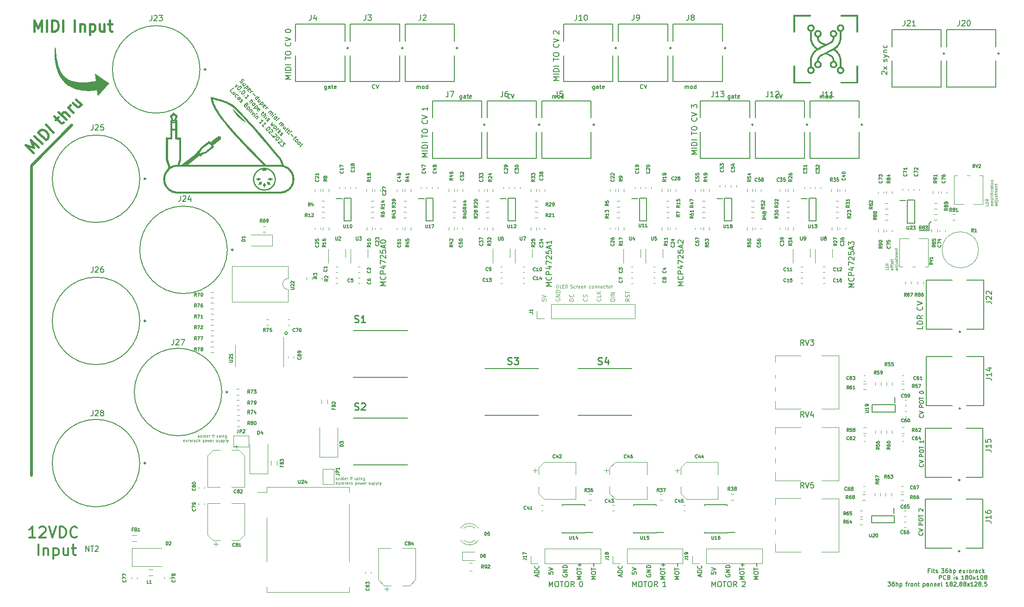
<source format=gbr>
%TF.GenerationSoftware,KiCad,Pcbnew,(7.0.0)*%
%TF.CreationDate,2023-04-14T17:54:00+02:00*%
%TF.ProjectId,multi-tool-midi-board,6d756c74-692d-4746-9f6f-6c2d6d696469,rev?*%
%TF.SameCoordinates,Original*%
%TF.FileFunction,Legend,Top*%
%TF.FilePolarity,Positive*%
%FSLAX46Y46*%
G04 Gerber Fmt 4.6, Leading zero omitted, Abs format (unit mm)*
G04 Created by KiCad (PCBNEW (7.0.0)) date 2023-04-14 17:54:00*
%MOMM*%
%LPD*%
G01*
G04 APERTURE LIST*
%ADD10C,0.500000*%
%ADD11C,0.000000*%
%ADD12C,0.150000*%
%ADD13C,0.125000*%
%ADD14C,0.400000*%
%ADD15C,0.300000*%
%ADD16C,0.254000*%
%ADD17C,0.200000*%
%ADD18C,0.120000*%
%ADD19C,0.127000*%
%ADD20C,0.240000*%
G04 APERTURE END LIST*
D10*
X22200000Y-52600000D02*
X29600000Y-45200000D01*
X22200000Y-109300000D02*
X22200000Y-52600000D01*
D11*
G36*
X161818292Y-37276880D02*
G01*
X164721206Y-37276880D01*
X164721206Y-37595489D01*
X161499679Y-37595489D01*
X161499679Y-35984723D01*
X161499859Y-35984729D01*
X161499859Y-34373962D01*
X161818292Y-34373962D01*
X161818292Y-37276880D01*
G37*
D12*
X184500000Y-64500000D02*
X186250000Y-64500000D01*
D11*
G36*
X47560849Y-43619400D02*
G01*
X47941594Y-43619400D01*
X48143649Y-44219880D01*
X48137448Y-44227424D01*
X48317282Y-44227321D01*
X48311184Y-44219880D01*
X48513859Y-43618883D01*
X48227985Y-43391817D01*
X47941594Y-43619400D01*
X47560849Y-43619400D01*
X47518675Y-43493929D01*
X48227468Y-42930656D01*
X48936676Y-43494549D01*
X48717464Y-44145569D01*
X48846862Y-44302666D01*
X48846242Y-47482213D01*
X49584388Y-47482213D01*
X49584388Y-51597104D01*
X49276707Y-52424753D01*
X49613741Y-52424753D01*
X51828398Y-50739688D01*
X52425042Y-50739688D01*
X53034927Y-50278631D01*
X53138486Y-50411026D01*
X53390358Y-50213622D01*
X53921384Y-50046397D01*
X55134333Y-49097101D01*
X54929902Y-48835928D01*
X55597251Y-48313686D01*
X55577097Y-48287952D01*
X54909644Y-48810297D01*
X54685265Y-48523183D01*
X53471386Y-49473099D01*
X53180861Y-49938600D01*
X52925476Y-50138795D01*
X53033377Y-50276668D01*
X52425042Y-50739688D01*
X51828398Y-50739688D01*
X52523330Y-50210935D01*
X52418117Y-50076887D01*
X52908320Y-49693654D01*
X53198948Y-49228049D01*
X54747070Y-48016237D01*
X54971450Y-48303351D01*
X55097708Y-48204546D01*
X55683654Y-48204546D01*
X55703807Y-48230281D01*
X56063682Y-47948644D01*
X56043632Y-47922909D01*
X55683654Y-48204546D01*
X55097708Y-48204546D01*
X55564311Y-47839400D01*
X56150189Y-47839400D01*
X56170446Y-47865239D01*
X56185019Y-47853766D01*
X56164762Y-47828032D01*
X56150189Y-47839400D01*
X55564311Y-47839400D01*
X55824884Y-47635485D01*
X56437716Y-47635485D01*
X56473373Y-47622773D01*
X56473373Y-47607166D01*
X56458593Y-47603549D01*
X56437716Y-47635485D01*
X55824884Y-47635485D01*
X56046629Y-47461956D01*
X56118149Y-47463609D01*
X56296123Y-47193238D01*
X56836762Y-47323153D01*
X56832525Y-47878778D01*
X56527324Y-47986471D01*
X56512027Y-48056751D01*
X55436950Y-48897734D01*
X55641382Y-49159009D01*
X54092434Y-50371029D01*
X53561406Y-50538254D01*
X53076681Y-50917972D01*
X52969401Y-50780926D01*
X50794547Y-52424753D01*
X64632978Y-52424753D01*
X63734848Y-51562382D01*
X62668265Y-50500000D01*
X61500000Y-49301605D01*
X60296826Y-48031195D01*
X59125515Y-46752765D01*
X58052838Y-45530313D01*
X57574355Y-44960077D01*
X57145569Y-44427835D01*
X56774829Y-43941586D01*
X56470479Y-43509329D01*
X56333822Y-43301469D01*
X56205813Y-43101111D01*
X56086171Y-42908185D01*
X55974612Y-42722619D01*
X55870854Y-42544344D01*
X55774612Y-42373288D01*
X55685605Y-42209381D01*
X55603549Y-42052552D01*
X55459158Y-41759847D01*
X55339175Y-41494606D01*
X55241335Y-41256266D01*
X55163376Y-41044260D01*
X55131146Y-40947950D01*
X55103046Y-40858007D01*
X55078792Y-40774368D01*
X55058102Y-40696970D01*
X55040695Y-40625750D01*
X55026289Y-40560646D01*
X55014601Y-40501594D01*
X55012125Y-40487395D01*
X55387651Y-40487395D01*
X55405270Y-40574108D01*
X55415779Y-40621354D01*
X55428070Y-40672181D01*
X55442627Y-40727331D01*
X55459935Y-40787544D01*
X55480481Y-40853563D01*
X55504750Y-40926128D01*
X55577979Y-41125225D01*
X55670881Y-41351497D01*
X55785769Y-41605465D01*
X55924954Y-41887653D01*
X56090750Y-42198581D01*
X56285469Y-42538772D01*
X56511423Y-42908748D01*
X56770926Y-43309031D01*
X57081029Y-43747496D01*
X57465973Y-44248274D01*
X57915851Y-44801763D01*
X58420759Y-45398359D01*
X59556039Y-46682468D01*
X60792568Y-48023783D01*
X62051102Y-49345487D01*
X63252395Y-50570762D01*
X64317202Y-51622790D01*
X65166279Y-52424753D01*
X67628351Y-52424753D01*
X67667684Y-52425113D01*
X67706837Y-52426162D01*
X67745820Y-52427856D01*
X67784642Y-52430154D01*
X67823313Y-52433009D01*
X67861842Y-52436380D01*
X67900239Y-52440223D01*
X67938512Y-52444494D01*
X67908976Y-52351723D01*
X67893098Y-52303417D01*
X67876294Y-52253704D01*
X67834831Y-52137322D01*
X67789556Y-52019018D01*
X67741302Y-51901689D01*
X67690901Y-51788235D01*
X67665156Y-51733866D01*
X67639186Y-51681552D01*
X67613096Y-51631656D01*
X67586990Y-51584539D01*
X67560971Y-51540565D01*
X67535145Y-51500096D01*
X67509614Y-51463493D01*
X67484484Y-51431119D01*
X66408064Y-50140417D01*
X65218669Y-48736699D01*
X63977601Y-47292576D01*
X62746167Y-45880657D01*
X62152585Y-45209005D01*
X61583565Y-44572065D01*
X61047425Y-43979439D01*
X60552482Y-43440730D01*
X60107054Y-42965541D01*
X59719459Y-42563475D01*
X59398015Y-42244134D01*
X59264699Y-42118486D01*
X59151040Y-42017120D01*
X59044483Y-41930898D01*
X58927684Y-41845922D01*
X58801550Y-41762318D01*
X58666989Y-41680209D01*
X58524909Y-41599720D01*
X58376217Y-41520973D01*
X58221823Y-41444094D01*
X58062633Y-41369206D01*
X57733500Y-41225901D01*
X57396083Y-41092049D01*
X57057645Y-40968642D01*
X56725451Y-40856674D01*
X56466162Y-40774652D01*
X56234765Y-40705183D01*
X56030466Y-40647114D01*
X55852470Y-40599291D01*
X55699985Y-40560562D01*
X55572216Y-40529771D01*
X55387651Y-40487395D01*
X55012125Y-40487395D01*
X55005349Y-40448534D01*
X55001556Y-40424089D01*
X54998279Y-40400870D01*
X54995480Y-40378927D01*
X54993122Y-40358307D01*
X54991167Y-40339060D01*
X54989579Y-40321232D01*
X54988320Y-40304873D01*
X54987352Y-40290031D01*
X54986140Y-40265091D01*
X54985645Y-40246798D01*
X54985608Y-40231700D01*
X54994084Y-40016519D01*
X55204613Y-40062408D01*
X55334602Y-40092279D01*
X55687279Y-40179626D01*
X55929647Y-40243788D01*
X56206713Y-40321043D01*
X56511484Y-40410966D01*
X56836969Y-40513129D01*
X57176245Y-40626792D01*
X57522696Y-40751598D01*
X57869790Y-40887701D01*
X58041536Y-40960036D01*
X58210994Y-41035254D01*
X58377346Y-41113371D01*
X58539777Y-41194409D01*
X58697468Y-41278386D01*
X58849605Y-41365321D01*
X58995370Y-41455234D01*
X59133947Y-41548143D01*
X59264519Y-41644069D01*
X59386271Y-41743028D01*
X59651874Y-41986205D01*
X59985186Y-42316197D01*
X60379250Y-42724485D01*
X60827108Y-43202552D01*
X61856385Y-44333944D01*
X63017366Y-45642222D01*
X64250641Y-47056278D01*
X65493261Y-48502279D01*
X66684269Y-49907987D01*
X67762709Y-51201159D01*
X67799732Y-51248235D01*
X67835450Y-51298045D01*
X67869898Y-51350327D01*
X67903111Y-51404822D01*
X67935122Y-51461270D01*
X67965966Y-51519409D01*
X67995677Y-51578981D01*
X68024290Y-51639724D01*
X68078359Y-51763683D01*
X68128446Y-51889205D01*
X68174825Y-52014206D01*
X68217772Y-52136606D01*
X68254051Y-52245096D01*
X68286418Y-52346784D01*
X68314901Y-52440276D01*
X68339522Y-52524179D01*
X68544526Y-52590534D01*
X68741815Y-52672713D01*
X68930630Y-52769964D01*
X69110210Y-52881538D01*
X69279794Y-53006683D01*
X69438622Y-53144650D01*
X69585933Y-53294688D01*
X69720966Y-53456045D01*
X69842962Y-53627973D01*
X69951159Y-53809720D01*
X70044798Y-54000537D01*
X70123116Y-54199671D01*
X70185354Y-54406374D01*
X70210206Y-54512329D01*
X70230752Y-54619894D01*
X70246898Y-54728977D01*
X70258548Y-54839482D01*
X70265608Y-54951316D01*
X70267983Y-55064386D01*
X70264552Y-55200336D01*
X70254369Y-55334486D01*
X70237600Y-55466672D01*
X70214409Y-55596728D01*
X70184961Y-55724489D01*
X70149423Y-55849791D01*
X70107958Y-55972468D01*
X70060732Y-56092356D01*
X70007911Y-56209289D01*
X69949658Y-56323102D01*
X69886140Y-56433630D01*
X69817522Y-56540709D01*
X69743968Y-56644173D01*
X69665644Y-56743857D01*
X69582714Y-56839596D01*
X69495345Y-56931225D01*
X69403701Y-57018580D01*
X69307947Y-57101495D01*
X69208249Y-57179805D01*
X69104771Y-57253345D01*
X68997680Y-57321950D01*
X68887138Y-57385455D01*
X68773313Y-57443695D01*
X68656369Y-57496506D01*
X68536471Y-57543721D01*
X68413785Y-57585176D01*
X68288475Y-57620707D01*
X68160706Y-57650147D01*
X68030644Y-57673332D01*
X67898455Y-57690098D01*
X67764302Y-57700278D01*
X67628351Y-57703708D01*
X48926754Y-57703708D01*
X48790803Y-57700278D01*
X48656650Y-57690098D01*
X48524460Y-57673332D01*
X48394398Y-57650147D01*
X48266630Y-57620707D01*
X48141320Y-57585176D01*
X48018633Y-57543721D01*
X47898735Y-57496506D01*
X47781791Y-57443695D01*
X47667966Y-57385455D01*
X47557424Y-57321950D01*
X47450332Y-57253345D01*
X47346855Y-57179805D01*
X47247156Y-57101495D01*
X47151403Y-57018580D01*
X47059759Y-56931225D01*
X46972390Y-56839596D01*
X46889461Y-56743857D01*
X46811136Y-56644173D01*
X46737583Y-56540709D01*
X46668964Y-56433630D01*
X46605446Y-56323102D01*
X46547194Y-56209289D01*
X46494372Y-56092356D01*
X46447146Y-55972468D01*
X46405682Y-55849791D01*
X46370143Y-55724489D01*
X46340696Y-55596728D01*
X46317505Y-55466672D01*
X46300736Y-55334486D01*
X46290553Y-55200336D01*
X46287122Y-55064386D01*
X46648340Y-55064386D01*
X46651285Y-55182245D01*
X46660027Y-55298485D01*
X46674426Y-55412968D01*
X46694343Y-55525553D01*
X46719640Y-55636102D01*
X46750176Y-55744475D01*
X46785812Y-55850534D01*
X46826409Y-55954139D01*
X46871828Y-56055150D01*
X46921929Y-56153429D01*
X46976572Y-56248836D01*
X47035620Y-56341233D01*
X47098931Y-56430479D01*
X47166368Y-56516436D01*
X47237790Y-56598965D01*
X47313059Y-56677926D01*
X47392034Y-56753180D01*
X47474577Y-56824587D01*
X47560548Y-56892010D01*
X47649808Y-56955308D01*
X47742218Y-57014342D01*
X47837638Y-57068973D01*
X47935929Y-57119061D01*
X48036952Y-57164469D01*
X48140567Y-57205055D01*
X48246635Y-57240682D01*
X48355017Y-57271210D01*
X48465573Y-57296499D01*
X48578164Y-57316411D01*
X48692651Y-57330806D01*
X48808894Y-57339545D01*
X48926754Y-57342489D01*
X67628351Y-57342489D01*
X67746211Y-57339545D01*
X67862455Y-57330806D01*
X67976943Y-57316411D01*
X68089536Y-57296499D01*
X68200095Y-57271210D01*
X68308479Y-57240682D01*
X68414550Y-57205055D01*
X68518169Y-57164469D01*
X68619195Y-57119061D01*
X68717490Y-57068973D01*
X68812915Y-57014342D01*
X68905329Y-56955308D01*
X68994594Y-56892010D01*
X69080570Y-56824587D01*
X69163118Y-56753180D01*
X69242098Y-56677926D01*
X69317371Y-56598965D01*
X69388798Y-56516436D01*
X69456239Y-56430479D01*
X69519556Y-56341233D01*
X69578608Y-56248836D01*
X69633256Y-56153429D01*
X69683361Y-56055150D01*
X69728783Y-55954139D01*
X69769384Y-55850534D01*
X69805023Y-55744475D01*
X69835562Y-55636102D01*
X69860860Y-55525553D01*
X69880780Y-55412968D01*
X69895181Y-55298485D01*
X69903923Y-55182245D01*
X69906868Y-55064386D01*
X69903923Y-54946525D01*
X69895181Y-54830281D01*
X69880780Y-54715793D01*
X69860860Y-54603200D01*
X69835562Y-54492641D01*
X69805023Y-54384257D01*
X69769384Y-54278186D01*
X69728783Y-54174567D01*
X69683361Y-54073540D01*
X69633256Y-53975245D01*
X69578608Y-53879821D01*
X69519556Y-53787406D01*
X69456239Y-53698142D01*
X69388798Y-53612166D01*
X69317371Y-53529618D01*
X69242098Y-53450638D01*
X69163118Y-53375364D01*
X69080570Y-53303937D01*
X68994594Y-53236496D01*
X68905329Y-53173180D01*
X68812915Y-53114128D01*
X68717490Y-53059480D01*
X68619195Y-53009375D01*
X68518169Y-52963953D01*
X68414550Y-52923352D01*
X68308479Y-52887713D01*
X68200095Y-52857174D01*
X68089536Y-52831876D01*
X67976943Y-52811956D01*
X67862455Y-52797556D01*
X67746211Y-52788813D01*
X67628351Y-52785868D01*
X48926754Y-52785868D01*
X48808894Y-52788813D01*
X48692651Y-52797556D01*
X48578164Y-52811956D01*
X48465573Y-52831876D01*
X48355017Y-52857174D01*
X48246635Y-52887713D01*
X48140567Y-52923352D01*
X48036952Y-52963953D01*
X47935929Y-53009375D01*
X47837638Y-53059480D01*
X47742218Y-53114128D01*
X47649808Y-53173180D01*
X47560548Y-53236496D01*
X47474577Y-53303937D01*
X47392034Y-53375364D01*
X47313059Y-53450638D01*
X47237790Y-53529618D01*
X47166368Y-53612166D01*
X47098931Y-53698142D01*
X47035620Y-53787406D01*
X46976572Y-53879821D01*
X46921929Y-53975245D01*
X46871828Y-54073540D01*
X46826409Y-54174567D01*
X46785812Y-54278186D01*
X46750176Y-54384257D01*
X46719640Y-54492641D01*
X46694343Y-54603200D01*
X46674426Y-54715793D01*
X46660027Y-54830281D01*
X46651285Y-54946525D01*
X46648340Y-55064386D01*
X46287122Y-55064386D01*
X46291308Y-54914345D01*
X46303719Y-54766529D01*
X46324129Y-54621157D01*
X46352315Y-54478451D01*
X46388054Y-54338633D01*
X46431122Y-54201922D01*
X46481294Y-54068540D01*
X46538348Y-53938709D01*
X46602058Y-53812648D01*
X46672203Y-53690579D01*
X46748557Y-53572724D01*
X46830898Y-53459303D01*
X46919000Y-53350537D01*
X47012641Y-53246647D01*
X47111597Y-53147854D01*
X47215644Y-53054379D01*
X47215644Y-52744837D01*
X46798305Y-51597104D01*
X46798305Y-51533231D01*
X46798305Y-47843535D01*
X47159627Y-47843535D01*
X47159627Y-51533231D01*
X47576965Y-52680965D01*
X47576965Y-52795376D01*
X47649953Y-52753470D01*
X47724380Y-52713853D01*
X47800201Y-52676572D01*
X47877368Y-52641674D01*
X47955834Y-52609205D01*
X48035552Y-52579212D01*
X48116474Y-52551741D01*
X48198554Y-52526839D01*
X48281744Y-52504553D01*
X48365998Y-52484928D01*
X48451267Y-52468012D01*
X48537505Y-52453850D01*
X48624664Y-52442490D01*
X48712698Y-52433978D01*
X48801559Y-52428360D01*
X48891200Y-52425683D01*
X49223687Y-51532715D01*
X49223687Y-47844154D01*
X48484920Y-47843535D01*
X48485230Y-46168391D01*
X47970120Y-46168081D01*
X47969913Y-47843535D01*
X47159627Y-47843535D01*
X46798305Y-47843535D01*
X46798305Y-47482213D01*
X47608591Y-47482213D01*
X47608851Y-45888305D01*
X47970223Y-45888305D01*
X48485230Y-45888305D01*
X48485437Y-44849919D01*
X47970326Y-44850332D01*
X47970223Y-45888305D01*
X47608851Y-45888305D01*
X47609065Y-44570143D01*
X47609075Y-44507408D01*
X47970430Y-44507408D01*
X47970430Y-44570143D01*
X48485540Y-44570143D01*
X48485540Y-44507408D01*
X47970430Y-44507408D01*
X47609075Y-44507408D01*
X47609108Y-44302562D01*
X47737886Y-44146086D01*
X47560849Y-43619400D01*
G37*
G36*
X61646555Y-44845163D02*
G01*
X61463997Y-44741051D01*
X61266452Y-44624384D01*
X61025308Y-44476619D01*
X60761000Y-44306736D01*
X60626545Y-44216308D01*
X60493961Y-44123719D01*
X60365804Y-44030091D01*
X60244627Y-43936548D01*
X60132985Y-43844212D01*
X60033432Y-43754205D01*
X59938173Y-43656450D01*
X59838665Y-43542215D01*
X59736342Y-43414643D01*
X59632639Y-43276880D01*
X59426829Y-42983354D01*
X59232709Y-42686791D01*
X59061753Y-42412345D01*
X58925435Y-42185170D01*
X58802612Y-41973245D01*
X61646555Y-44845163D01*
G37*
G36*
X164721389Y-25323120D02*
G01*
X161818475Y-25323120D01*
X161818475Y-28226038D01*
X161499859Y-28226038D01*
X161499859Y-25004511D01*
X164721389Y-25004511D01*
X164721389Y-25323120D01*
G37*
G36*
X65438666Y-55620791D02*
G01*
X65456917Y-55612449D01*
X65475643Y-55605612D01*
X65494750Y-55600282D01*
X65514144Y-55596459D01*
X65533731Y-55594143D01*
X65553416Y-55593334D01*
X65573106Y-55594032D01*
X65592705Y-55596238D01*
X65612119Y-55599951D01*
X65631256Y-55605173D01*
X65650019Y-55611903D01*
X65668314Y-55620142D01*
X65677258Y-55624827D01*
X65686049Y-55629889D01*
X65694676Y-55635328D01*
X65703127Y-55641145D01*
X65711391Y-55647339D01*
X65719456Y-55653911D01*
X65727309Y-55660859D01*
X65734940Y-55668185D01*
X65749207Y-55683664D01*
X65761967Y-55699989D01*
X65773219Y-55717064D01*
X65782964Y-55734796D01*
X65791201Y-55753091D01*
X65797931Y-55771853D01*
X65803154Y-55790989D01*
X65806869Y-55810405D01*
X65809077Y-55830005D01*
X65809777Y-55849696D01*
X65808971Y-55869383D01*
X65806657Y-55888973D01*
X65802836Y-55908370D01*
X65797508Y-55927480D01*
X65790673Y-55946209D01*
X65782331Y-55964462D01*
X65924067Y-56106198D01*
X65811304Y-56218954D01*
X65669568Y-56077218D01*
X65651320Y-56085558D01*
X65632595Y-56092391D01*
X65613488Y-56097718D01*
X65594093Y-56101539D01*
X65574504Y-56103853D01*
X65554818Y-56104660D01*
X65535126Y-56103961D01*
X65515525Y-56101754D01*
X65496109Y-56098040D01*
X65476971Y-56092818D01*
X65458207Y-56086090D01*
X65439911Y-56077853D01*
X65430968Y-56073169D01*
X65422177Y-56068108D01*
X65413550Y-56062670D01*
X65405100Y-56056855D01*
X65396837Y-56050663D01*
X65388774Y-56044094D01*
X65380923Y-56037148D01*
X65373294Y-56029825D01*
X65359022Y-56014341D01*
X65346259Y-55998013D01*
X65335005Y-55980935D01*
X65325260Y-55963200D01*
X65317023Y-55944904D01*
X65310294Y-55926140D01*
X65305074Y-55907003D01*
X65301361Y-55887588D01*
X65299156Y-55867988D01*
X65298458Y-55848298D01*
X65299266Y-55828613D01*
X65301582Y-55809026D01*
X65305403Y-55789633D01*
X65310731Y-55770526D01*
X65317565Y-55751802D01*
X65325904Y-55733554D01*
X65184168Y-55591818D01*
X65296930Y-55479056D01*
X65438666Y-55620791D01*
G37*
D12*
X186250000Y-64500000D02*
X186250000Y-63250000D01*
D11*
G36*
X64394181Y-55591818D02*
G01*
X64252445Y-55733554D01*
X64260784Y-55751803D01*
X64267617Y-55770529D01*
X64272943Y-55789637D01*
X64276764Y-55809032D01*
X64279077Y-55828620D01*
X64279885Y-55848307D01*
X64279185Y-55867998D01*
X64276978Y-55887599D01*
X64273265Y-55907015D01*
X64268044Y-55926152D01*
X64261315Y-55944916D01*
X64253079Y-55963211D01*
X64248395Y-55972154D01*
X64243335Y-55980944D01*
X64237897Y-55989570D01*
X64232083Y-55998020D01*
X64225891Y-56006283D01*
X64219323Y-56014345D01*
X64212377Y-56022197D01*
X64205054Y-56029825D01*
X64189571Y-56044098D01*
X64173242Y-56056862D01*
X64156164Y-56068117D01*
X64138429Y-56077863D01*
X64120132Y-56086100D01*
X64101368Y-56092829D01*
X64082231Y-56098050D01*
X64062816Y-56101763D01*
X64043215Y-56103968D01*
X64023525Y-56104667D01*
X64003840Y-56103858D01*
X63984253Y-56101542D01*
X63964859Y-56097720D01*
X63945753Y-56092392D01*
X63927029Y-56085558D01*
X63908780Y-56077218D01*
X63767044Y-56218954D01*
X63654282Y-56106198D01*
X63796018Y-55964462D01*
X63787675Y-55946211D01*
X63780838Y-55927484D01*
X63775508Y-55908376D01*
X63771684Y-55888981D01*
X63769367Y-55869394D01*
X63768558Y-55849708D01*
X63769255Y-55830018D01*
X63771460Y-55810419D01*
X63775174Y-55791003D01*
X63780395Y-55771867D01*
X63787125Y-55753104D01*
X63795363Y-55734808D01*
X63800048Y-55725865D01*
X63805110Y-55717074D01*
X63810550Y-55708447D01*
X63816367Y-55699996D01*
X63822561Y-55691733D01*
X63829133Y-55683669D01*
X63836082Y-55675815D01*
X63843409Y-55668185D01*
X63858888Y-55653918D01*
X63875212Y-55641158D01*
X63892287Y-55629905D01*
X63910019Y-55620161D01*
X63928313Y-55611923D01*
X63947076Y-55605194D01*
X63966212Y-55599971D01*
X63985627Y-55596256D01*
X64005227Y-55594048D01*
X64024917Y-55593348D01*
X64044604Y-55594154D01*
X64064193Y-55596468D01*
X64083590Y-55600288D01*
X64102700Y-55605616D01*
X64121429Y-55612450D01*
X64139682Y-55620791D01*
X64281418Y-55479056D01*
X64394181Y-55591818D01*
G37*
D12*
X69000000Y-83250000D02*
G75*
G03*
X69000000Y-83250000I-250000J0D01*
G01*
D11*
G36*
X64868296Y-55923239D02*
G01*
X64887101Y-55930246D01*
X64905177Y-55938653D01*
X64922457Y-55948396D01*
X64938874Y-55959406D01*
X64954363Y-55971618D01*
X64968855Y-55984966D01*
X64982284Y-55999382D01*
X64994583Y-56014800D01*
X65005685Y-56031154D01*
X65015524Y-56048378D01*
X65024033Y-56066404D01*
X65031144Y-56085166D01*
X65036791Y-56104599D01*
X65040908Y-56124635D01*
X65042371Y-56134858D01*
X65043427Y-56145207D01*
X65044066Y-56155674D01*
X65044281Y-56166250D01*
X65044066Y-56176822D01*
X65043427Y-56187285D01*
X65042371Y-56197631D01*
X65040908Y-56207852D01*
X65039046Y-56217938D01*
X65036792Y-56227883D01*
X65034156Y-56237677D01*
X65031145Y-56247312D01*
X65027768Y-56256780D01*
X65024034Y-56266073D01*
X65019950Y-56275182D01*
X65015526Y-56284099D01*
X65010769Y-56292815D01*
X65005687Y-56301322D01*
X65000290Y-56309613D01*
X64994585Y-56317678D01*
X64988581Y-56325509D01*
X64982286Y-56333098D01*
X64975709Y-56340437D01*
X64968857Y-56347517D01*
X64961740Y-56354330D01*
X64954365Y-56360867D01*
X64946742Y-56367121D01*
X64938877Y-56373083D01*
X64930780Y-56378744D01*
X64922459Y-56384096D01*
X64913922Y-56389132D01*
X64905178Y-56393842D01*
X64896235Y-56398218D01*
X64887102Y-56402253D01*
X64877786Y-56405937D01*
X64868296Y-56409262D01*
X64868296Y-56609701D01*
X64708829Y-56609701D01*
X64708829Y-56409262D01*
X64690029Y-56402253D01*
X64671957Y-56393842D01*
X64654680Y-56384096D01*
X64638264Y-56373083D01*
X64622776Y-56360867D01*
X64608284Y-56347517D01*
X64594855Y-56333098D01*
X64582555Y-56317678D01*
X64571451Y-56301322D01*
X64561610Y-56284099D01*
X64553100Y-56266073D01*
X64545986Y-56247312D01*
X64540337Y-56227883D01*
X64536219Y-56207852D01*
X64534755Y-56197631D01*
X64533699Y-56187285D01*
X64533059Y-56176822D01*
X64532843Y-56166250D01*
X64533059Y-56155674D01*
X64533698Y-56145207D01*
X64534754Y-56134857D01*
X64536218Y-56124634D01*
X64538081Y-56114544D01*
X64540336Y-56104597D01*
X64542973Y-56094801D01*
X64545984Y-56085164D01*
X64549362Y-56075694D01*
X64553097Y-56066400D01*
X64557182Y-56057290D01*
X64561607Y-56048373D01*
X64566365Y-56039656D01*
X64571448Y-56031148D01*
X64576846Y-56022858D01*
X64582551Y-56014793D01*
X64588556Y-56006963D01*
X64594851Y-55999374D01*
X64601429Y-55992036D01*
X64608281Y-55984958D01*
X64615398Y-55978146D01*
X64622773Y-55971610D01*
X64630397Y-55965358D01*
X64638261Y-55959398D01*
X64646357Y-55953739D01*
X64654677Y-55948389D01*
X64663213Y-55943356D01*
X64671955Y-55938648D01*
X64680897Y-55934274D01*
X64690028Y-55930243D01*
X64699342Y-55926561D01*
X64708829Y-55923239D01*
X64708829Y-55722793D01*
X64868296Y-55722793D01*
X64868296Y-55923239D01*
G37*
D12*
X186250000Y-63250000D02*
X186750000Y-62750000D01*
D11*
G36*
X26667354Y-31481482D02*
G01*
X26697959Y-31908576D01*
X26738973Y-32325174D01*
X26790497Y-32731181D01*
X26852632Y-33126505D01*
X26925479Y-33511051D01*
X27009138Y-33884725D01*
X27103711Y-34247434D01*
X27154192Y-34418567D01*
X27208514Y-34585084D01*
X27266775Y-34747027D01*
X27329075Y-34904434D01*
X27395513Y-35057348D01*
X27466189Y-35205807D01*
X27541202Y-35349852D01*
X27620651Y-35489525D01*
X27704636Y-35624864D01*
X27793256Y-35755910D01*
X27886611Y-35882704D01*
X27984799Y-36005287D01*
X28087921Y-36123697D01*
X28196075Y-36237977D01*
X28309361Y-36348165D01*
X28427879Y-36454303D01*
X28608332Y-36597724D01*
X28798190Y-36726923D01*
X28996462Y-36842534D01*
X29202154Y-36945191D01*
X29414274Y-37035529D01*
X29631829Y-37114182D01*
X30079276Y-37238967D01*
X30536554Y-37324619D01*
X30995725Y-37376210D01*
X31448848Y-37398813D01*
X31887983Y-37397502D01*
X32305191Y-37377347D01*
X32692531Y-37343422D01*
X33345851Y-37254551D01*
X33944729Y-37134757D01*
X33778112Y-35786211D01*
X36401051Y-37542691D01*
X34293254Y-39956014D01*
X34154765Y-38834944D01*
X33995200Y-38863352D01*
X33555044Y-38919554D01*
X33247809Y-38944475D01*
X32892104Y-38960020D01*
X32495155Y-38960748D01*
X32064188Y-38941219D01*
X31606429Y-38895989D01*
X31369761Y-38862037D01*
X31129104Y-38819619D01*
X30885363Y-38768055D01*
X30639440Y-38706666D01*
X30392238Y-38634771D01*
X30144661Y-38551690D01*
X29897611Y-38456742D01*
X29651993Y-38349248D01*
X29408710Y-38228527D01*
X29168664Y-38093900D01*
X28932759Y-37944686D01*
X28701899Y-37780204D01*
X28476986Y-37599775D01*
X28258923Y-37402719D01*
X28014172Y-37149140D01*
X27787743Y-36875802D01*
X27579388Y-36582896D01*
X27388859Y-36270612D01*
X27215911Y-35939141D01*
X27060296Y-35588672D01*
X26921766Y-35219396D01*
X26800075Y-34831504D01*
X26694975Y-34425184D01*
X26606219Y-34000628D01*
X26533560Y-33558026D01*
X26476751Y-33097569D01*
X26435544Y-32619445D01*
X26409692Y-32123846D01*
X26398949Y-31610962D01*
X26403067Y-31080983D01*
X26404399Y-31079984D01*
X26406571Y-31078893D01*
X26413266Y-31076470D01*
X26422802Y-31073778D01*
X26434832Y-31070884D01*
X26464981Y-31064745D01*
X26500930Y-31058575D01*
X26539896Y-31052893D01*
X26579095Y-31048221D01*
X26597912Y-31046426D01*
X26615744Y-31045079D01*
X26632242Y-31044244D01*
X26647058Y-31043988D01*
X26667354Y-31481482D01*
G37*
G36*
X164019569Y-27463829D02*
G01*
X164338051Y-27463829D01*
X164340484Y-27495292D01*
X164345882Y-27526511D01*
X164354334Y-27557279D01*
X164365926Y-27587391D01*
X164380746Y-27616640D01*
X164398881Y-27644820D01*
X164420419Y-27671725D01*
X164445446Y-27697148D01*
X164474049Y-27720884D01*
X164506317Y-27742727D01*
X164542336Y-27762470D01*
X164558629Y-27769970D01*
X164575077Y-27776558D01*
X164591655Y-27782241D01*
X164608336Y-27787030D01*
X164625096Y-27790933D01*
X164641909Y-27793959D01*
X164658749Y-27796117D01*
X164675591Y-27797418D01*
X164692409Y-27797868D01*
X164709178Y-27797479D01*
X164725872Y-27796257D01*
X164742466Y-27794214D01*
X164758935Y-27791358D01*
X164775252Y-27787698D01*
X164791392Y-27783242D01*
X164807330Y-27778001D01*
X164823040Y-27771983D01*
X164838497Y-27765197D01*
X164853675Y-27757652D01*
X164868549Y-27749358D01*
X164883092Y-27740324D01*
X164897280Y-27730558D01*
X164911088Y-27720069D01*
X164924489Y-27708868D01*
X164937457Y-27696962D01*
X164949969Y-27684361D01*
X164961997Y-27671074D01*
X164973517Y-27657110D01*
X164984503Y-27642478D01*
X164994929Y-27627187D01*
X165004770Y-27611247D01*
X165014000Y-27594666D01*
X165021964Y-27578294D01*
X165028819Y-27561517D01*
X165034585Y-27544383D01*
X165039283Y-27526940D01*
X165042932Y-27509238D01*
X165045552Y-27491326D01*
X165047163Y-27473252D01*
X165047785Y-27455066D01*
X165047438Y-27436815D01*
X165046141Y-27418550D01*
X165043915Y-27400318D01*
X165040779Y-27382170D01*
X165036753Y-27364153D01*
X165031858Y-27346316D01*
X165026112Y-27328709D01*
X165019536Y-27311379D01*
X165012150Y-27294377D01*
X165003974Y-27277751D01*
X164995027Y-27261550D01*
X164985329Y-27245822D01*
X164974901Y-27230617D01*
X164963762Y-27215983D01*
X164951931Y-27201970D01*
X164939430Y-27188626D01*
X164926277Y-27175999D01*
X164912493Y-27164140D01*
X164898097Y-27153096D01*
X164883110Y-27142917D01*
X164867551Y-27133651D01*
X164851440Y-27125347D01*
X164834796Y-27118055D01*
X164817641Y-27111823D01*
X164777938Y-27100788D01*
X164739368Y-27093839D01*
X164702020Y-27090770D01*
X164665981Y-27091373D01*
X164631337Y-27095443D01*
X164598176Y-27102774D01*
X164566586Y-27113160D01*
X164536653Y-27126394D01*
X164508465Y-27142270D01*
X164482108Y-27160582D01*
X164457671Y-27181124D01*
X164435241Y-27203690D01*
X164414904Y-27228073D01*
X164396748Y-27254068D01*
X164380860Y-27281468D01*
X164367328Y-27310066D01*
X164356239Y-27339658D01*
X164347679Y-27370036D01*
X164341736Y-27400995D01*
X164338498Y-27432328D01*
X164338051Y-27463829D01*
X164019569Y-27463829D01*
X164019563Y-27463722D01*
X164020374Y-27412194D01*
X164024845Y-27360831D01*
X164032964Y-27309893D01*
X164044717Y-27259640D01*
X164060091Y-27210331D01*
X164079072Y-27162227D01*
X164101647Y-27115587D01*
X164127802Y-27070672D01*
X164157525Y-27027741D01*
X164190802Y-26987054D01*
X164227620Y-26948872D01*
X164267965Y-26913453D01*
X164311824Y-26881058D01*
X164359184Y-26851947D01*
X164410031Y-26826379D01*
X164464352Y-26804615D01*
X164522134Y-26786914D01*
X164522143Y-26786926D01*
X164575793Y-26774969D01*
X164628708Y-26767274D01*
X164680770Y-26763691D01*
X164731860Y-26764068D01*
X164781863Y-26768256D01*
X164830659Y-26776102D01*
X164878131Y-26787457D01*
X164924161Y-26802169D01*
X164968632Y-26820089D01*
X165011425Y-26841064D01*
X165052424Y-26864944D01*
X165091510Y-26891579D01*
X165128565Y-26920818D01*
X165163472Y-26952509D01*
X165196113Y-26986503D01*
X165226371Y-27022647D01*
X165254127Y-27060793D01*
X165279264Y-27100787D01*
X165301664Y-27142481D01*
X165321209Y-27185723D01*
X165337782Y-27230363D01*
X165351265Y-27276249D01*
X165361540Y-27323230D01*
X165368489Y-27371157D01*
X165371995Y-27419878D01*
X165371940Y-27469242D01*
X165368206Y-27519099D01*
X165360675Y-27569298D01*
X165349231Y-27619688D01*
X165333754Y-27670118D01*
X165314127Y-27720438D01*
X165290233Y-27770496D01*
X165275267Y-27797117D01*
X165258438Y-27823395D01*
X165239885Y-27849213D01*
X165219747Y-27874457D01*
X165198163Y-27899012D01*
X165175271Y-27922761D01*
X165151209Y-27945591D01*
X165126117Y-27967385D01*
X165100134Y-27988029D01*
X165073397Y-28007407D01*
X165046045Y-28025404D01*
X165018217Y-28041905D01*
X164990052Y-28056795D01*
X164961688Y-28069958D01*
X164933264Y-28081279D01*
X164904918Y-28090644D01*
X164857097Y-28104724D01*
X164853618Y-28634448D01*
X164852988Y-28889877D01*
X164855186Y-29102014D01*
X164857551Y-29194150D01*
X164860869Y-29278225D01*
X164865222Y-29355158D01*
X164870693Y-29425871D01*
X164877363Y-29491285D01*
X164885316Y-29552318D01*
X164894632Y-29609893D01*
X164905394Y-29664930D01*
X164917684Y-29718348D01*
X164931584Y-29771069D01*
X164947177Y-29824013D01*
X164964544Y-29878101D01*
X164997439Y-29970110D01*
X165034218Y-30060156D01*
X165074796Y-30148134D01*
X165119091Y-30233941D01*
X165167019Y-30317474D01*
X165218498Y-30398627D01*
X165273444Y-30477298D01*
X165331774Y-30553384D01*
X165393405Y-30626779D01*
X165458253Y-30697381D01*
X165526236Y-30765086D01*
X165597271Y-30829790D01*
X165671274Y-30891390D01*
X165748162Y-30949781D01*
X165827853Y-31004861D01*
X165910262Y-31056525D01*
X166011745Y-31116998D01*
X166263390Y-30987280D01*
X166768657Y-30726819D01*
X166867564Y-30675333D01*
X166911158Y-30652279D01*
X166949426Y-30631784D01*
X166981303Y-30614421D01*
X167005725Y-30600764D01*
X167021627Y-30591388D01*
X167026050Y-30588484D01*
X167027944Y-30586865D01*
X167026887Y-30585081D01*
X167022651Y-30581689D01*
X167005271Y-30570441D01*
X166977076Y-30553825D01*
X166939334Y-30532547D01*
X166840291Y-30478828D01*
X166718300Y-30414929D01*
X166595292Y-30351060D01*
X166543152Y-30323557D01*
X166496527Y-30298551D01*
X166454872Y-30275696D01*
X166417643Y-30254648D01*
X166384293Y-30235063D01*
X166354279Y-30216595D01*
X166327055Y-30198902D01*
X166302075Y-30181639D01*
X166278795Y-30164460D01*
X166256670Y-30147022D01*
X166235155Y-30128981D01*
X166213703Y-30109992D01*
X166191771Y-30089710D01*
X166168813Y-30067792D01*
X166128802Y-30027362D01*
X166091076Y-29985569D01*
X166055649Y-29942445D01*
X166022535Y-29898021D01*
X165991747Y-29852328D01*
X165963301Y-29805399D01*
X165937210Y-29757263D01*
X165913488Y-29707953D01*
X165892149Y-29657499D01*
X165873208Y-29605934D01*
X165856679Y-29553288D01*
X165842575Y-29499593D01*
X165830911Y-29444879D01*
X165821701Y-29389179D01*
X165814959Y-29332524D01*
X165810698Y-29274945D01*
X165803591Y-29137885D01*
X165742168Y-29118524D01*
X165705588Y-29105218D01*
X165669482Y-29088618D01*
X165634034Y-29068935D01*
X165599428Y-29046379D01*
X165565847Y-29021163D01*
X165533474Y-28993498D01*
X165502494Y-28963594D01*
X165473089Y-28931664D01*
X165445443Y-28897917D01*
X165419740Y-28862566D01*
X165396162Y-28825822D01*
X165374894Y-28787896D01*
X165356119Y-28748999D01*
X165340020Y-28709342D01*
X165326781Y-28669137D01*
X165316585Y-28628595D01*
X165306118Y-28566969D01*
X165300977Y-28506793D01*
X165300971Y-28500289D01*
X165623891Y-28500289D01*
X165626634Y-28530466D01*
X165632132Y-28559825D01*
X165640234Y-28588262D01*
X165650793Y-28615678D01*
X165663660Y-28641970D01*
X165678686Y-28667037D01*
X165695723Y-28690779D01*
X165714622Y-28713094D01*
X165735234Y-28733880D01*
X165757410Y-28753037D01*
X165781003Y-28770462D01*
X165805864Y-28786055D01*
X165831843Y-28799715D01*
X165858792Y-28811339D01*
X165886562Y-28820827D01*
X165915006Y-28828078D01*
X165943973Y-28832990D01*
X165973316Y-28835462D01*
X166002886Y-28835392D01*
X166032534Y-28832680D01*
X166062112Y-28827224D01*
X166091470Y-28818922D01*
X166120461Y-28807674D01*
X166148936Y-28793378D01*
X166176745Y-28775932D01*
X166203741Y-28755237D01*
X166229775Y-28731189D01*
X166245958Y-28713702D01*
X166260689Y-28695458D01*
X166273982Y-28676528D01*
X166285853Y-28656985D01*
X166296317Y-28636898D01*
X166305390Y-28616341D01*
X166313088Y-28595384D01*
X166319426Y-28574099D01*
X166324419Y-28552558D01*
X166328084Y-28530832D01*
X166330435Y-28508992D01*
X166331488Y-28487111D01*
X166331259Y-28465260D01*
X166329763Y-28443510D01*
X166327015Y-28421933D01*
X166323032Y-28400601D01*
X166317829Y-28379585D01*
X166311420Y-28358956D01*
X166303823Y-28338787D01*
X166295051Y-28319148D01*
X166285122Y-28300112D01*
X166274050Y-28281750D01*
X166261850Y-28264132D01*
X166248539Y-28247332D01*
X166234132Y-28231421D01*
X166218644Y-28216469D01*
X166202091Y-28202549D01*
X166184489Y-28189732D01*
X166165852Y-28178090D01*
X166146197Y-28167694D01*
X166125539Y-28158616D01*
X166103893Y-28150928D01*
X166103893Y-28150934D01*
X166085822Y-28145614D01*
X166067886Y-28141075D01*
X166050098Y-28137311D01*
X166032471Y-28134316D01*
X166015019Y-28132085D01*
X165997754Y-28130612D01*
X165980688Y-28129893D01*
X165963835Y-28129921D01*
X165947208Y-28130691D01*
X165930819Y-28132198D01*
X165914682Y-28134436D01*
X165898809Y-28137400D01*
X165883213Y-28141084D01*
X165867907Y-28145483D01*
X165852904Y-28150591D01*
X165838217Y-28156403D01*
X165823859Y-28162913D01*
X165809842Y-28170116D01*
X165796180Y-28178007D01*
X165782885Y-28186580D01*
X165769970Y-28195829D01*
X165757448Y-28205749D01*
X165745332Y-28216335D01*
X165733635Y-28227581D01*
X165722370Y-28239481D01*
X165711550Y-28252031D01*
X165701187Y-28265224D01*
X165691294Y-28279056D01*
X165681885Y-28293520D01*
X165672972Y-28308612D01*
X165664568Y-28324326D01*
X165656685Y-28340656D01*
X165643430Y-28373411D01*
X165633671Y-28405853D01*
X165627261Y-28437881D01*
X165624050Y-28469393D01*
X165623891Y-28500289D01*
X165300971Y-28500289D01*
X165300929Y-28448196D01*
X165305739Y-28391305D01*
X165315175Y-28336245D01*
X165329001Y-28283145D01*
X165346984Y-28232131D01*
X165368889Y-28183330D01*
X165394484Y-28136870D01*
X165423532Y-28092877D01*
X165455801Y-28051479D01*
X165491057Y-28012802D01*
X165529066Y-27976973D01*
X165569592Y-27944120D01*
X165612404Y-27914370D01*
X165657265Y-27887849D01*
X165703943Y-27864684D01*
X165752204Y-27845004D01*
X165801812Y-27828933D01*
X165852535Y-27816601D01*
X165904139Y-27808133D01*
X165956388Y-27803657D01*
X166009050Y-27803299D01*
X166061890Y-27807188D01*
X166114674Y-27815449D01*
X166167168Y-27828210D01*
X166219139Y-27845597D01*
X166270351Y-27867739D01*
X166320572Y-27894762D01*
X166369566Y-27926792D01*
X166417101Y-27963957D01*
X166462941Y-28006384D01*
X166495065Y-28040910D01*
X166524189Y-28076849D01*
X166550350Y-28114065D01*
X166573582Y-28152423D01*
X166593919Y-28191785D01*
X166611397Y-28232014D01*
X166626049Y-28272976D01*
X166637912Y-28314532D01*
X166647018Y-28356546D01*
X166653404Y-28398882D01*
X166657104Y-28441403D01*
X166658152Y-28483973D01*
X166656584Y-28526455D01*
X166652434Y-28568713D01*
X166645737Y-28610611D01*
X166636527Y-28652010D01*
X166624839Y-28692776D01*
X166610709Y-28732772D01*
X166594170Y-28771860D01*
X166575257Y-28809906D01*
X166554006Y-28846771D01*
X166530451Y-28882319D01*
X166504626Y-28916415D01*
X166476566Y-28948921D01*
X166446307Y-28979701D01*
X166413882Y-29008619D01*
X166379327Y-29035537D01*
X166342676Y-29060320D01*
X166303963Y-29082830D01*
X166263225Y-29102932D01*
X166220495Y-29120489D01*
X166175808Y-29135364D01*
X166165306Y-29138763D01*
X166156084Y-29142508D01*
X166148111Y-29146814D01*
X166141354Y-29151896D01*
X166138421Y-29154795D01*
X166135780Y-29157968D01*
X166133428Y-29161443D01*
X166131359Y-29165245D01*
X166128057Y-29173941D01*
X166125842Y-29184270D01*
X166124683Y-29196448D01*
X166124546Y-29210688D01*
X166125401Y-29227206D01*
X166127214Y-29246215D01*
X166129953Y-29267930D01*
X166133588Y-29292566D01*
X166143410Y-29351459D01*
X166156455Y-29419070D01*
X166171458Y-29481329D01*
X166189127Y-29538938D01*
X166210173Y-29592602D01*
X166235304Y-29643020D01*
X166265230Y-29690898D01*
X166300659Y-29736936D01*
X166342301Y-29781837D01*
X166390864Y-29826304D01*
X166447059Y-29871039D01*
X166511594Y-29916745D01*
X166585179Y-29964124D01*
X166668522Y-30013879D01*
X166762332Y-30066713D01*
X166867320Y-30123327D01*
X166984194Y-30184424D01*
X167400219Y-30399371D01*
X167816109Y-30184485D01*
X167960760Y-30109296D01*
X168078228Y-30047026D01*
X168127943Y-30020023D01*
X168172271Y-29995397D01*
X168211683Y-29972862D01*
X168246647Y-29952135D01*
X168277633Y-29932930D01*
X168305112Y-29914962D01*
X168329553Y-29897949D01*
X168351425Y-29881604D01*
X168371199Y-29865644D01*
X168389343Y-29849783D01*
X168406329Y-29833738D01*
X168422624Y-29817224D01*
X168441458Y-29796673D01*
X168459814Y-29774953D01*
X168477660Y-29752176D01*
X168494963Y-29728455D01*
X168527806Y-29678628D01*
X168558077Y-29626365D01*
X168585514Y-29572564D01*
X168609849Y-29518119D01*
X168630819Y-29463928D01*
X168648158Y-29410884D01*
X168661602Y-29359885D01*
X168670885Y-29311825D01*
X168673884Y-29289178D01*
X168675743Y-29267601D01*
X168676430Y-29247207D01*
X168675911Y-29228108D01*
X168674153Y-29210416D01*
X168671124Y-29194242D01*
X168666789Y-29179699D01*
X168661117Y-29166899D01*
X168654073Y-29155953D01*
X168645624Y-29146974D01*
X168635738Y-29140074D01*
X168624382Y-29135364D01*
X168579716Y-29120496D01*
X168537006Y-29102945D01*
X168496285Y-29082847D01*
X168457589Y-29060339D01*
X168420953Y-29035557D01*
X168386410Y-29008637D01*
X168353997Y-28979718D01*
X168323748Y-28948935D01*
X168295697Y-28916425D01*
X168269879Y-28882324D01*
X168246329Y-28846770D01*
X168225082Y-28809899D01*
X168206173Y-28771848D01*
X168189636Y-28732753D01*
X168175506Y-28692751D01*
X168163817Y-28651978D01*
X168154606Y-28610572D01*
X168147905Y-28568670D01*
X168143751Y-28526406D01*
X168142439Y-28490996D01*
X168464047Y-28490996D01*
X168465981Y-28519724D01*
X168470437Y-28548616D01*
X168477508Y-28577559D01*
X168487285Y-28606438D01*
X168499862Y-28635140D01*
X168515331Y-28663549D01*
X168533785Y-28691553D01*
X168547138Y-28708976D01*
X168561297Y-28725281D01*
X168576211Y-28740467D01*
X168591825Y-28754535D01*
X168608088Y-28767483D01*
X168624947Y-28779312D01*
X168642350Y-28790022D01*
X168660243Y-28799612D01*
X168678576Y-28808083D01*
X168697294Y-28815434D01*
X168716345Y-28821665D01*
X168735678Y-28826776D01*
X168755238Y-28830767D01*
X168774975Y-28833638D01*
X168794835Y-28835388D01*
X168814766Y-28836017D01*
X168834715Y-28835525D01*
X168854629Y-28833913D01*
X168874457Y-28831179D01*
X168894145Y-28827325D01*
X168913642Y-28822348D01*
X168932894Y-28816251D01*
X168951849Y-28809031D01*
X168970455Y-28800690D01*
X168988658Y-28791227D01*
X169006407Y-28780641D01*
X169023649Y-28768933D01*
X169040331Y-28756103D01*
X169056402Y-28742150D01*
X169071807Y-28727075D01*
X169086495Y-28710876D01*
X169100414Y-28693555D01*
X169112674Y-28676331D01*
X169123756Y-28658702D01*
X169133673Y-28640712D01*
X169142434Y-28622404D01*
X169150051Y-28603823D01*
X169156536Y-28585013D01*
X169161900Y-28566019D01*
X169166154Y-28546884D01*
X169169309Y-28527653D01*
X169171377Y-28508370D01*
X169172369Y-28489079D01*
X169172295Y-28469824D01*
X169171168Y-28450650D01*
X169168999Y-28431600D01*
X169165798Y-28412720D01*
X169161578Y-28394052D01*
X169156349Y-28375642D01*
X169150122Y-28357533D01*
X169142909Y-28339770D01*
X169134722Y-28322397D01*
X169125571Y-28305457D01*
X169115467Y-28288996D01*
X169104423Y-28273058D01*
X169092449Y-28257686D01*
X169079556Y-28242925D01*
X169065755Y-28228819D01*
X169051059Y-28215412D01*
X169035478Y-28202749D01*
X169019023Y-28190873D01*
X169001707Y-28179829D01*
X168983539Y-28169661D01*
X168964531Y-28160413D01*
X168964531Y-28160327D01*
X168933503Y-28147827D01*
X168902683Y-28138347D01*
X168872163Y-28131771D01*
X168842037Y-28127987D01*
X168812395Y-28126879D01*
X168783331Y-28128333D01*
X168754938Y-28132236D01*
X168727308Y-28138474D01*
X168700534Y-28146931D01*
X168674708Y-28157494D01*
X168649923Y-28170049D01*
X168626271Y-28184481D01*
X168603845Y-28200676D01*
X168582737Y-28218521D01*
X168563040Y-28237900D01*
X168544848Y-28258701D01*
X168528251Y-28280807D01*
X168513343Y-28304107D01*
X168500216Y-28328484D01*
X168488963Y-28353825D01*
X168479677Y-28380017D01*
X168472450Y-28406943D01*
X168467374Y-28434492D01*
X168464542Y-28462547D01*
X168464047Y-28490996D01*
X168142439Y-28490996D01*
X168142177Y-28483920D01*
X168143219Y-28441346D01*
X168146911Y-28398822D01*
X168153289Y-28356484D01*
X168162386Y-28314470D01*
X168174238Y-28272915D01*
X168188879Y-28231957D01*
X168206344Y-28191731D01*
X168226668Y-28152376D01*
X168249886Y-28114027D01*
X168276032Y-28076821D01*
X168305141Y-28040894D01*
X168337248Y-28006384D01*
X168383081Y-27963965D01*
X168430608Y-27926807D01*
X168479597Y-27894784D01*
X168529812Y-27867769D01*
X168581019Y-27845634D01*
X168632986Y-27828252D01*
X168685477Y-27815497D01*
X168738258Y-27807241D01*
X168791096Y-27803358D01*
X168843756Y-27803719D01*
X168896005Y-27808199D01*
X168947607Y-27816671D01*
X168998330Y-27829006D01*
X169047939Y-27845079D01*
X169096200Y-27864761D01*
X169142880Y-27887927D01*
X169187743Y-27914448D01*
X169230556Y-27944199D01*
X169271084Y-27977051D01*
X169309095Y-28012878D01*
X169344353Y-28051553D01*
X169376625Y-28092949D01*
X169405677Y-28136938D01*
X169431274Y-28183394D01*
X169453182Y-28232189D01*
X169471168Y-28283198D01*
X169484997Y-28336291D01*
X169494436Y-28391343D01*
X169499250Y-28448227D01*
X169499204Y-28506814D01*
X169494066Y-28566980D01*
X169483601Y-28628595D01*
X169478880Y-28648970D01*
X169473377Y-28669277D01*
X169460115Y-28709586D01*
X169443995Y-28749317D01*
X169425197Y-28788261D01*
X169403902Y-28826213D01*
X169380289Y-28862965D01*
X169354538Y-28898311D01*
X169326830Y-28932045D01*
X169297345Y-28963959D01*
X169266263Y-28993847D01*
X169233763Y-29021502D01*
X169200026Y-29046717D01*
X169165233Y-29069287D01*
X169129562Y-29089003D01*
X169111454Y-29097726D01*
X169093194Y-29105659D01*
X169074805Y-29112775D01*
X169056310Y-29119049D01*
X168993144Y-29138971D01*
X168993144Y-29223254D01*
X168991748Y-29278442D01*
X168987588Y-29333536D01*
X168980708Y-29388427D01*
X168971154Y-29443005D01*
X168958969Y-29497162D01*
X168944197Y-29550788D01*
X168926883Y-29603774D01*
X168907072Y-29656011D01*
X168884807Y-29707390D01*
X168860132Y-29757801D01*
X168833093Y-29807135D01*
X168803733Y-29855283D01*
X168772097Y-29902136D01*
X168738228Y-29947585D01*
X168702172Y-29991520D01*
X168663973Y-30033832D01*
X168614612Y-30083930D01*
X168563979Y-30129146D01*
X168535938Y-30151303D01*
X168504883Y-30173893D01*
X168430135Y-30222582D01*
X168332543Y-30279625D01*
X168204917Y-30349434D01*
X168040066Y-30436420D01*
X167830800Y-30544995D01*
X166646207Y-31157244D01*
X166293404Y-31340416D01*
X166163880Y-31408169D01*
X166060659Y-31462666D01*
X165980026Y-31505879D01*
X165918270Y-31539780D01*
X165871678Y-31566345D01*
X165836535Y-31587544D01*
X165809131Y-31605352D01*
X165785752Y-31621742D01*
X165736217Y-31658160D01*
X165670763Y-31707832D01*
X165607267Y-31760148D01*
X165545808Y-31815000D01*
X165486468Y-31872276D01*
X165429327Y-31931866D01*
X165374466Y-31993660D01*
X165321965Y-32057547D01*
X165271906Y-32123418D01*
X165224368Y-32191162D01*
X165179432Y-32260669D01*
X165137179Y-32331828D01*
X165097690Y-32404529D01*
X165061045Y-32478662D01*
X165027324Y-32554117D01*
X164996610Y-32630783D01*
X164968981Y-32708551D01*
X164934818Y-32817926D01*
X164907820Y-32923325D01*
X164896755Y-32977173D01*
X164887180Y-33033197D01*
X164872096Y-33155991D01*
X164861762Y-33300158D01*
X164855373Y-33474146D01*
X164852125Y-33686405D01*
X164851214Y-33945385D01*
X164851183Y-34490240D01*
X164895434Y-34504400D01*
X164961922Y-34528970D01*
X165023134Y-34558229D01*
X165079126Y-34591817D01*
X165129954Y-34629376D01*
X165175675Y-34670547D01*
X165216344Y-34714972D01*
X165252019Y-34762292D01*
X165282755Y-34812149D01*
X165308610Y-34864184D01*
X165329640Y-34918038D01*
X165345901Y-34973353D01*
X165357449Y-35029770D01*
X165364341Y-35086930D01*
X165366634Y-35144476D01*
X165364383Y-35202048D01*
X165357646Y-35259288D01*
X165346479Y-35315837D01*
X165330938Y-35371336D01*
X165311079Y-35425428D01*
X165286960Y-35477752D01*
X165258635Y-35527952D01*
X165226163Y-35575668D01*
X165189599Y-35620541D01*
X165149000Y-35662213D01*
X165104422Y-35700326D01*
X165055922Y-35734520D01*
X165003556Y-35764438D01*
X164947380Y-35789720D01*
X164887451Y-35810008D01*
X164823826Y-35824944D01*
X164756560Y-35834168D01*
X164685711Y-35837323D01*
X164617727Y-35834234D01*
X164553090Y-35825200D01*
X164491861Y-35810570D01*
X164434096Y-35790690D01*
X164379856Y-35765910D01*
X164329199Y-35736577D01*
X164282185Y-35703040D01*
X164238870Y-35665647D01*
X164199316Y-35624745D01*
X164163580Y-35580684D01*
X164131721Y-35533811D01*
X164103798Y-35484474D01*
X164079870Y-35433021D01*
X164059996Y-35379801D01*
X164044234Y-35325162D01*
X164032643Y-35269452D01*
X164025283Y-35213018D01*
X164022406Y-35159802D01*
X164339929Y-35159802D01*
X164340958Y-35188294D01*
X164344443Y-35216816D01*
X164350465Y-35245235D01*
X164359105Y-35273417D01*
X164370447Y-35301230D01*
X164384571Y-35328539D01*
X164401559Y-35355213D01*
X164421494Y-35381119D01*
X164444457Y-35406121D01*
X164469374Y-35429025D01*
X164495174Y-35448930D01*
X164521725Y-35465915D01*
X164548898Y-35480061D01*
X164576562Y-35491446D01*
X164604587Y-35500152D01*
X164632843Y-35506256D01*
X164661199Y-35509839D01*
X164689525Y-35510981D01*
X164717691Y-35509760D01*
X164745566Y-35506258D01*
X164773020Y-35500553D01*
X164799923Y-35492724D01*
X164826144Y-35482853D01*
X164851553Y-35471017D01*
X164876019Y-35457298D01*
X164899413Y-35441774D01*
X164921604Y-35424525D01*
X164942462Y-35405631D01*
X164961856Y-35385172D01*
X164979656Y-35363226D01*
X164995731Y-35339874D01*
X165009952Y-35315195D01*
X165022188Y-35289270D01*
X165032309Y-35262177D01*
X165040184Y-35233996D01*
X165045683Y-35204807D01*
X165048675Y-35174689D01*
X165049031Y-35143723D01*
X165046620Y-35111987D01*
X165041312Y-35079562D01*
X165032976Y-35046527D01*
X165030284Y-35038213D01*
X165027115Y-35029785D01*
X165019423Y-35012661D01*
X165010055Y-34995310D01*
X164999164Y-34977885D01*
X164986903Y-34960538D01*
X164973426Y-34943425D01*
X164958888Y-34926699D01*
X164943440Y-34910512D01*
X164927238Y-34895019D01*
X164910434Y-34880374D01*
X164893182Y-34866729D01*
X164875636Y-34854239D01*
X164857949Y-34843057D01*
X164840275Y-34833337D01*
X164822768Y-34825232D01*
X164805581Y-34818896D01*
X164805581Y-34818902D01*
X164772736Y-34809966D01*
X164740464Y-34804121D01*
X164708846Y-34801235D01*
X164677964Y-34801174D01*
X164647900Y-34803805D01*
X164618736Y-34808996D01*
X164590554Y-34816613D01*
X164563434Y-34826523D01*
X164537460Y-34838593D01*
X164512714Y-34852689D01*
X164489276Y-34868680D01*
X164467229Y-34886430D01*
X164446655Y-34905808D01*
X164427636Y-34926680D01*
X164410253Y-34948913D01*
X164394589Y-34972374D01*
X164380725Y-34996930D01*
X164368742Y-35022448D01*
X164358724Y-35048794D01*
X164350752Y-35075836D01*
X164344907Y-35103440D01*
X164341272Y-35131473D01*
X164339929Y-35159802D01*
X164022406Y-35159802D01*
X164022212Y-35156210D01*
X164023489Y-35099375D01*
X164029172Y-35042862D01*
X164039321Y-34987018D01*
X164053994Y-34932192D01*
X164073250Y-34878732D01*
X164097149Y-34826986D01*
X164125748Y-34777302D01*
X164159107Y-34730028D01*
X164197284Y-34685512D01*
X164240338Y-34644104D01*
X164288329Y-34606150D01*
X164341314Y-34571999D01*
X164399353Y-34541998D01*
X164462505Y-34516497D01*
X164526672Y-34493896D01*
X164533340Y-33805603D01*
X164535972Y-33561721D01*
X164539079Y-33370806D01*
X164541043Y-33292036D01*
X164543405Y-33222697D01*
X164546259Y-33161519D01*
X164549697Y-33107232D01*
X164553813Y-33058567D01*
X164558699Y-33014252D01*
X164564450Y-32973018D01*
X164571157Y-32933595D01*
X164578915Y-32894713D01*
X164587817Y-32855101D01*
X164609423Y-32768609D01*
X164639041Y-32664326D01*
X164673468Y-32561293D01*
X164712554Y-32459725D01*
X164756152Y-32359836D01*
X164804115Y-32261838D01*
X164856294Y-32165945D01*
X164912543Y-32072371D01*
X164972712Y-31981328D01*
X165036656Y-31893031D01*
X165104224Y-31807693D01*
X165175271Y-31725527D01*
X165249648Y-31646747D01*
X165327208Y-31571565D01*
X165407802Y-31500197D01*
X165491284Y-31432854D01*
X165577504Y-31369751D01*
X165611985Y-31345747D01*
X165625539Y-31335968D01*
X165636641Y-31327367D01*
X165641275Y-31323436D01*
X165645298Y-31319714D01*
X165648710Y-31316172D01*
X165651513Y-31312782D01*
X165653708Y-31309515D01*
X165655293Y-31306342D01*
X165656272Y-31303235D01*
X165656643Y-31300166D01*
X165656407Y-31297105D01*
X165655566Y-31294025D01*
X165654120Y-31290896D01*
X165652069Y-31287690D01*
X165649415Y-31284379D01*
X165646157Y-31280935D01*
X165642297Y-31277327D01*
X165637835Y-31273529D01*
X165627107Y-31265245D01*
X165613979Y-31255853D01*
X165580544Y-31232837D01*
X165494839Y-31170682D01*
X165411668Y-31103981D01*
X165331203Y-31032982D01*
X165253616Y-30957932D01*
X165179079Y-30879080D01*
X165107761Y-30796671D01*
X165039835Y-30710955D01*
X164975473Y-30622178D01*
X164914846Y-30530588D01*
X164858124Y-30436432D01*
X164805480Y-30339958D01*
X164757086Y-30241413D01*
X164713111Y-30141045D01*
X164673729Y-30039101D01*
X164639110Y-29935829D01*
X164609426Y-29831476D01*
X164587820Y-29744975D01*
X164571160Y-29666475D01*
X164558702Y-29585809D01*
X164549699Y-29492808D01*
X164543407Y-29377302D01*
X164539080Y-29229122D01*
X164533343Y-28794067D01*
X164526675Y-28105390D01*
X164455755Y-28079712D01*
X164400055Y-28056897D01*
X164348215Y-28030348D01*
X164300223Y-28000326D01*
X164256065Y-27967090D01*
X164215728Y-27930900D01*
X164179198Y-27892016D01*
X164146462Y-27850699D01*
X164117508Y-27807207D01*
X164092320Y-27761801D01*
X164070886Y-27714741D01*
X164053194Y-27666286D01*
X164039228Y-27616697D01*
X164028977Y-27566234D01*
X164022426Y-27515155D01*
X164019569Y-27463829D01*
G37*
G36*
X173300322Y-37595489D02*
G01*
X170078795Y-37595489D01*
X170078795Y-37276880D01*
X172981706Y-37276880D01*
X172981706Y-34373956D01*
X173300322Y-34373956D01*
X173300322Y-37595489D01*
G37*
G36*
X63716966Y-54827531D02*
G01*
X63727430Y-54828171D01*
X63737776Y-54829226D01*
X63747997Y-54830689D01*
X63758084Y-54832552D01*
X63768029Y-54834805D01*
X63777823Y-54837442D01*
X63787459Y-54840452D01*
X63796927Y-54843829D01*
X63806220Y-54847563D01*
X63815329Y-54851646D01*
X63824246Y-54856071D01*
X63832962Y-54860828D01*
X63841470Y-54865909D01*
X63849760Y-54871306D01*
X63857825Y-54877011D01*
X63865656Y-54883015D01*
X63873245Y-54889310D01*
X63880584Y-54895887D01*
X63887664Y-54902738D01*
X63894477Y-54909855D01*
X63901014Y-54917230D01*
X63907268Y-54924853D01*
X63913229Y-54932718D01*
X63918891Y-54940815D01*
X63924243Y-54949136D01*
X63929279Y-54957672D01*
X63933989Y-54966416D01*
X63938365Y-54975359D01*
X63942399Y-54984493D01*
X63946083Y-54993809D01*
X63949408Y-55003299D01*
X64149854Y-55003299D01*
X64149854Y-55162765D01*
X63949408Y-55162765D01*
X63942399Y-55181565D01*
X63933989Y-55199637D01*
X63924243Y-55216915D01*
X63913229Y-55233331D01*
X63901014Y-55248818D01*
X63887664Y-55263310D01*
X63873245Y-55276740D01*
X63857825Y-55289040D01*
X63841470Y-55300144D01*
X63824246Y-55309985D01*
X63806220Y-55318496D01*
X63787459Y-55325609D01*
X63768029Y-55331259D01*
X63747997Y-55335378D01*
X63737776Y-55336842D01*
X63727430Y-55337898D01*
X63716966Y-55338538D01*
X63706394Y-55338754D01*
X63695818Y-55338539D01*
X63685352Y-55337899D01*
X63675003Y-55336843D01*
X63664780Y-55335379D01*
X63654692Y-55333516D01*
X63644746Y-55331261D01*
X63634951Y-55328624D01*
X63625314Y-55325612D01*
X63615846Y-55322234D01*
X63606553Y-55318498D01*
X63597444Y-55314414D01*
X63588528Y-55309988D01*
X63579812Y-55305229D01*
X63571305Y-55300147D01*
X63563016Y-55294748D01*
X63554952Y-55289042D01*
X63547122Y-55283038D01*
X63539534Y-55276742D01*
X63532197Y-55270164D01*
X63525118Y-55263312D01*
X63518307Y-55256194D01*
X63511771Y-55248820D01*
X63505518Y-55241196D01*
X63499558Y-55233332D01*
X63493898Y-55225235D01*
X63488547Y-55216915D01*
X63483513Y-55208380D01*
X63478803Y-55199638D01*
X63474428Y-55190697D01*
X63470394Y-55181565D01*
X63466711Y-55172252D01*
X63463385Y-55162765D01*
X63262940Y-55162765D01*
X63262940Y-55003299D01*
X63463385Y-55003299D01*
X63470392Y-54984495D01*
X63478799Y-54966420D01*
X63488541Y-54949140D01*
X63499552Y-54932723D01*
X63511764Y-54917235D01*
X63525111Y-54902743D01*
X63539528Y-54889315D01*
X63554946Y-54877016D01*
X63571300Y-54865913D01*
X63588524Y-54856074D01*
X63606550Y-54847565D01*
X63625312Y-54840454D01*
X63644744Y-54834806D01*
X63664780Y-54830690D01*
X63675003Y-54829226D01*
X63685352Y-54828171D01*
X63695818Y-54827531D01*
X63706394Y-54827316D01*
X63716966Y-54827531D01*
G37*
G36*
X173300322Y-28226044D02*
G01*
X172981706Y-28226044D01*
X172981706Y-25323127D01*
X170078795Y-25323127D01*
X170078795Y-25004517D01*
X173300322Y-25004517D01*
X173300322Y-28226044D01*
G37*
G36*
X169434937Y-27456923D02*
G01*
X169750677Y-27456923D01*
X169753184Y-27486543D01*
X169758414Y-27516204D01*
X169766464Y-27545764D01*
X169777435Y-27575085D01*
X169791423Y-27604026D01*
X169808529Y-27632447D01*
X169828850Y-27660209D01*
X169852486Y-27687171D01*
X169873886Y-27707953D01*
X169896124Y-27726470D01*
X169919100Y-27742762D01*
X169942715Y-27756871D01*
X169966868Y-27768840D01*
X169991459Y-27778709D01*
X170016390Y-27786521D01*
X170041559Y-27792316D01*
X170066868Y-27796136D01*
X170092217Y-27798024D01*
X170117504Y-27798020D01*
X170142632Y-27796166D01*
X170167500Y-27792504D01*
X170192007Y-27787075D01*
X170216055Y-27779922D01*
X170239544Y-27771085D01*
X170262373Y-27760606D01*
X170284443Y-27748527D01*
X170305655Y-27734889D01*
X170325907Y-27719735D01*
X170345101Y-27703105D01*
X170363137Y-27685041D01*
X170379914Y-27665585D01*
X170395333Y-27644779D01*
X170409295Y-27622663D01*
X170421698Y-27599281D01*
X170432445Y-27574672D01*
X170441434Y-27548879D01*
X170448565Y-27521944D01*
X170453740Y-27493908D01*
X170456859Y-27464812D01*
X170457820Y-27434699D01*
X170457523Y-27422340D01*
X170456754Y-27410035D01*
X170455519Y-27397796D01*
X170453827Y-27385634D01*
X170451684Y-27373561D01*
X170449099Y-27361587D01*
X170446078Y-27349723D01*
X170442629Y-27337981D01*
X170438760Y-27326373D01*
X170434477Y-27314909D01*
X170429789Y-27303601D01*
X170424702Y-27292459D01*
X170419225Y-27281496D01*
X170413364Y-27270722D01*
X170407127Y-27260148D01*
X170400522Y-27249787D01*
X170393555Y-27239648D01*
X170386235Y-27229744D01*
X170378569Y-27220085D01*
X170370563Y-27210684D01*
X170362227Y-27201550D01*
X170353566Y-27192695D01*
X170344589Y-27184132D01*
X170335303Y-27175869D01*
X170325716Y-27167920D01*
X170315834Y-27160295D01*
X170305665Y-27153006D01*
X170295217Y-27146063D01*
X170284497Y-27139479D01*
X170273512Y-27133263D01*
X170262271Y-27127428D01*
X170250780Y-27121985D01*
X170250783Y-27121985D01*
X170217542Y-27108653D01*
X170184657Y-27098720D01*
X170152225Y-27092046D01*
X170120346Y-27088491D01*
X170089118Y-27087916D01*
X170058640Y-27090181D01*
X170029010Y-27095145D01*
X170000327Y-27102668D01*
X169972690Y-27112611D01*
X169946197Y-27124833D01*
X169920946Y-27139195D01*
X169897038Y-27155557D01*
X169874569Y-27173779D01*
X169853640Y-27193720D01*
X169834347Y-27215241D01*
X169816791Y-27238201D01*
X169801070Y-27262462D01*
X169787282Y-27287882D01*
X169775526Y-27314322D01*
X169765900Y-27341643D01*
X169758504Y-27369703D01*
X169753436Y-27398363D01*
X169750794Y-27427483D01*
X169750677Y-27456923D01*
X169434937Y-27456923D01*
X169435277Y-27417009D01*
X169439558Y-27363596D01*
X169447652Y-27310621D01*
X169459544Y-27258381D01*
X169475223Y-27207170D01*
X169494675Y-27157282D01*
X169517887Y-27109014D01*
X169544845Y-27062661D01*
X169575537Y-27018516D01*
X169609950Y-26976875D01*
X169648071Y-26938034D01*
X169689886Y-26902287D01*
X169735383Y-26869928D01*
X169784548Y-26841254D01*
X169837368Y-26816559D01*
X169893831Y-26796138D01*
X169953923Y-26780286D01*
X169953764Y-26780225D01*
X170029325Y-26767459D01*
X170102028Y-26762369D01*
X170171750Y-26764532D01*
X170238364Y-26773525D01*
X170301749Y-26788926D01*
X170361778Y-26810312D01*
X170418328Y-26837262D01*
X170471274Y-26869353D01*
X170520492Y-26906162D01*
X170565858Y-26947267D01*
X170607246Y-26992246D01*
X170644534Y-27040676D01*
X170677596Y-27092135D01*
X170706308Y-27146200D01*
X170730546Y-27202450D01*
X170750185Y-27260461D01*
X170765102Y-27319811D01*
X170775171Y-27380079D01*
X170780268Y-27440841D01*
X170780270Y-27501675D01*
X170775051Y-27562159D01*
X170764487Y-27621870D01*
X170748454Y-27680386D01*
X170726828Y-27737284D01*
X170699484Y-27792143D01*
X170666297Y-27844539D01*
X170627144Y-27894051D01*
X170581900Y-27940256D01*
X170530441Y-27982732D01*
X170472643Y-28021055D01*
X170408380Y-28054805D01*
X170337529Y-28083557D01*
X170273360Y-28106159D01*
X170266481Y-28794452D01*
X170263847Y-29039363D01*
X170260911Y-29228669D01*
X170259073Y-29305942D01*
X170256853Y-29373481D01*
X170254148Y-29432674D01*
X170250857Y-29484911D01*
X170246876Y-29531580D01*
X170242105Y-29574071D01*
X170236440Y-29613773D01*
X170229779Y-29652074D01*
X170222021Y-29690364D01*
X170213062Y-29730031D01*
X170191136Y-29819055D01*
X170160312Y-29929701D01*
X170124148Y-30038854D01*
X170082807Y-30146287D01*
X170036451Y-30251771D01*
X169985244Y-30355078D01*
X169929348Y-30455979D01*
X169868925Y-30554247D01*
X169804138Y-30649654D01*
X169735151Y-30741970D01*
X169662125Y-30830968D01*
X169585223Y-30916419D01*
X169504607Y-30998096D01*
X169420442Y-31075769D01*
X169332888Y-31149212D01*
X169242110Y-31218194D01*
X169148268Y-31282489D01*
X169139401Y-31288487D01*
X169136152Y-31291149D01*
X169133808Y-31293734D01*
X169133001Y-31295032D01*
X169132452Y-31296353D01*
X169132171Y-31297711D01*
X169132170Y-31299118D01*
X169132459Y-31300590D01*
X169133049Y-31302140D01*
X169133949Y-31303781D01*
X169135172Y-31305528D01*
X169138626Y-31309396D01*
X169143495Y-31313852D01*
X169149865Y-31319010D01*
X169157821Y-31324979D01*
X169178833Y-31339796D01*
X169207213Y-31359192D01*
X169305563Y-31429955D01*
X169399898Y-31505606D01*
X169490102Y-31585961D01*
X169576059Y-31670840D01*
X169657654Y-31760058D01*
X169734769Y-31853434D01*
X169807290Y-31950784D01*
X169875101Y-32051927D01*
X169938085Y-32156679D01*
X169996126Y-32264859D01*
X170049109Y-32376282D01*
X170096918Y-32490768D01*
X170139436Y-32608133D01*
X170176548Y-32728194D01*
X170208138Y-32850770D01*
X170234090Y-32975677D01*
X170242183Y-33022923D01*
X170248520Y-33070812D01*
X170253403Y-33127092D01*
X170257138Y-33199513D01*
X170262382Y-33423770D01*
X170266689Y-33805572D01*
X170273369Y-34493866D01*
X170337532Y-34516467D01*
X170394877Y-34539433D01*
X170448157Y-34566337D01*
X170497391Y-34596899D01*
X170542598Y-34630841D01*
X170583797Y-34667883D01*
X170621006Y-34707747D01*
X170654245Y-34750152D01*
X170683532Y-34794819D01*
X170708886Y-34841471D01*
X170730326Y-34889826D01*
X170747870Y-34939606D01*
X170761538Y-34990531D01*
X170771348Y-35042324D01*
X170777319Y-35094703D01*
X170779470Y-35147390D01*
X170777819Y-35200106D01*
X170772386Y-35252572D01*
X170763189Y-35304508D01*
X170750247Y-35355635D01*
X170733579Y-35405674D01*
X170713204Y-35454345D01*
X170689140Y-35501370D01*
X170661406Y-35546469D01*
X170630022Y-35589363D01*
X170595005Y-35629772D01*
X170556375Y-35667418D01*
X170514150Y-35702021D01*
X170468350Y-35733302D01*
X170418992Y-35760982D01*
X170366097Y-35784782D01*
X170309682Y-35804422D01*
X170249767Y-35819622D01*
X170172842Y-35831977D01*
X170099043Y-35836536D01*
X170028485Y-35833733D01*
X169961281Y-35824004D01*
X169897545Y-35807783D01*
X169837391Y-35785504D01*
X169780935Y-35757603D01*
X169728289Y-35724515D01*
X169679567Y-35686673D01*
X169634885Y-35644513D01*
X169594355Y-35598470D01*
X169558092Y-35548978D01*
X169526211Y-35496472D01*
X169498824Y-35441386D01*
X169476047Y-35384156D01*
X169457993Y-35325216D01*
X169444777Y-35265001D01*
X169436512Y-35203946D01*
X169434361Y-35162626D01*
X169751301Y-35162626D01*
X169752774Y-35189367D01*
X169756450Y-35216350D01*
X169762410Y-35243493D01*
X169770737Y-35270714D01*
X169781511Y-35297931D01*
X169791575Y-35318894D01*
X169802727Y-35338827D01*
X169814911Y-35357718D01*
X169828068Y-35375557D01*
X169842141Y-35392333D01*
X169857072Y-35408036D01*
X169872803Y-35422655D01*
X169889277Y-35436178D01*
X169906435Y-35448596D01*
X169924221Y-35459898D01*
X169942576Y-35470073D01*
X169961442Y-35479110D01*
X169980762Y-35486999D01*
X170000479Y-35493730D01*
X170020534Y-35499290D01*
X170040870Y-35503670D01*
X170061428Y-35506859D01*
X170082152Y-35508847D01*
X170102984Y-35509622D01*
X170123865Y-35509174D01*
X170144738Y-35507492D01*
X170165546Y-35504566D01*
X170186231Y-35500385D01*
X170206734Y-35494939D01*
X170226998Y-35488215D01*
X170246966Y-35480205D01*
X170266580Y-35470897D01*
X170285782Y-35460280D01*
X170304513Y-35448345D01*
X170322718Y-35435079D01*
X170340337Y-35420473D01*
X170357314Y-35404516D01*
X170373062Y-35387744D01*
X170387457Y-35370318D01*
X170400511Y-35352296D01*
X170412235Y-35333735D01*
X170422640Y-35314695D01*
X170431737Y-35295233D01*
X170439537Y-35275407D01*
X170446053Y-35255275D01*
X170451294Y-35234896D01*
X170455273Y-35214327D01*
X170458000Y-35193626D01*
X170459488Y-35172852D01*
X170459746Y-35152062D01*
X170458787Y-35131315D01*
X170456622Y-35110669D01*
X170453261Y-35090181D01*
X170448717Y-35069910D01*
X170443000Y-35049914D01*
X170436122Y-35030251D01*
X170428094Y-35010979D01*
X170418927Y-34992156D01*
X170408632Y-34973840D01*
X170397222Y-34956089D01*
X170384706Y-34938961D01*
X170371097Y-34922515D01*
X170356405Y-34906807D01*
X170340642Y-34891898D01*
X170323819Y-34877843D01*
X170305947Y-34864702D01*
X170287038Y-34852533D01*
X170267103Y-34841393D01*
X170246153Y-34831341D01*
X170246156Y-34831341D01*
X170218986Y-34820587D01*
X170191817Y-34812286D01*
X170164729Y-34806357D01*
X170137804Y-34802718D01*
X170111125Y-34801288D01*
X170084773Y-34801983D01*
X170058828Y-34804723D01*
X170033374Y-34809425D01*
X170008491Y-34816008D01*
X169984261Y-34824388D01*
X169960765Y-34834486D01*
X169938086Y-34846218D01*
X169916304Y-34859502D01*
X169895501Y-34874257D01*
X169875760Y-34890401D01*
X169857161Y-34907852D01*
X169839785Y-34926527D01*
X169823716Y-34946346D01*
X169809033Y-34967225D01*
X169795820Y-34989084D01*
X169784156Y-35011840D01*
X169774125Y-35035411D01*
X169765807Y-35059715D01*
X169759284Y-35084670D01*
X169754638Y-35110195D01*
X169751949Y-35136208D01*
X169751301Y-35162626D01*
X169434361Y-35162626D01*
X169433313Y-35142484D01*
X169435293Y-35081052D01*
X169442568Y-35020083D01*
X169455250Y-34960013D01*
X169473454Y-34901277D01*
X169497294Y-34844308D01*
X169526884Y-34789542D01*
X169562339Y-34737413D01*
X169603772Y-34688356D01*
X169651297Y-34642806D01*
X169705029Y-34601198D01*
X169765081Y-34563966D01*
X169831568Y-34531545D01*
X169904604Y-34504370D01*
X169948854Y-34490210D01*
X169948827Y-33945355D01*
X169947903Y-33686909D01*
X169944623Y-33474861D01*
X169941850Y-33383618D01*
X169938189Y-33300832D01*
X169933539Y-33225457D01*
X169927801Y-33156443D01*
X169920875Y-33092745D01*
X169912660Y-33033315D01*
X169903058Y-32977104D01*
X169891968Y-32923067D01*
X169879290Y-32870155D01*
X169864924Y-32817320D01*
X169848771Y-32763517D01*
X169830730Y-32707696D01*
X169797434Y-32615008D01*
X169759835Y-32524083D01*
X169718058Y-32435071D01*
X169672225Y-32348123D01*
X169622462Y-32263388D01*
X169568892Y-32181017D01*
X169511638Y-32101161D01*
X169450826Y-32023969D01*
X169386577Y-31949591D01*
X169319018Y-31878178D01*
X169248271Y-31809880D01*
X169174460Y-31744847D01*
X169097709Y-31683229D01*
X169018143Y-31625176D01*
X168935884Y-31570839D01*
X168851058Y-31520367D01*
X168785768Y-31483606D01*
X168561943Y-31599102D01*
X168152947Y-31810348D01*
X168015160Y-31881796D01*
X167914472Y-31934326D01*
X167845354Y-31970836D01*
X167802275Y-31994226D01*
X167788771Y-32001906D01*
X167779703Y-32007393D01*
X167774379Y-32011050D01*
X167772906Y-32012305D01*
X167772109Y-32013238D01*
X167773165Y-32015018D01*
X167777402Y-32018404D01*
X167794781Y-32029645D01*
X167822977Y-32046256D01*
X167860718Y-32067530D01*
X167959762Y-32121245D01*
X168081752Y-32185144D01*
X168204760Y-32249013D01*
X168256901Y-32276516D01*
X168303526Y-32301523D01*
X168345181Y-32324378D01*
X168382410Y-32345427D01*
X168415759Y-32365012D01*
X168445773Y-32383480D01*
X168472998Y-32401173D01*
X168497977Y-32418437D01*
X168521257Y-32435615D01*
X168543382Y-32453053D01*
X168564898Y-32471094D01*
X168586349Y-32490083D01*
X168608281Y-32510364D01*
X168631239Y-32532281D01*
X168671250Y-32572711D01*
X168708976Y-32614504D01*
X168744403Y-32657628D01*
X168777517Y-32702052D01*
X168808305Y-32747744D01*
X168836751Y-32794674D01*
X168862842Y-32842810D01*
X168886564Y-32892120D01*
X168907902Y-32942573D01*
X168926843Y-32994139D01*
X168943372Y-33046785D01*
X168957476Y-33100480D01*
X168969140Y-33155194D01*
X168978351Y-33210893D01*
X168985093Y-33267549D01*
X168989354Y-33325128D01*
X168996474Y-33462194D01*
X169057893Y-33481555D01*
X169094474Y-33494862D01*
X169130580Y-33511463D01*
X169166028Y-33531147D01*
X169200634Y-33553702D01*
X169234215Y-33578918D01*
X169266588Y-33606584D01*
X169297569Y-33636487D01*
X169326974Y-33668418D01*
X169354620Y-33702164D01*
X169380323Y-33737514D01*
X169403901Y-33774258D01*
X169425169Y-33812184D01*
X169443944Y-33851081D01*
X169460043Y-33890737D01*
X169473281Y-33930942D01*
X169483476Y-33971484D01*
X169493941Y-34033099D01*
X169499079Y-34093265D01*
X169499124Y-34151852D01*
X169494311Y-34208736D01*
X169484872Y-34263788D01*
X169471043Y-34316882D01*
X169453057Y-34367890D01*
X169431149Y-34416685D01*
X169405552Y-34463141D01*
X169376500Y-34507131D01*
X169344228Y-34548526D01*
X169308970Y-34587201D01*
X169270959Y-34623028D01*
X169230431Y-34655881D01*
X169187618Y-34685631D01*
X169142754Y-34712153D01*
X169096075Y-34735318D01*
X169047814Y-34755001D01*
X168998205Y-34771073D01*
X168947482Y-34783409D01*
X168895879Y-34791880D01*
X168843631Y-34796360D01*
X168790971Y-34796722D01*
X168738133Y-34792838D01*
X168685352Y-34784582D01*
X168632861Y-34771827D01*
X168580894Y-34754446D01*
X168529687Y-34732311D01*
X168479472Y-34705295D01*
X168430483Y-34673272D01*
X168382956Y-34636114D01*
X168337123Y-34593695D01*
X168304945Y-34559115D01*
X168275773Y-34523129D01*
X168249572Y-34485873D01*
X168226307Y-34447481D01*
X168205943Y-34408091D01*
X168188445Y-34367838D01*
X168173780Y-34326859D01*
X168161911Y-34285289D01*
X168152805Y-34243265D01*
X168146426Y-34200922D01*
X168142740Y-34158397D01*
X168141711Y-34115826D01*
X168141955Y-34109343D01*
X168464279Y-34109343D01*
X168464828Y-34135065D01*
X168467347Y-34161102D01*
X168471905Y-34187385D01*
X168478571Y-34213844D01*
X168487413Y-34240411D01*
X168496482Y-34262447D01*
X168506780Y-34283458D01*
X168518245Y-34303431D01*
X168530810Y-34322351D01*
X168544413Y-34340204D01*
X168558988Y-34356976D01*
X168574473Y-34372653D01*
X168590802Y-34387221D01*
X168607912Y-34400666D01*
X168625739Y-34412974D01*
X168644218Y-34424131D01*
X168663284Y-34434123D01*
X168682875Y-34442936D01*
X168702926Y-34450556D01*
X168723372Y-34456969D01*
X168744150Y-34462160D01*
X168765195Y-34466116D01*
X168786443Y-34468823D01*
X168807830Y-34470266D01*
X168829292Y-34470433D01*
X168850765Y-34469307D01*
X168872185Y-34466876D01*
X168893486Y-34463126D01*
X168914606Y-34458042D01*
X168935480Y-34451611D01*
X168956044Y-34443818D01*
X168976234Y-34434650D01*
X168995985Y-34424092D01*
X169015233Y-34412130D01*
X169033915Y-34398750D01*
X169051966Y-34383939D01*
X169069322Y-34367682D01*
X169085547Y-34350356D01*
X169100327Y-34332331D01*
X169113677Y-34313670D01*
X169125611Y-34294438D01*
X169136142Y-34274700D01*
X169145286Y-34254520D01*
X169153056Y-34233961D01*
X169159467Y-34213090D01*
X169164531Y-34191970D01*
X169168264Y-34170665D01*
X169170680Y-34149241D01*
X169171793Y-34127761D01*
X169171616Y-34106290D01*
X169170164Y-34084892D01*
X169167451Y-34063633D01*
X169163491Y-34042575D01*
X169158298Y-34021785D01*
X169151887Y-34001326D01*
X169144271Y-33981263D01*
X169135464Y-33961659D01*
X169125481Y-33942581D01*
X169114336Y-33924091D01*
X169102042Y-33906255D01*
X169088614Y-33889137D01*
X169074067Y-33872801D01*
X169058413Y-33857312D01*
X169041667Y-33842735D01*
X169023844Y-33829133D01*
X169004957Y-33816571D01*
X168985020Y-33805114D01*
X168964048Y-33794827D01*
X168942055Y-33785772D01*
X168915488Y-33776930D01*
X168889028Y-33770264D01*
X168862745Y-33765706D01*
X168836708Y-33763187D01*
X168810985Y-33762638D01*
X168785646Y-33763989D01*
X168760760Y-33767173D01*
X168736395Y-33772120D01*
X168712621Y-33778760D01*
X168689506Y-33787026D01*
X168667119Y-33796848D01*
X168645530Y-33808157D01*
X168624807Y-33820884D01*
X168605020Y-33834960D01*
X168586236Y-33850317D01*
X168568527Y-33866884D01*
X168551959Y-33884594D01*
X168536602Y-33903377D01*
X168522526Y-33923165D01*
X168509799Y-33943888D01*
X168498490Y-33965477D01*
X168488668Y-33987863D01*
X168480403Y-34010978D01*
X168473762Y-34034753D01*
X168468815Y-34059117D01*
X168465631Y-34084004D01*
X168464279Y-34109343D01*
X168141955Y-34109343D01*
X168143306Y-34073345D01*
X168147489Y-34031090D01*
X168154226Y-33989197D01*
X168163482Y-33947802D01*
X168175222Y-33907041D01*
X168189411Y-33867050D01*
X168206014Y-33827965D01*
X168224998Y-33789923D01*
X168246326Y-33753059D01*
X168269965Y-33717510D01*
X168295879Y-33683411D01*
X168324033Y-33650899D01*
X168354394Y-33620109D01*
X168386925Y-33591178D01*
X168421593Y-33564242D01*
X168458363Y-33539437D01*
X168497199Y-33516898D01*
X168538068Y-33496763D01*
X168580933Y-33479167D01*
X168625762Y-33464245D01*
X168677419Y-33449005D01*
X168669542Y-33353955D01*
X168665200Y-33310404D01*
X168659491Y-33268171D01*
X168652391Y-33227198D01*
X168643874Y-33187428D01*
X168633914Y-33148801D01*
X168622488Y-33111261D01*
X168609569Y-33074750D01*
X168595133Y-33039209D01*
X168579155Y-33004580D01*
X168561608Y-32970807D01*
X168542469Y-32937830D01*
X168521712Y-32905592D01*
X168499311Y-32874036D01*
X168475242Y-32843102D01*
X168449480Y-32812734D01*
X168421999Y-32782873D01*
X168388209Y-32749235D01*
X168352111Y-32717963D01*
X168308856Y-32686118D01*
X168253595Y-32650765D01*
X168181482Y-32608966D01*
X168087668Y-32557785D01*
X167815545Y-32415527D01*
X167399697Y-32200641D01*
X166983849Y-32415619D01*
X166834992Y-32492791D01*
X166718496Y-32553941D01*
X166670702Y-32579503D01*
X166628983Y-32602255D01*
X166592666Y-32622593D01*
X166561080Y-32640917D01*
X166533552Y-32657624D01*
X166509410Y-32673113D01*
X166487983Y-32687781D01*
X166468598Y-32702028D01*
X166450584Y-32716250D01*
X166433268Y-32730847D01*
X166415980Y-32746216D01*
X166398046Y-32762756D01*
X166378512Y-32781945D01*
X166359387Y-32802582D01*
X166340711Y-32824541D01*
X166322525Y-32847695D01*
X166287784Y-32897076D01*
X166255485Y-32949710D01*
X166225950Y-33004578D01*
X166199502Y-33060664D01*
X166176462Y-33116951D01*
X166157154Y-33172421D01*
X166141899Y-33226057D01*
X166131019Y-33276843D01*
X166127320Y-33300849D01*
X166124837Y-33323761D01*
X166123608Y-33345452D01*
X166123674Y-33365794D01*
X166125076Y-33384661D01*
X166127854Y-33401925D01*
X166132048Y-33417459D01*
X166137698Y-33431136D01*
X166144845Y-33442830D01*
X166153528Y-33452412D01*
X166163789Y-33459755D01*
X166175667Y-33464734D01*
X166220375Y-33479605D01*
X166263118Y-33497137D01*
X166303861Y-33517195D01*
X166342572Y-33539645D01*
X166379215Y-33564352D01*
X166413757Y-33591182D01*
X166446163Y-33620000D01*
X166476399Y-33650673D01*
X166504431Y-33683066D01*
X166530226Y-33717044D01*
X166553748Y-33752473D01*
X166574964Y-33789219D01*
X166593840Y-33827147D01*
X166610341Y-33866123D01*
X166624434Y-33906013D01*
X166636083Y-33946682D01*
X166645256Y-33987995D01*
X166651918Y-34029820D01*
X166656035Y-34072020D01*
X166657572Y-34114462D01*
X166656497Y-34157012D01*
X166652773Y-34199534D01*
X166646368Y-34241895D01*
X166637247Y-34283961D01*
X166625376Y-34325596D01*
X166610722Y-34366667D01*
X166593249Y-34407039D01*
X166572923Y-34446578D01*
X166549712Y-34485149D01*
X166523579Y-34522618D01*
X166494492Y-34558851D01*
X166462417Y-34593713D01*
X166423029Y-34630888D01*
X166382056Y-34664126D01*
X166339676Y-34693495D01*
X166296067Y-34719060D01*
X166251411Y-34740889D01*
X166205884Y-34759048D01*
X166159666Y-34773603D01*
X166112936Y-34784623D01*
X166065874Y-34792172D01*
X166018658Y-34796319D01*
X165971467Y-34797130D01*
X165924480Y-34794671D01*
X165877876Y-34789010D01*
X165831835Y-34780212D01*
X165786535Y-34768346D01*
X165742154Y-34753476D01*
X165698873Y-34735671D01*
X165656871Y-34714997D01*
X165616325Y-34691520D01*
X165577416Y-34665308D01*
X165540322Y-34636427D01*
X165505222Y-34604944D01*
X165472296Y-34570925D01*
X165441721Y-34534437D01*
X165413678Y-34495548D01*
X165388346Y-34454323D01*
X165365902Y-34410830D01*
X165346527Y-34365134D01*
X165330399Y-34317304D01*
X165317697Y-34267405D01*
X165308601Y-34215505D01*
X165303289Y-34161670D01*
X165302173Y-34133560D01*
X165302239Y-34112170D01*
X165625949Y-34112170D01*
X165626437Y-34139612D01*
X165629216Y-34167324D01*
X165634374Y-34195213D01*
X165642000Y-34223189D01*
X165652182Y-34251158D01*
X165665007Y-34279028D01*
X165675677Y-34298454D01*
X165687327Y-34316893D01*
X165699905Y-34334338D01*
X165713356Y-34350779D01*
X165727627Y-34366208D01*
X165742664Y-34380617D01*
X165758413Y-34393996D01*
X165774820Y-34406337D01*
X165791833Y-34417632D01*
X165809397Y-34427872D01*
X165827458Y-34437048D01*
X165845964Y-34445152D01*
X165864859Y-34452175D01*
X165884091Y-34458108D01*
X165903605Y-34462944D01*
X165923348Y-34466673D01*
X165943267Y-34469287D01*
X165963307Y-34470777D01*
X165983415Y-34471135D01*
X166003538Y-34470351D01*
X166023620Y-34468418D01*
X166043610Y-34465327D01*
X166063452Y-34461070D01*
X166083094Y-34455637D01*
X166102482Y-34449020D01*
X166121561Y-34441210D01*
X166140279Y-34432199D01*
X166158581Y-34421979D01*
X166176414Y-34410541D01*
X166193725Y-34397875D01*
X166210458Y-34383974D01*
X166226561Y-34368829D01*
X166242631Y-34351783D01*
X166257376Y-34334153D01*
X166270804Y-34315992D01*
X166282924Y-34297352D01*
X166293747Y-34278285D01*
X166303280Y-34258846D01*
X166311533Y-34239086D01*
X166318515Y-34219058D01*
X166324235Y-34198816D01*
X166328701Y-34178411D01*
X166331924Y-34157898D01*
X166333912Y-34137327D01*
X166334674Y-34116753D01*
X166334219Y-34096228D01*
X166332556Y-34075804D01*
X166329695Y-34055536D01*
X166325644Y-34035474D01*
X166320412Y-34015673D01*
X166314008Y-33996184D01*
X166306442Y-33977062D01*
X166297723Y-33958357D01*
X166287859Y-33940124D01*
X166276860Y-33922415D01*
X166264734Y-33905283D01*
X166251491Y-33888781D01*
X166237139Y-33872960D01*
X166221689Y-33857875D01*
X166205148Y-33843578D01*
X166187526Y-33830122D01*
X166168832Y-33817559D01*
X166149075Y-33805942D01*
X166128264Y-33795324D01*
X166128264Y-33795330D01*
X166100166Y-33783408D01*
X166072064Y-33774151D01*
X166044047Y-33767467D01*
X166016202Y-33763266D01*
X165988618Y-33761454D01*
X165961384Y-33761939D01*
X165934586Y-33764630D01*
X165908315Y-33769433D01*
X165882657Y-33776258D01*
X165857702Y-33785011D01*
X165833537Y-33795600D01*
X165810251Y-33807934D01*
X165787932Y-33821921D01*
X165766669Y-33837467D01*
X165746549Y-33854482D01*
X165727660Y-33872872D01*
X165710092Y-33892546D01*
X165693933Y-33913411D01*
X165679270Y-33935376D01*
X165666192Y-33958348D01*
X165654787Y-33982235D01*
X165645143Y-34006944D01*
X165637350Y-34032385D01*
X165631494Y-34058464D01*
X165627664Y-34085090D01*
X165625949Y-34112170D01*
X165302239Y-34112170D01*
X165302259Y-34105511D01*
X165303524Y-34077561D01*
X165305943Y-34049747D01*
X165309490Y-34022109D01*
X165314142Y-33994684D01*
X165319873Y-33967511D01*
X165326660Y-33940627D01*
X165334477Y-33914072D01*
X165343300Y-33887882D01*
X165353104Y-33862097D01*
X165363865Y-33836753D01*
X165375557Y-33811891D01*
X165388157Y-33787547D01*
X165401640Y-33763760D01*
X165415980Y-33740568D01*
X165431154Y-33718010D01*
X165447137Y-33696122D01*
X165463904Y-33674945D01*
X165481431Y-33654515D01*
X165499692Y-33634871D01*
X165518664Y-33616051D01*
X165538322Y-33598094D01*
X165558640Y-33581037D01*
X165579595Y-33564919D01*
X165601162Y-33549777D01*
X165623316Y-33535651D01*
X165646032Y-33522577D01*
X165669287Y-33510595D01*
X165693054Y-33499743D01*
X165717310Y-33490058D01*
X165742031Y-33481579D01*
X165803454Y-33462219D01*
X165810561Y-33325158D01*
X165814822Y-33267579D01*
X165821564Y-33210924D01*
X165830775Y-33155224D01*
X165842439Y-33100511D01*
X165856543Y-33046815D01*
X165873072Y-32994169D01*
X165892013Y-32942604D01*
X165913352Y-32892151D01*
X165937073Y-32842840D01*
X165963164Y-32794705D01*
X165991610Y-32747775D01*
X166022398Y-32702082D01*
X166055512Y-32657659D01*
X166090939Y-32614535D01*
X166128665Y-32572742D01*
X166168676Y-32532312D01*
X166216417Y-32485078D01*
X166263797Y-32444057D01*
X166339967Y-32393258D01*
X166474075Y-32316694D01*
X167032709Y-32022314D01*
X168172896Y-31433007D01*
X168346594Y-31342788D01*
X168502648Y-31260518D01*
X168642409Y-31185197D01*
X168767227Y-31115826D01*
X168878454Y-31051405D01*
X168977441Y-30990935D01*
X169065539Y-30933417D01*
X169144099Y-30877850D01*
X169214471Y-30823235D01*
X169247009Y-30795972D01*
X169278007Y-30768572D01*
X169307633Y-30740911D01*
X169336057Y-30712862D01*
X169389973Y-30655106D01*
X169441106Y-30594304D01*
X169490806Y-30529456D01*
X169540425Y-30459562D01*
X169591313Y-30383624D01*
X169644633Y-30299619D01*
X169692656Y-30217825D01*
X169735628Y-30137024D01*
X169773793Y-30055998D01*
X169807398Y-29973528D01*
X169836689Y-29888396D01*
X169861910Y-29799383D01*
X169883307Y-29705273D01*
X169901126Y-29604845D01*
X169915613Y-29496882D01*
X169927013Y-29380165D01*
X169935571Y-29253477D01*
X169941533Y-29115598D01*
X169945145Y-28965311D01*
X169946300Y-28622638D01*
X169943099Y-28104718D01*
X169895894Y-28090637D01*
X169837403Y-28070316D01*
X169782934Y-28045715D01*
X169732472Y-28017127D01*
X169686006Y-27984849D01*
X169643522Y-27949175D01*
X169605007Y-27910400D01*
X169570448Y-27868820D01*
X169539832Y-27824729D01*
X169513145Y-27778422D01*
X169490375Y-27730194D01*
X169471509Y-27680340D01*
X169456534Y-27629155D01*
X169445436Y-27576935D01*
X169438202Y-27523974D01*
X169434820Y-27470567D01*
X169434937Y-27456923D01*
G37*
G36*
X65880705Y-54827952D02*
G01*
X65891169Y-54828592D01*
X65901515Y-54829647D01*
X65911736Y-54831110D01*
X65921823Y-54832973D01*
X65931767Y-54835227D01*
X65941562Y-54837863D01*
X65951197Y-54840873D01*
X65960665Y-54844250D01*
X65969957Y-54847984D01*
X65979066Y-54852068D01*
X65987983Y-54856492D01*
X65996699Y-54861249D01*
X66005206Y-54866330D01*
X66013496Y-54871727D01*
X66021561Y-54877432D01*
X66029392Y-54883436D01*
X66036981Y-54889731D01*
X66044319Y-54896308D01*
X66051399Y-54903159D01*
X66058211Y-54910276D01*
X66064749Y-54917651D01*
X66071002Y-54925275D01*
X66076963Y-54933139D01*
X66082624Y-54941236D01*
X66087977Y-54949557D01*
X66093012Y-54958093D01*
X66097722Y-54966837D01*
X66102098Y-54975780D01*
X66106132Y-54984914D01*
X66109816Y-54994230D01*
X66113141Y-55003720D01*
X66313587Y-55003720D01*
X66313587Y-55163186D01*
X66113141Y-55163186D01*
X66106133Y-55181986D01*
X66097724Y-55200058D01*
X66087979Y-55217336D01*
X66076966Y-55233751D01*
X66064751Y-55249238D01*
X66051402Y-55263730D01*
X66036983Y-55277159D01*
X66021563Y-55289459D01*
X66005208Y-55300563D01*
X65987984Y-55310404D01*
X65969959Y-55318914D01*
X65951198Y-55326028D01*
X65931768Y-55331678D01*
X65911736Y-55335797D01*
X65901515Y-55337262D01*
X65891169Y-55338318D01*
X65880705Y-55338959D01*
X65870133Y-55339175D01*
X65859557Y-55338960D01*
X65849090Y-55338320D01*
X65838741Y-55337264D01*
X65828518Y-55335800D01*
X65818429Y-55333937D01*
X65808482Y-55331682D01*
X65798686Y-55329045D01*
X65789049Y-55326033D01*
X65779579Y-55322655D01*
X65770285Y-55318920D01*
X65761175Y-55314835D01*
X65752258Y-55310409D01*
X65743541Y-55305650D01*
X65735033Y-55300568D01*
X65726743Y-55295170D01*
X65718678Y-55289464D01*
X65710848Y-55283459D01*
X65703259Y-55277163D01*
X65695921Y-55270585D01*
X65688842Y-55263733D01*
X65682031Y-55256615D01*
X65675495Y-55249241D01*
X65669243Y-55241617D01*
X65663283Y-55233753D01*
X65657624Y-55225657D01*
X65652274Y-55217337D01*
X65647240Y-55208801D01*
X65642533Y-55200059D01*
X65638159Y-55191118D01*
X65634128Y-55181986D01*
X65630447Y-55172673D01*
X65627124Y-55163186D01*
X65426679Y-55163186D01*
X65426679Y-55003720D01*
X65627124Y-55003720D01*
X65634131Y-54984915D01*
X65642538Y-54966839D01*
X65652280Y-54949559D01*
X65663291Y-54933142D01*
X65675503Y-54917654D01*
X65688851Y-54903162D01*
X65703267Y-54889733D01*
X65718685Y-54877434D01*
X65735039Y-54866332D01*
X65752263Y-54856494D01*
X65770289Y-54847985D01*
X65789051Y-54840874D01*
X65808483Y-54835227D01*
X65828519Y-54831111D01*
X65838742Y-54829647D01*
X65849091Y-54828592D01*
X65859557Y-54827952D01*
X65870133Y-54827737D01*
X65880705Y-54827952D01*
G37*
G36*
X62701813Y-55083365D02*
G01*
X62940113Y-55083365D01*
X62942520Y-55178501D01*
X62949660Y-55272388D01*
X62961418Y-55364912D01*
X62977676Y-55455955D01*
X62998318Y-55545401D01*
X63023230Y-55633134D01*
X63052294Y-55719039D01*
X63085394Y-55802997D01*
X63122415Y-55884894D01*
X63163239Y-55964614D01*
X63207752Y-56042039D01*
X63255837Y-56117054D01*
X63307377Y-56189543D01*
X63362257Y-56259389D01*
X63420361Y-56326476D01*
X63481572Y-56390688D01*
X63545775Y-56451909D01*
X63612853Y-56510022D01*
X63682690Y-56564912D01*
X63755169Y-56616461D01*
X63830176Y-56664555D01*
X63907594Y-56709076D01*
X63987306Y-56749909D01*
X64069197Y-56786937D01*
X64153150Y-56820043D01*
X64239049Y-56849113D01*
X64326779Y-56874029D01*
X64416222Y-56894676D01*
X64507264Y-56910937D01*
X64599788Y-56922695D01*
X64693677Y-56929836D01*
X64788816Y-56932242D01*
X64883956Y-56929836D01*
X64977847Y-56922695D01*
X65070373Y-56910936D01*
X65161419Y-56894676D01*
X65250867Y-56874029D01*
X65338602Y-56849112D01*
X65424508Y-56820043D01*
X65508467Y-56786936D01*
X65590365Y-56749908D01*
X65670084Y-56709075D01*
X65747510Y-56664554D01*
X65822524Y-56616460D01*
X65895013Y-56564910D01*
X65964858Y-56510020D01*
X66031944Y-56451907D01*
X66096155Y-56390686D01*
X66157374Y-56326474D01*
X66215486Y-56259386D01*
X66270374Y-56189540D01*
X66321922Y-56117052D01*
X66370014Y-56042036D01*
X66414534Y-55964611D01*
X66455365Y-55884892D01*
X66492391Y-55802995D01*
X66525497Y-55719036D01*
X66554565Y-55633132D01*
X66579480Y-55545399D01*
X66600126Y-55455953D01*
X66616386Y-55364911D01*
X66628144Y-55272387D01*
X66635284Y-55178500D01*
X66637690Y-55083365D01*
X66635850Y-55000132D01*
X66630381Y-54917843D01*
X66621362Y-54836574D01*
X66608870Y-54756404D01*
X66592982Y-54677409D01*
X66573776Y-54599668D01*
X66551330Y-54523258D01*
X66525720Y-54448257D01*
X66497026Y-54374742D01*
X66465324Y-54302792D01*
X66430691Y-54232482D01*
X66393206Y-54163892D01*
X66352946Y-54097099D01*
X66309988Y-54032181D01*
X66264411Y-53969214D01*
X66216291Y-53908277D01*
X66165707Y-53849447D01*
X66112736Y-53792803D01*
X66057454Y-53738420D01*
X65999941Y-53686378D01*
X65940274Y-53636754D01*
X65878530Y-53589625D01*
X65814786Y-53545069D01*
X65749121Y-53503164D01*
X65681611Y-53463987D01*
X65612335Y-53427616D01*
X65541370Y-53394129D01*
X65468794Y-53363602D01*
X65394683Y-53336114D01*
X65319117Y-53311743D01*
X65242172Y-53290565D01*
X65163926Y-53272659D01*
X65163746Y-53600009D01*
X64410395Y-53600009D01*
X64414038Y-53272663D01*
X64414057Y-53272659D01*
X64414039Y-53272659D01*
X64414038Y-53272663D01*
X64335807Y-53290571D01*
X64258858Y-53311754D01*
X64183287Y-53336130D01*
X64109172Y-53363621D01*
X64036590Y-53394151D01*
X63965619Y-53427641D01*
X63896337Y-53464014D01*
X63828821Y-53503193D01*
X63699398Y-53589655D01*
X63577971Y-53686408D01*
X63465161Y-53792830D01*
X63361589Y-53908302D01*
X63267877Y-54032202D01*
X63224912Y-54097119D01*
X63184645Y-54163910D01*
X63147153Y-54232498D01*
X63112514Y-54302805D01*
X63080806Y-54374754D01*
X63052106Y-54448267D01*
X63026491Y-54523266D01*
X63004040Y-54599674D01*
X62984830Y-54677413D01*
X62968939Y-54756407D01*
X62956444Y-54836576D01*
X62947423Y-54917844D01*
X62941953Y-55000132D01*
X62940113Y-55083365D01*
X62701813Y-55083365D01*
X62704529Y-54975961D01*
X62712590Y-54869967D01*
X62725864Y-54765514D01*
X62744220Y-54662734D01*
X62767527Y-54561756D01*
X62795654Y-54462713D01*
X62828469Y-54365735D01*
X62865842Y-54270954D01*
X62907641Y-54178501D01*
X62953736Y-54088507D01*
X63003994Y-54001103D01*
X63058285Y-53916421D01*
X63116478Y-53834591D01*
X63178441Y-53755744D01*
X63244043Y-53680012D01*
X63313154Y-53607526D01*
X63385641Y-53538417D01*
X63461374Y-53472816D01*
X63540221Y-53410855D01*
X63622052Y-53352664D01*
X63706735Y-53298375D01*
X63794138Y-53248118D01*
X63884132Y-53202025D01*
X63976584Y-53160228D01*
X64071364Y-53122856D01*
X64168340Y-53090042D01*
X64267381Y-53061917D01*
X64368356Y-53038611D01*
X64471134Y-53020256D01*
X64575583Y-53006982D01*
X64681573Y-52998922D01*
X64788971Y-52996206D01*
X64896367Y-52998922D01*
X65002353Y-53006982D01*
X65106798Y-53020256D01*
X65209571Y-53038611D01*
X65310540Y-53061917D01*
X65409575Y-53090043D01*
X65506545Y-53122857D01*
X65601318Y-53160229D01*
X65693764Y-53202026D01*
X65783750Y-53248119D01*
X65871147Y-53298376D01*
X65955823Y-53352666D01*
X66037646Y-53410857D01*
X66116486Y-53472818D01*
X66192211Y-53538419D01*
X66264691Y-53607529D01*
X66333794Y-53680015D01*
X66399389Y-53755747D01*
X66461345Y-53834593D01*
X66519531Y-53916424D01*
X66573815Y-54001106D01*
X66624067Y-54088510D01*
X66670156Y-54178504D01*
X66711950Y-54270957D01*
X66749318Y-54365738D01*
X66782129Y-54462715D01*
X66810252Y-54561758D01*
X66833555Y-54662735D01*
X66851909Y-54765516D01*
X66865181Y-54869968D01*
X66873240Y-54975962D01*
X66875956Y-55083365D01*
X66873240Y-55190761D01*
X66865181Y-55296749D01*
X66851909Y-55401197D01*
X66833555Y-55503973D01*
X66810252Y-55604947D01*
X66782129Y-55703987D01*
X66749318Y-55800962D01*
X66711950Y-55895741D01*
X66670156Y-55988193D01*
X66624067Y-56078187D01*
X66573815Y-56165591D01*
X66519531Y-56250274D01*
X66461345Y-56332105D01*
X66399389Y-56410952D01*
X66333794Y-56486686D01*
X66264691Y-56559173D01*
X66192211Y-56628284D01*
X66116486Y-56693887D01*
X66037646Y-56755851D01*
X65955823Y-56814044D01*
X65871147Y-56868336D01*
X65783750Y-56918595D01*
X65693764Y-56964691D01*
X65601318Y-57006491D01*
X65506545Y-57043864D01*
X65409575Y-57076680D01*
X65310540Y-57104808D01*
X65209571Y-57128115D01*
X65106798Y-57146472D01*
X65002353Y-57159746D01*
X64896367Y-57167807D01*
X64788971Y-57170523D01*
X64681571Y-57167807D01*
X64575579Y-57159746D01*
X64471129Y-57146472D01*
X64368350Y-57128115D01*
X64267374Y-57104808D01*
X64168332Y-57076680D01*
X64071355Y-57043864D01*
X63976575Y-57006491D01*
X63884123Y-56964691D01*
X63794129Y-56918595D01*
X63706725Y-56868336D01*
X63622042Y-56814044D01*
X63540212Y-56755851D01*
X63461365Y-56693887D01*
X63385632Y-56628284D01*
X63313145Y-56559173D01*
X63244036Y-56486686D01*
X63178434Y-56410952D01*
X63116472Y-56332105D01*
X63058280Y-56250274D01*
X63003989Y-56165591D01*
X62953731Y-56078187D01*
X62907638Y-55988193D01*
X62865839Y-55895741D01*
X62828467Y-55800962D01*
X62795652Y-55703987D01*
X62767525Y-55604947D01*
X62744219Y-55503973D01*
X62725863Y-55401197D01*
X62712589Y-55296749D01*
X62704529Y-55190761D01*
X62701813Y-55083365D01*
G37*
D13*
X52611905Y-102254880D02*
X52659524Y-102278690D01*
X52659524Y-102278690D02*
X52754762Y-102278690D01*
X52754762Y-102278690D02*
X52802381Y-102254880D01*
X52802381Y-102254880D02*
X52826190Y-102207261D01*
X52826190Y-102207261D02*
X52826190Y-102183452D01*
X52826190Y-102183452D02*
X52802381Y-102135833D01*
X52802381Y-102135833D02*
X52754762Y-102112023D01*
X52754762Y-102112023D02*
X52683333Y-102112023D01*
X52683333Y-102112023D02*
X52635714Y-102088214D01*
X52635714Y-102088214D02*
X52611905Y-102040595D01*
X52611905Y-102040595D02*
X52611905Y-102016785D01*
X52611905Y-102016785D02*
X52635714Y-101969166D01*
X52635714Y-101969166D02*
X52683333Y-101945357D01*
X52683333Y-101945357D02*
X52754762Y-101945357D01*
X52754762Y-101945357D02*
X52802381Y-101969166D01*
X53111905Y-102278690D02*
X53064286Y-102254880D01*
X53064286Y-102254880D02*
X53040476Y-102231071D01*
X53040476Y-102231071D02*
X53016667Y-102183452D01*
X53016667Y-102183452D02*
X53016667Y-102040595D01*
X53016667Y-102040595D02*
X53040476Y-101992976D01*
X53040476Y-101992976D02*
X53064286Y-101969166D01*
X53064286Y-101969166D02*
X53111905Y-101945357D01*
X53111905Y-101945357D02*
X53183333Y-101945357D01*
X53183333Y-101945357D02*
X53230952Y-101969166D01*
X53230952Y-101969166D02*
X53254762Y-101992976D01*
X53254762Y-101992976D02*
X53278571Y-102040595D01*
X53278571Y-102040595D02*
X53278571Y-102183452D01*
X53278571Y-102183452D02*
X53254762Y-102231071D01*
X53254762Y-102231071D02*
X53230952Y-102254880D01*
X53230952Y-102254880D02*
X53183333Y-102278690D01*
X53183333Y-102278690D02*
X53111905Y-102278690D01*
X53564286Y-102278690D02*
X53516667Y-102254880D01*
X53516667Y-102254880D02*
X53492857Y-102207261D01*
X53492857Y-102207261D02*
X53492857Y-101778690D01*
X53969048Y-102278690D02*
X53969048Y-101778690D01*
X53969048Y-102254880D02*
X53921429Y-102278690D01*
X53921429Y-102278690D02*
X53826191Y-102278690D01*
X53826191Y-102278690D02*
X53778572Y-102254880D01*
X53778572Y-102254880D02*
X53754762Y-102231071D01*
X53754762Y-102231071D02*
X53730953Y-102183452D01*
X53730953Y-102183452D02*
X53730953Y-102040595D01*
X53730953Y-102040595D02*
X53754762Y-101992976D01*
X53754762Y-101992976D02*
X53778572Y-101969166D01*
X53778572Y-101969166D02*
X53826191Y-101945357D01*
X53826191Y-101945357D02*
X53921429Y-101945357D01*
X53921429Y-101945357D02*
X53969048Y-101969166D01*
X54397619Y-102254880D02*
X54350000Y-102278690D01*
X54350000Y-102278690D02*
X54254762Y-102278690D01*
X54254762Y-102278690D02*
X54207143Y-102254880D01*
X54207143Y-102254880D02*
X54183334Y-102207261D01*
X54183334Y-102207261D02*
X54183334Y-102016785D01*
X54183334Y-102016785D02*
X54207143Y-101969166D01*
X54207143Y-101969166D02*
X54254762Y-101945357D01*
X54254762Y-101945357D02*
X54350000Y-101945357D01*
X54350000Y-101945357D02*
X54397619Y-101969166D01*
X54397619Y-101969166D02*
X54421429Y-102016785D01*
X54421429Y-102016785D02*
X54421429Y-102064404D01*
X54421429Y-102064404D02*
X54183334Y-102112023D01*
X54635714Y-102278690D02*
X54635714Y-101945357D01*
X54635714Y-102040595D02*
X54659524Y-101992976D01*
X54659524Y-101992976D02*
X54683333Y-101969166D01*
X54683333Y-101969166D02*
X54730952Y-101945357D01*
X54730952Y-101945357D02*
X54778571Y-101945357D01*
X55245238Y-102278690D02*
X55245238Y-101945357D01*
X55245238Y-101778690D02*
X55221429Y-101802500D01*
X55221429Y-101802500D02*
X55245238Y-101826309D01*
X55245238Y-101826309D02*
X55269048Y-101802500D01*
X55269048Y-101802500D02*
X55245238Y-101778690D01*
X55245238Y-101778690D02*
X55245238Y-101826309D01*
X55411905Y-101945357D02*
X55602381Y-101945357D01*
X55483333Y-102278690D02*
X55483333Y-101850119D01*
X55483333Y-101850119D02*
X55507143Y-101802500D01*
X55507143Y-101802500D02*
X55554762Y-101778690D01*
X55554762Y-101778690D02*
X55602381Y-101778690D01*
X56283333Y-101945357D02*
X56283333Y-102278690D01*
X56069047Y-101945357D02*
X56069047Y-102207261D01*
X56069047Y-102207261D02*
X56092857Y-102254880D01*
X56092857Y-102254880D02*
X56140476Y-102278690D01*
X56140476Y-102278690D02*
X56211904Y-102278690D01*
X56211904Y-102278690D02*
X56259523Y-102254880D01*
X56259523Y-102254880D02*
X56283333Y-102231071D01*
X56497619Y-102254880D02*
X56545238Y-102278690D01*
X56545238Y-102278690D02*
X56640476Y-102278690D01*
X56640476Y-102278690D02*
X56688095Y-102254880D01*
X56688095Y-102254880D02*
X56711904Y-102207261D01*
X56711904Y-102207261D02*
X56711904Y-102183452D01*
X56711904Y-102183452D02*
X56688095Y-102135833D01*
X56688095Y-102135833D02*
X56640476Y-102112023D01*
X56640476Y-102112023D02*
X56569047Y-102112023D01*
X56569047Y-102112023D02*
X56521428Y-102088214D01*
X56521428Y-102088214D02*
X56497619Y-102040595D01*
X56497619Y-102040595D02*
X56497619Y-102016785D01*
X56497619Y-102016785D02*
X56521428Y-101969166D01*
X56521428Y-101969166D02*
X56569047Y-101945357D01*
X56569047Y-101945357D02*
X56640476Y-101945357D01*
X56640476Y-101945357D02*
X56688095Y-101969166D01*
X56926190Y-102278690D02*
X56926190Y-101945357D01*
X56926190Y-101778690D02*
X56902381Y-101802500D01*
X56902381Y-101802500D02*
X56926190Y-101826309D01*
X56926190Y-101826309D02*
X56950000Y-101802500D01*
X56950000Y-101802500D02*
X56926190Y-101778690D01*
X56926190Y-101778690D02*
X56926190Y-101826309D01*
X57164285Y-101945357D02*
X57164285Y-102278690D01*
X57164285Y-101992976D02*
X57188095Y-101969166D01*
X57188095Y-101969166D02*
X57235714Y-101945357D01*
X57235714Y-101945357D02*
X57307142Y-101945357D01*
X57307142Y-101945357D02*
X57354761Y-101969166D01*
X57354761Y-101969166D02*
X57378571Y-102016785D01*
X57378571Y-102016785D02*
X57378571Y-102278690D01*
X57830952Y-101945357D02*
X57830952Y-102350119D01*
X57830952Y-102350119D02*
X57807142Y-102397738D01*
X57807142Y-102397738D02*
X57783333Y-102421547D01*
X57783333Y-102421547D02*
X57735714Y-102445357D01*
X57735714Y-102445357D02*
X57664285Y-102445357D01*
X57664285Y-102445357D02*
X57616666Y-102421547D01*
X57830952Y-102254880D02*
X57783333Y-102278690D01*
X57783333Y-102278690D02*
X57688095Y-102278690D01*
X57688095Y-102278690D02*
X57640476Y-102254880D01*
X57640476Y-102254880D02*
X57616666Y-102231071D01*
X57616666Y-102231071D02*
X57592857Y-102183452D01*
X57592857Y-102183452D02*
X57592857Y-102040595D01*
X57592857Y-102040595D02*
X57616666Y-101992976D01*
X57616666Y-101992976D02*
X57640476Y-101969166D01*
X57640476Y-101969166D02*
X57688095Y-101945357D01*
X57688095Y-101945357D02*
X57783333Y-101945357D01*
X57783333Y-101945357D02*
X57830952Y-101969166D01*
X50149999Y-103064880D02*
X50102380Y-103088690D01*
X50102380Y-103088690D02*
X50007142Y-103088690D01*
X50007142Y-103088690D02*
X49959523Y-103064880D01*
X49959523Y-103064880D02*
X49935714Y-103017261D01*
X49935714Y-103017261D02*
X49935714Y-102826785D01*
X49935714Y-102826785D02*
X49959523Y-102779166D01*
X49959523Y-102779166D02*
X50007142Y-102755357D01*
X50007142Y-102755357D02*
X50102380Y-102755357D01*
X50102380Y-102755357D02*
X50149999Y-102779166D01*
X50149999Y-102779166D02*
X50173809Y-102826785D01*
X50173809Y-102826785D02*
X50173809Y-102874404D01*
X50173809Y-102874404D02*
X49935714Y-102922023D01*
X50602380Y-102755357D02*
X50602380Y-103088690D01*
X50388094Y-102755357D02*
X50388094Y-103017261D01*
X50388094Y-103017261D02*
X50411904Y-103064880D01*
X50411904Y-103064880D02*
X50459523Y-103088690D01*
X50459523Y-103088690D02*
X50530951Y-103088690D01*
X50530951Y-103088690D02*
X50578570Y-103064880D01*
X50578570Y-103064880D02*
X50602380Y-103041071D01*
X50840475Y-103088690D02*
X50840475Y-102755357D01*
X50840475Y-102850595D02*
X50864285Y-102802976D01*
X50864285Y-102802976D02*
X50888094Y-102779166D01*
X50888094Y-102779166D02*
X50935713Y-102755357D01*
X50935713Y-102755357D02*
X50983332Y-102755357D01*
X51221428Y-103088690D02*
X51173809Y-103064880D01*
X51173809Y-103064880D02*
X51149999Y-103041071D01*
X51149999Y-103041071D02*
X51126190Y-102993452D01*
X51126190Y-102993452D02*
X51126190Y-102850595D01*
X51126190Y-102850595D02*
X51149999Y-102802976D01*
X51149999Y-102802976D02*
X51173809Y-102779166D01*
X51173809Y-102779166D02*
X51221428Y-102755357D01*
X51221428Y-102755357D02*
X51292856Y-102755357D01*
X51292856Y-102755357D02*
X51340475Y-102779166D01*
X51340475Y-102779166D02*
X51364285Y-102802976D01*
X51364285Y-102802976D02*
X51388094Y-102850595D01*
X51388094Y-102850595D02*
X51388094Y-102993452D01*
X51388094Y-102993452D02*
X51364285Y-103041071D01*
X51364285Y-103041071D02*
X51340475Y-103064880D01*
X51340475Y-103064880D02*
X51292856Y-103088690D01*
X51292856Y-103088690D02*
X51221428Y-103088690D01*
X51602380Y-103088690D02*
X51602380Y-102755357D01*
X51602380Y-102850595D02*
X51626190Y-102802976D01*
X51626190Y-102802976D02*
X51649999Y-102779166D01*
X51649999Y-102779166D02*
X51697618Y-102755357D01*
X51697618Y-102755357D02*
X51745237Y-102755357D01*
X52126190Y-103088690D02*
X52126190Y-102826785D01*
X52126190Y-102826785D02*
X52102380Y-102779166D01*
X52102380Y-102779166D02*
X52054761Y-102755357D01*
X52054761Y-102755357D02*
X51959523Y-102755357D01*
X51959523Y-102755357D02*
X51911904Y-102779166D01*
X52126190Y-103064880D02*
X52078571Y-103088690D01*
X52078571Y-103088690D02*
X51959523Y-103088690D01*
X51959523Y-103088690D02*
X51911904Y-103064880D01*
X51911904Y-103064880D02*
X51888095Y-103017261D01*
X51888095Y-103017261D02*
X51888095Y-102969642D01*
X51888095Y-102969642D02*
X51911904Y-102922023D01*
X51911904Y-102922023D02*
X51959523Y-102898214D01*
X51959523Y-102898214D02*
X52078571Y-102898214D01*
X52078571Y-102898214D02*
X52126190Y-102874404D01*
X52578571Y-103064880D02*
X52530952Y-103088690D01*
X52530952Y-103088690D02*
X52435714Y-103088690D01*
X52435714Y-103088690D02*
X52388095Y-103064880D01*
X52388095Y-103064880D02*
X52364285Y-103041071D01*
X52364285Y-103041071D02*
X52340476Y-102993452D01*
X52340476Y-102993452D02*
X52340476Y-102850595D01*
X52340476Y-102850595D02*
X52364285Y-102802976D01*
X52364285Y-102802976D02*
X52388095Y-102779166D01*
X52388095Y-102779166D02*
X52435714Y-102755357D01*
X52435714Y-102755357D02*
X52530952Y-102755357D01*
X52530952Y-102755357D02*
X52578571Y-102779166D01*
X52792856Y-103088690D02*
X52792856Y-102588690D01*
X52840475Y-102898214D02*
X52983332Y-103088690D01*
X52983332Y-102755357D02*
X52792856Y-102945833D01*
X53497618Y-102755357D02*
X53497618Y-103255357D01*
X53497618Y-102779166D02*
X53545237Y-102755357D01*
X53545237Y-102755357D02*
X53640475Y-102755357D01*
X53640475Y-102755357D02*
X53688094Y-102779166D01*
X53688094Y-102779166D02*
X53711904Y-102802976D01*
X53711904Y-102802976D02*
X53735713Y-102850595D01*
X53735713Y-102850595D02*
X53735713Y-102993452D01*
X53735713Y-102993452D02*
X53711904Y-103041071D01*
X53711904Y-103041071D02*
X53688094Y-103064880D01*
X53688094Y-103064880D02*
X53640475Y-103088690D01*
X53640475Y-103088690D02*
X53545237Y-103088690D01*
X53545237Y-103088690D02*
X53497618Y-103064880D01*
X54021428Y-103088690D02*
X53973809Y-103064880D01*
X53973809Y-103064880D02*
X53949999Y-103041071D01*
X53949999Y-103041071D02*
X53926190Y-102993452D01*
X53926190Y-102993452D02*
X53926190Y-102850595D01*
X53926190Y-102850595D02*
X53949999Y-102802976D01*
X53949999Y-102802976D02*
X53973809Y-102779166D01*
X53973809Y-102779166D02*
X54021428Y-102755357D01*
X54021428Y-102755357D02*
X54092856Y-102755357D01*
X54092856Y-102755357D02*
X54140475Y-102779166D01*
X54140475Y-102779166D02*
X54164285Y-102802976D01*
X54164285Y-102802976D02*
X54188094Y-102850595D01*
X54188094Y-102850595D02*
X54188094Y-102993452D01*
X54188094Y-102993452D02*
X54164285Y-103041071D01*
X54164285Y-103041071D02*
X54140475Y-103064880D01*
X54140475Y-103064880D02*
X54092856Y-103088690D01*
X54092856Y-103088690D02*
X54021428Y-103088690D01*
X54354761Y-102755357D02*
X54449999Y-103088690D01*
X54449999Y-103088690D02*
X54545237Y-102850595D01*
X54545237Y-102850595D02*
X54640475Y-103088690D01*
X54640475Y-103088690D02*
X54735713Y-102755357D01*
X55116666Y-103064880D02*
X55069047Y-103088690D01*
X55069047Y-103088690D02*
X54973809Y-103088690D01*
X54973809Y-103088690D02*
X54926190Y-103064880D01*
X54926190Y-103064880D02*
X54902381Y-103017261D01*
X54902381Y-103017261D02*
X54902381Y-102826785D01*
X54902381Y-102826785D02*
X54926190Y-102779166D01*
X54926190Y-102779166D02*
X54973809Y-102755357D01*
X54973809Y-102755357D02*
X55069047Y-102755357D01*
X55069047Y-102755357D02*
X55116666Y-102779166D01*
X55116666Y-102779166D02*
X55140476Y-102826785D01*
X55140476Y-102826785D02*
X55140476Y-102874404D01*
X55140476Y-102874404D02*
X54902381Y-102922023D01*
X55354761Y-103088690D02*
X55354761Y-102755357D01*
X55354761Y-102850595D02*
X55378571Y-102802976D01*
X55378571Y-102802976D02*
X55402380Y-102779166D01*
X55402380Y-102779166D02*
X55449999Y-102755357D01*
X55449999Y-102755357D02*
X55497618Y-102755357D01*
X55940476Y-103064880D02*
X55988095Y-103088690D01*
X55988095Y-103088690D02*
X56083333Y-103088690D01*
X56083333Y-103088690D02*
X56130952Y-103064880D01*
X56130952Y-103064880D02*
X56154761Y-103017261D01*
X56154761Y-103017261D02*
X56154761Y-102993452D01*
X56154761Y-102993452D02*
X56130952Y-102945833D01*
X56130952Y-102945833D02*
X56083333Y-102922023D01*
X56083333Y-102922023D02*
X56011904Y-102922023D01*
X56011904Y-102922023D02*
X55964285Y-102898214D01*
X55964285Y-102898214D02*
X55940476Y-102850595D01*
X55940476Y-102850595D02*
X55940476Y-102826785D01*
X55940476Y-102826785D02*
X55964285Y-102779166D01*
X55964285Y-102779166D02*
X56011904Y-102755357D01*
X56011904Y-102755357D02*
X56083333Y-102755357D01*
X56083333Y-102755357D02*
X56130952Y-102779166D01*
X56583333Y-102755357D02*
X56583333Y-103088690D01*
X56369047Y-102755357D02*
X56369047Y-103017261D01*
X56369047Y-103017261D02*
X56392857Y-103064880D01*
X56392857Y-103064880D02*
X56440476Y-103088690D01*
X56440476Y-103088690D02*
X56511904Y-103088690D01*
X56511904Y-103088690D02*
X56559523Y-103064880D01*
X56559523Y-103064880D02*
X56583333Y-103041071D01*
X56821428Y-102755357D02*
X56821428Y-103255357D01*
X56821428Y-102779166D02*
X56869047Y-102755357D01*
X56869047Y-102755357D02*
X56964285Y-102755357D01*
X56964285Y-102755357D02*
X57011904Y-102779166D01*
X57011904Y-102779166D02*
X57035714Y-102802976D01*
X57035714Y-102802976D02*
X57059523Y-102850595D01*
X57059523Y-102850595D02*
X57059523Y-102993452D01*
X57059523Y-102993452D02*
X57035714Y-103041071D01*
X57035714Y-103041071D02*
X57011904Y-103064880D01*
X57011904Y-103064880D02*
X56964285Y-103088690D01*
X56964285Y-103088690D02*
X56869047Y-103088690D01*
X56869047Y-103088690D02*
X56821428Y-103064880D01*
X57273809Y-102755357D02*
X57273809Y-103255357D01*
X57273809Y-102779166D02*
X57321428Y-102755357D01*
X57321428Y-102755357D02*
X57416666Y-102755357D01*
X57416666Y-102755357D02*
X57464285Y-102779166D01*
X57464285Y-102779166D02*
X57488095Y-102802976D01*
X57488095Y-102802976D02*
X57511904Y-102850595D01*
X57511904Y-102850595D02*
X57511904Y-102993452D01*
X57511904Y-102993452D02*
X57488095Y-103041071D01*
X57488095Y-103041071D02*
X57464285Y-103064880D01*
X57464285Y-103064880D02*
X57416666Y-103088690D01*
X57416666Y-103088690D02*
X57321428Y-103088690D01*
X57321428Y-103088690D02*
X57273809Y-103064880D01*
X57797619Y-103088690D02*
X57750000Y-103064880D01*
X57750000Y-103064880D02*
X57726190Y-103017261D01*
X57726190Y-103017261D02*
X57726190Y-102588690D01*
X57940476Y-102755357D02*
X58059524Y-103088690D01*
X58178571Y-102755357D02*
X58059524Y-103088690D01*
X58059524Y-103088690D02*
X58011905Y-103207738D01*
X58011905Y-103207738D02*
X57988095Y-103231547D01*
X57988095Y-103231547D02*
X57940476Y-103255357D01*
D12*
X100885716Y-39775535D02*
X100885716Y-40382678D01*
X100885716Y-40382678D02*
X100850001Y-40454107D01*
X100850001Y-40454107D02*
X100814287Y-40489821D01*
X100814287Y-40489821D02*
X100742858Y-40525535D01*
X100742858Y-40525535D02*
X100635716Y-40525535D01*
X100635716Y-40525535D02*
X100564287Y-40489821D01*
X100885716Y-40239821D02*
X100814287Y-40275535D01*
X100814287Y-40275535D02*
X100671430Y-40275535D01*
X100671430Y-40275535D02*
X100600001Y-40239821D01*
X100600001Y-40239821D02*
X100564287Y-40204107D01*
X100564287Y-40204107D02*
X100528573Y-40132678D01*
X100528573Y-40132678D02*
X100528573Y-39918392D01*
X100528573Y-39918392D02*
X100564287Y-39846964D01*
X100564287Y-39846964D02*
X100600001Y-39811250D01*
X100600001Y-39811250D02*
X100671430Y-39775535D01*
X100671430Y-39775535D02*
X100814287Y-39775535D01*
X100814287Y-39775535D02*
X100885716Y-39811250D01*
X101564287Y-40275535D02*
X101564287Y-39882678D01*
X101564287Y-39882678D02*
X101528572Y-39811250D01*
X101528572Y-39811250D02*
X101457144Y-39775535D01*
X101457144Y-39775535D02*
X101314287Y-39775535D01*
X101314287Y-39775535D02*
X101242858Y-39811250D01*
X101564287Y-40239821D02*
X101492858Y-40275535D01*
X101492858Y-40275535D02*
X101314287Y-40275535D01*
X101314287Y-40275535D02*
X101242858Y-40239821D01*
X101242858Y-40239821D02*
X101207144Y-40168392D01*
X101207144Y-40168392D02*
X101207144Y-40096964D01*
X101207144Y-40096964D02*
X101242858Y-40025535D01*
X101242858Y-40025535D02*
X101314287Y-39989821D01*
X101314287Y-39989821D02*
X101492858Y-39989821D01*
X101492858Y-39989821D02*
X101564287Y-39954107D01*
X101814286Y-39775535D02*
X102100000Y-39775535D01*
X101921429Y-39525535D02*
X101921429Y-40168392D01*
X101921429Y-40168392D02*
X101957143Y-40239821D01*
X101957143Y-40239821D02*
X102028572Y-40275535D01*
X102028572Y-40275535D02*
X102100000Y-40275535D01*
X102635714Y-40239821D02*
X102564286Y-40275535D01*
X102564286Y-40275535D02*
X102421429Y-40275535D01*
X102421429Y-40275535D02*
X102350000Y-40239821D01*
X102350000Y-40239821D02*
X102314286Y-40168392D01*
X102314286Y-40168392D02*
X102314286Y-39882678D01*
X102314286Y-39882678D02*
X102350000Y-39811250D01*
X102350000Y-39811250D02*
X102421429Y-39775535D01*
X102421429Y-39775535D02*
X102564286Y-39775535D01*
X102564286Y-39775535D02*
X102635714Y-39811250D01*
X102635714Y-39811250D02*
X102671429Y-39882678D01*
X102671429Y-39882678D02*
X102671429Y-39954107D01*
X102671429Y-39954107D02*
X102314286Y-40025535D01*
X109721428Y-40204107D02*
X109685714Y-40239821D01*
X109685714Y-40239821D02*
X109578571Y-40275535D01*
X109578571Y-40275535D02*
X109507143Y-40275535D01*
X109507143Y-40275535D02*
X109400000Y-40239821D01*
X109400000Y-40239821D02*
X109328571Y-40168392D01*
X109328571Y-40168392D02*
X109292857Y-40096964D01*
X109292857Y-40096964D02*
X109257143Y-39954107D01*
X109257143Y-39954107D02*
X109257143Y-39846964D01*
X109257143Y-39846964D02*
X109292857Y-39704107D01*
X109292857Y-39704107D02*
X109328571Y-39632678D01*
X109328571Y-39632678D02*
X109400000Y-39561250D01*
X109400000Y-39561250D02*
X109507143Y-39525535D01*
X109507143Y-39525535D02*
X109578571Y-39525535D01*
X109578571Y-39525535D02*
X109685714Y-39561250D01*
X109685714Y-39561250D02*
X109721428Y-39596964D01*
X109935714Y-39525535D02*
X110185714Y-40275535D01*
X110185714Y-40275535D02*
X110435714Y-39525535D01*
X117435714Y-40275535D02*
X117435714Y-39775535D01*
X117435714Y-39846964D02*
X117471428Y-39811250D01*
X117471428Y-39811250D02*
X117542857Y-39775535D01*
X117542857Y-39775535D02*
X117650000Y-39775535D01*
X117650000Y-39775535D02*
X117721428Y-39811250D01*
X117721428Y-39811250D02*
X117757143Y-39882678D01*
X117757143Y-39882678D02*
X117757143Y-40275535D01*
X117757143Y-39882678D02*
X117792857Y-39811250D01*
X117792857Y-39811250D02*
X117864285Y-39775535D01*
X117864285Y-39775535D02*
X117971428Y-39775535D01*
X117971428Y-39775535D02*
X118042857Y-39811250D01*
X118042857Y-39811250D02*
X118078571Y-39882678D01*
X118078571Y-39882678D02*
X118078571Y-40275535D01*
X118542857Y-40275535D02*
X118471428Y-40239821D01*
X118471428Y-40239821D02*
X118435714Y-40204107D01*
X118435714Y-40204107D02*
X118400000Y-40132678D01*
X118400000Y-40132678D02*
X118400000Y-39918392D01*
X118400000Y-39918392D02*
X118435714Y-39846964D01*
X118435714Y-39846964D02*
X118471428Y-39811250D01*
X118471428Y-39811250D02*
X118542857Y-39775535D01*
X118542857Y-39775535D02*
X118650000Y-39775535D01*
X118650000Y-39775535D02*
X118721428Y-39811250D01*
X118721428Y-39811250D02*
X118757143Y-39846964D01*
X118757143Y-39846964D02*
X118792857Y-39918392D01*
X118792857Y-39918392D02*
X118792857Y-40132678D01*
X118792857Y-40132678D02*
X118757143Y-40204107D01*
X118757143Y-40204107D02*
X118721428Y-40239821D01*
X118721428Y-40239821D02*
X118650000Y-40275535D01*
X118650000Y-40275535D02*
X118542857Y-40275535D01*
X119435714Y-40275535D02*
X119435714Y-39525535D01*
X119435714Y-40239821D02*
X119364285Y-40275535D01*
X119364285Y-40275535D02*
X119221428Y-40275535D01*
X119221428Y-40275535D02*
X119149999Y-40239821D01*
X119149999Y-40239821D02*
X119114285Y-40204107D01*
X119114285Y-40204107D02*
X119078571Y-40132678D01*
X119078571Y-40132678D02*
X119078571Y-39918392D01*
X119078571Y-39918392D02*
X119114285Y-39846964D01*
X119114285Y-39846964D02*
X119149999Y-39811250D01*
X119149999Y-39811250D02*
X119221428Y-39775535D01*
X119221428Y-39775535D02*
X119364285Y-39775535D01*
X119364285Y-39775535D02*
X119435714Y-39811250D01*
X114741333Y-127740476D02*
X114741333Y-127359523D01*
X114969904Y-127816666D02*
X114169904Y-127549999D01*
X114169904Y-127549999D02*
X114969904Y-127283333D01*
X114969904Y-127016666D02*
X114169904Y-127016666D01*
X114169904Y-127016666D02*
X114169904Y-126826190D01*
X114169904Y-126826190D02*
X114208000Y-126711904D01*
X114208000Y-126711904D02*
X114284190Y-126635714D01*
X114284190Y-126635714D02*
X114360380Y-126597619D01*
X114360380Y-126597619D02*
X114512761Y-126559523D01*
X114512761Y-126559523D02*
X114627047Y-126559523D01*
X114627047Y-126559523D02*
X114779428Y-126597619D01*
X114779428Y-126597619D02*
X114855619Y-126635714D01*
X114855619Y-126635714D02*
X114931809Y-126711904D01*
X114931809Y-126711904D02*
X114969904Y-126826190D01*
X114969904Y-126826190D02*
X114969904Y-127016666D01*
X114893714Y-125759523D02*
X114931809Y-125797619D01*
X114931809Y-125797619D02*
X114969904Y-125911904D01*
X114969904Y-125911904D02*
X114969904Y-125988095D01*
X114969904Y-125988095D02*
X114931809Y-126102381D01*
X114931809Y-126102381D02*
X114855619Y-126178571D01*
X114855619Y-126178571D02*
X114779428Y-126216666D01*
X114779428Y-126216666D02*
X114627047Y-126254762D01*
X114627047Y-126254762D02*
X114512761Y-126254762D01*
X114512761Y-126254762D02*
X114360380Y-126216666D01*
X114360380Y-126216666D02*
X114284190Y-126178571D01*
X114284190Y-126178571D02*
X114208000Y-126102381D01*
X114208000Y-126102381D02*
X114169904Y-125988095D01*
X114169904Y-125988095D02*
X114169904Y-125911904D01*
X114169904Y-125911904D02*
X114208000Y-125797619D01*
X114208000Y-125797619D02*
X114246095Y-125759523D01*
X116761904Y-126902380D02*
X116761904Y-127283332D01*
X116761904Y-127283332D02*
X117142857Y-127321428D01*
X117142857Y-127321428D02*
X117104761Y-127283332D01*
X117104761Y-127283332D02*
X117066666Y-127207142D01*
X117066666Y-127207142D02*
X117066666Y-127016666D01*
X117066666Y-127016666D02*
X117104761Y-126940475D01*
X117104761Y-126940475D02*
X117142857Y-126902380D01*
X117142857Y-126902380D02*
X117219047Y-126864285D01*
X117219047Y-126864285D02*
X117409523Y-126864285D01*
X117409523Y-126864285D02*
X117485714Y-126902380D01*
X117485714Y-126902380D02*
X117523809Y-126940475D01*
X117523809Y-126940475D02*
X117561904Y-127016666D01*
X117561904Y-127016666D02*
X117561904Y-127207142D01*
X117561904Y-127207142D02*
X117523809Y-127283332D01*
X117523809Y-127283332D02*
X117485714Y-127321428D01*
X116761904Y-126635713D02*
X117561904Y-126369046D01*
X117561904Y-126369046D02*
X116761904Y-126102380D01*
X119392000Y-127359523D02*
X119353904Y-127435713D01*
X119353904Y-127435713D02*
X119353904Y-127549999D01*
X119353904Y-127549999D02*
X119392000Y-127664285D01*
X119392000Y-127664285D02*
X119468190Y-127740475D01*
X119468190Y-127740475D02*
X119544380Y-127778570D01*
X119544380Y-127778570D02*
X119696761Y-127816666D01*
X119696761Y-127816666D02*
X119811047Y-127816666D01*
X119811047Y-127816666D02*
X119963428Y-127778570D01*
X119963428Y-127778570D02*
X120039619Y-127740475D01*
X120039619Y-127740475D02*
X120115809Y-127664285D01*
X120115809Y-127664285D02*
X120153904Y-127549999D01*
X120153904Y-127549999D02*
X120153904Y-127473808D01*
X120153904Y-127473808D02*
X120115809Y-127359523D01*
X120115809Y-127359523D02*
X120077714Y-127321427D01*
X120077714Y-127321427D02*
X119811047Y-127321427D01*
X119811047Y-127321427D02*
X119811047Y-127473808D01*
X120153904Y-126978570D02*
X119353904Y-126978570D01*
X119353904Y-126978570D02*
X120153904Y-126521427D01*
X120153904Y-126521427D02*
X119353904Y-126521427D01*
X120153904Y-126140475D02*
X119353904Y-126140475D01*
X119353904Y-126140475D02*
X119353904Y-125949999D01*
X119353904Y-125949999D02*
X119392000Y-125835713D01*
X119392000Y-125835713D02*
X119468190Y-125759523D01*
X119468190Y-125759523D02*
X119544380Y-125721428D01*
X119544380Y-125721428D02*
X119696761Y-125683332D01*
X119696761Y-125683332D02*
X119811047Y-125683332D01*
X119811047Y-125683332D02*
X119963428Y-125721428D01*
X119963428Y-125721428D02*
X120039619Y-125759523D01*
X120039619Y-125759523D02*
X120115809Y-125835713D01*
X120115809Y-125835713D02*
X120153904Y-125949999D01*
X120153904Y-125949999D02*
X120153904Y-126140475D01*
X122745904Y-128235713D02*
X121945904Y-128235713D01*
X121945904Y-128235713D02*
X122517333Y-127969047D01*
X122517333Y-127969047D02*
X121945904Y-127702380D01*
X121945904Y-127702380D02*
X122745904Y-127702380D01*
X121945904Y-127169046D02*
X121945904Y-127016665D01*
X121945904Y-127016665D02*
X121984000Y-126940475D01*
X121984000Y-126940475D02*
X122060190Y-126864284D01*
X122060190Y-126864284D02*
X122212571Y-126826189D01*
X122212571Y-126826189D02*
X122479238Y-126826189D01*
X122479238Y-126826189D02*
X122631619Y-126864284D01*
X122631619Y-126864284D02*
X122707809Y-126940475D01*
X122707809Y-126940475D02*
X122745904Y-127016665D01*
X122745904Y-127016665D02*
X122745904Y-127169046D01*
X122745904Y-127169046D02*
X122707809Y-127245237D01*
X122707809Y-127245237D02*
X122631619Y-127321427D01*
X122631619Y-127321427D02*
X122479238Y-127359523D01*
X122479238Y-127359523D02*
X122212571Y-127359523D01*
X122212571Y-127359523D02*
X122060190Y-127321427D01*
X122060190Y-127321427D02*
X121984000Y-127245237D01*
X121984000Y-127245237D02*
X121945904Y-127169046D01*
X121945904Y-126597618D02*
X121945904Y-126140475D01*
X122745904Y-126369047D02*
X121945904Y-126369047D01*
X122441142Y-125873808D02*
X122441142Y-125264285D01*
X122745904Y-125569046D02*
X122136380Y-125569046D01*
X125337904Y-128235713D02*
X124537904Y-128235713D01*
X124537904Y-128235713D02*
X125109333Y-127969047D01*
X125109333Y-127969047D02*
X124537904Y-127702380D01*
X124537904Y-127702380D02*
X125337904Y-127702380D01*
X124537904Y-127169046D02*
X124537904Y-127016665D01*
X124537904Y-127016665D02*
X124576000Y-126940475D01*
X124576000Y-126940475D02*
X124652190Y-126864284D01*
X124652190Y-126864284D02*
X124804571Y-126826189D01*
X124804571Y-126826189D02*
X125071238Y-126826189D01*
X125071238Y-126826189D02*
X125223619Y-126864284D01*
X125223619Y-126864284D02*
X125299809Y-126940475D01*
X125299809Y-126940475D02*
X125337904Y-127016665D01*
X125337904Y-127016665D02*
X125337904Y-127169046D01*
X125337904Y-127169046D02*
X125299809Y-127245237D01*
X125299809Y-127245237D02*
X125223619Y-127321427D01*
X125223619Y-127321427D02*
X125071238Y-127359523D01*
X125071238Y-127359523D02*
X124804571Y-127359523D01*
X124804571Y-127359523D02*
X124652190Y-127321427D01*
X124652190Y-127321427D02*
X124576000Y-127245237D01*
X124576000Y-127245237D02*
X124537904Y-127169046D01*
X124537904Y-126597618D02*
X124537904Y-126140475D01*
X125337904Y-126369047D02*
X124537904Y-126369047D01*
X125033142Y-125873808D02*
X125033142Y-125264285D01*
D13*
X118257142Y-74370428D02*
X118371428Y-74370428D01*
X118371428Y-74370428D02*
X118428571Y-74399000D01*
X118428571Y-74399000D02*
X118485714Y-74456142D01*
X118485714Y-74456142D02*
X118514285Y-74570428D01*
X118514285Y-74570428D02*
X118514285Y-74770428D01*
X118514285Y-74770428D02*
X118485714Y-74884714D01*
X118485714Y-74884714D02*
X118428571Y-74941857D01*
X118428571Y-74941857D02*
X118371428Y-74970428D01*
X118371428Y-74970428D02*
X118257142Y-74970428D01*
X118257142Y-74970428D02*
X118200000Y-74941857D01*
X118200000Y-74941857D02*
X118142857Y-74884714D01*
X118142857Y-74884714D02*
X118114285Y-74770428D01*
X118114285Y-74770428D02*
X118114285Y-74570428D01*
X118114285Y-74570428D02*
X118142857Y-74456142D01*
X118142857Y-74456142D02*
X118200000Y-74399000D01*
X118200000Y-74399000D02*
X118257142Y-74370428D01*
X119057142Y-74970428D02*
X118771428Y-74970428D01*
X118771428Y-74970428D02*
X118771428Y-74370428D01*
X119257142Y-74656142D02*
X119457142Y-74656142D01*
X119542856Y-74970428D02*
X119257142Y-74970428D01*
X119257142Y-74970428D02*
X119257142Y-74370428D01*
X119257142Y-74370428D02*
X119542856Y-74370428D01*
X119799999Y-74970428D02*
X119799999Y-74370428D01*
X119799999Y-74370428D02*
X119942856Y-74370428D01*
X119942856Y-74370428D02*
X120028570Y-74399000D01*
X120028570Y-74399000D02*
X120085713Y-74456142D01*
X120085713Y-74456142D02*
X120114284Y-74513285D01*
X120114284Y-74513285D02*
X120142856Y-74627571D01*
X120142856Y-74627571D02*
X120142856Y-74713285D01*
X120142856Y-74713285D02*
X120114284Y-74827571D01*
X120114284Y-74827571D02*
X120085713Y-74884714D01*
X120085713Y-74884714D02*
X120028570Y-74941857D01*
X120028570Y-74941857D02*
X119942856Y-74970428D01*
X119942856Y-74970428D02*
X119799999Y-74970428D01*
X120731427Y-74941857D02*
X120817142Y-74970428D01*
X120817142Y-74970428D02*
X120959999Y-74970428D01*
X120959999Y-74970428D02*
X121017142Y-74941857D01*
X121017142Y-74941857D02*
X121045713Y-74913285D01*
X121045713Y-74913285D02*
X121074284Y-74856142D01*
X121074284Y-74856142D02*
X121074284Y-74799000D01*
X121074284Y-74799000D02*
X121045713Y-74741857D01*
X121045713Y-74741857D02*
X121017142Y-74713285D01*
X121017142Y-74713285D02*
X120959999Y-74684714D01*
X120959999Y-74684714D02*
X120845713Y-74656142D01*
X120845713Y-74656142D02*
X120788570Y-74627571D01*
X120788570Y-74627571D02*
X120759999Y-74599000D01*
X120759999Y-74599000D02*
X120731427Y-74541857D01*
X120731427Y-74541857D02*
X120731427Y-74484714D01*
X120731427Y-74484714D02*
X120759999Y-74427571D01*
X120759999Y-74427571D02*
X120788570Y-74399000D01*
X120788570Y-74399000D02*
X120845713Y-74370428D01*
X120845713Y-74370428D02*
X120988570Y-74370428D01*
X120988570Y-74370428D02*
X121074284Y-74399000D01*
X121588571Y-74941857D02*
X121531428Y-74970428D01*
X121531428Y-74970428D02*
X121417142Y-74970428D01*
X121417142Y-74970428D02*
X121359999Y-74941857D01*
X121359999Y-74941857D02*
X121331428Y-74913285D01*
X121331428Y-74913285D02*
X121302856Y-74856142D01*
X121302856Y-74856142D02*
X121302856Y-74684714D01*
X121302856Y-74684714D02*
X121331428Y-74627571D01*
X121331428Y-74627571D02*
X121359999Y-74599000D01*
X121359999Y-74599000D02*
X121417142Y-74570428D01*
X121417142Y-74570428D02*
X121531428Y-74570428D01*
X121531428Y-74570428D02*
X121588571Y-74599000D01*
X121845714Y-74970428D02*
X121845714Y-74570428D01*
X121845714Y-74684714D02*
X121874285Y-74627571D01*
X121874285Y-74627571D02*
X121902857Y-74599000D01*
X121902857Y-74599000D02*
X121959999Y-74570428D01*
X121959999Y-74570428D02*
X122017142Y-74570428D01*
X122445714Y-74941857D02*
X122388571Y-74970428D01*
X122388571Y-74970428D02*
X122274286Y-74970428D01*
X122274286Y-74970428D02*
X122217143Y-74941857D01*
X122217143Y-74941857D02*
X122188571Y-74884714D01*
X122188571Y-74884714D02*
X122188571Y-74656142D01*
X122188571Y-74656142D02*
X122217143Y-74599000D01*
X122217143Y-74599000D02*
X122274286Y-74570428D01*
X122274286Y-74570428D02*
X122388571Y-74570428D01*
X122388571Y-74570428D02*
X122445714Y-74599000D01*
X122445714Y-74599000D02*
X122474286Y-74656142D01*
X122474286Y-74656142D02*
X122474286Y-74713285D01*
X122474286Y-74713285D02*
X122188571Y-74770428D01*
X122960000Y-74941857D02*
X122902857Y-74970428D01*
X122902857Y-74970428D02*
X122788572Y-74970428D01*
X122788572Y-74970428D02*
X122731429Y-74941857D01*
X122731429Y-74941857D02*
X122702857Y-74884714D01*
X122702857Y-74884714D02*
X122702857Y-74656142D01*
X122702857Y-74656142D02*
X122731429Y-74599000D01*
X122731429Y-74599000D02*
X122788572Y-74570428D01*
X122788572Y-74570428D02*
X122902857Y-74570428D01*
X122902857Y-74570428D02*
X122960000Y-74599000D01*
X122960000Y-74599000D02*
X122988572Y-74656142D01*
X122988572Y-74656142D02*
X122988572Y-74713285D01*
X122988572Y-74713285D02*
X122702857Y-74770428D01*
X123245715Y-74570428D02*
X123245715Y-74970428D01*
X123245715Y-74627571D02*
X123274286Y-74599000D01*
X123274286Y-74599000D02*
X123331429Y-74570428D01*
X123331429Y-74570428D02*
X123417143Y-74570428D01*
X123417143Y-74570428D02*
X123474286Y-74599000D01*
X123474286Y-74599000D02*
X123502858Y-74656142D01*
X123502858Y-74656142D02*
X123502858Y-74970428D01*
X124405715Y-74941857D02*
X124348572Y-74970428D01*
X124348572Y-74970428D02*
X124234286Y-74970428D01*
X124234286Y-74970428D02*
X124177143Y-74941857D01*
X124177143Y-74941857D02*
X124148572Y-74913285D01*
X124148572Y-74913285D02*
X124120000Y-74856142D01*
X124120000Y-74856142D02*
X124120000Y-74684714D01*
X124120000Y-74684714D02*
X124148572Y-74627571D01*
X124148572Y-74627571D02*
X124177143Y-74599000D01*
X124177143Y-74599000D02*
X124234286Y-74570428D01*
X124234286Y-74570428D02*
X124348572Y-74570428D01*
X124348572Y-74570428D02*
X124405715Y-74599000D01*
X124748572Y-74970428D02*
X124691429Y-74941857D01*
X124691429Y-74941857D02*
X124662858Y-74913285D01*
X124662858Y-74913285D02*
X124634286Y-74856142D01*
X124634286Y-74856142D02*
X124634286Y-74684714D01*
X124634286Y-74684714D02*
X124662858Y-74627571D01*
X124662858Y-74627571D02*
X124691429Y-74599000D01*
X124691429Y-74599000D02*
X124748572Y-74570428D01*
X124748572Y-74570428D02*
X124834286Y-74570428D01*
X124834286Y-74570428D02*
X124891429Y-74599000D01*
X124891429Y-74599000D02*
X124920001Y-74627571D01*
X124920001Y-74627571D02*
X124948572Y-74684714D01*
X124948572Y-74684714D02*
X124948572Y-74856142D01*
X124948572Y-74856142D02*
X124920001Y-74913285D01*
X124920001Y-74913285D02*
X124891429Y-74941857D01*
X124891429Y-74941857D02*
X124834286Y-74970428D01*
X124834286Y-74970428D02*
X124748572Y-74970428D01*
X125205715Y-74570428D02*
X125205715Y-74970428D01*
X125205715Y-74627571D02*
X125234286Y-74599000D01*
X125234286Y-74599000D02*
X125291429Y-74570428D01*
X125291429Y-74570428D02*
X125377143Y-74570428D01*
X125377143Y-74570428D02*
X125434286Y-74599000D01*
X125434286Y-74599000D02*
X125462858Y-74656142D01*
X125462858Y-74656142D02*
X125462858Y-74970428D01*
X125748572Y-74570428D02*
X125748572Y-74970428D01*
X125748572Y-74627571D02*
X125777143Y-74599000D01*
X125777143Y-74599000D02*
X125834286Y-74570428D01*
X125834286Y-74570428D02*
X125920000Y-74570428D01*
X125920000Y-74570428D02*
X125977143Y-74599000D01*
X125977143Y-74599000D02*
X126005715Y-74656142D01*
X126005715Y-74656142D02*
X126005715Y-74970428D01*
X126520000Y-74941857D02*
X126462857Y-74970428D01*
X126462857Y-74970428D02*
X126348572Y-74970428D01*
X126348572Y-74970428D02*
X126291429Y-74941857D01*
X126291429Y-74941857D02*
X126262857Y-74884714D01*
X126262857Y-74884714D02*
X126262857Y-74656142D01*
X126262857Y-74656142D02*
X126291429Y-74599000D01*
X126291429Y-74599000D02*
X126348572Y-74570428D01*
X126348572Y-74570428D02*
X126462857Y-74570428D01*
X126462857Y-74570428D02*
X126520000Y-74599000D01*
X126520000Y-74599000D02*
X126548572Y-74656142D01*
X126548572Y-74656142D02*
X126548572Y-74713285D01*
X126548572Y-74713285D02*
X126262857Y-74770428D01*
X127062858Y-74941857D02*
X127005715Y-74970428D01*
X127005715Y-74970428D02*
X126891429Y-74970428D01*
X126891429Y-74970428D02*
X126834286Y-74941857D01*
X126834286Y-74941857D02*
X126805715Y-74913285D01*
X126805715Y-74913285D02*
X126777143Y-74856142D01*
X126777143Y-74856142D02*
X126777143Y-74684714D01*
X126777143Y-74684714D02*
X126805715Y-74627571D01*
X126805715Y-74627571D02*
X126834286Y-74599000D01*
X126834286Y-74599000D02*
X126891429Y-74570428D01*
X126891429Y-74570428D02*
X127005715Y-74570428D01*
X127005715Y-74570428D02*
X127062858Y-74599000D01*
X127234286Y-74570428D02*
X127462858Y-74570428D01*
X127320001Y-74370428D02*
X127320001Y-74884714D01*
X127320001Y-74884714D02*
X127348572Y-74941857D01*
X127348572Y-74941857D02*
X127405715Y-74970428D01*
X127405715Y-74970428D02*
X127462858Y-74970428D01*
X127748572Y-74970428D02*
X127691429Y-74941857D01*
X127691429Y-74941857D02*
X127662858Y-74913285D01*
X127662858Y-74913285D02*
X127634286Y-74856142D01*
X127634286Y-74856142D02*
X127634286Y-74684714D01*
X127634286Y-74684714D02*
X127662858Y-74627571D01*
X127662858Y-74627571D02*
X127691429Y-74599000D01*
X127691429Y-74599000D02*
X127748572Y-74570428D01*
X127748572Y-74570428D02*
X127834286Y-74570428D01*
X127834286Y-74570428D02*
X127891429Y-74599000D01*
X127891429Y-74599000D02*
X127920001Y-74627571D01*
X127920001Y-74627571D02*
X127948572Y-74684714D01*
X127948572Y-74684714D02*
X127948572Y-74856142D01*
X127948572Y-74856142D02*
X127920001Y-74913285D01*
X127920001Y-74913285D02*
X127891429Y-74941857D01*
X127891429Y-74941857D02*
X127834286Y-74970428D01*
X127834286Y-74970428D02*
X127748572Y-74970428D01*
X128205715Y-74970428D02*
X128205715Y-74570428D01*
X128205715Y-74684714D02*
X128234286Y-74627571D01*
X128234286Y-74627571D02*
X128262858Y-74599000D01*
X128262858Y-74599000D02*
X128320000Y-74570428D01*
X128320000Y-74570428D02*
X128377143Y-74570428D01*
D12*
X125135716Y-38025535D02*
X125135716Y-38632678D01*
X125135716Y-38632678D02*
X125100001Y-38704107D01*
X125100001Y-38704107D02*
X125064287Y-38739821D01*
X125064287Y-38739821D02*
X124992858Y-38775535D01*
X124992858Y-38775535D02*
X124885716Y-38775535D01*
X124885716Y-38775535D02*
X124814287Y-38739821D01*
X125135716Y-38489821D02*
X125064287Y-38525535D01*
X125064287Y-38525535D02*
X124921430Y-38525535D01*
X124921430Y-38525535D02*
X124850001Y-38489821D01*
X124850001Y-38489821D02*
X124814287Y-38454107D01*
X124814287Y-38454107D02*
X124778573Y-38382678D01*
X124778573Y-38382678D02*
X124778573Y-38168392D01*
X124778573Y-38168392D02*
X124814287Y-38096964D01*
X124814287Y-38096964D02*
X124850001Y-38061250D01*
X124850001Y-38061250D02*
X124921430Y-38025535D01*
X124921430Y-38025535D02*
X125064287Y-38025535D01*
X125064287Y-38025535D02*
X125135716Y-38061250D01*
X125814287Y-38525535D02*
X125814287Y-38132678D01*
X125814287Y-38132678D02*
X125778572Y-38061250D01*
X125778572Y-38061250D02*
X125707144Y-38025535D01*
X125707144Y-38025535D02*
X125564287Y-38025535D01*
X125564287Y-38025535D02*
X125492858Y-38061250D01*
X125814287Y-38489821D02*
X125742858Y-38525535D01*
X125742858Y-38525535D02*
X125564287Y-38525535D01*
X125564287Y-38525535D02*
X125492858Y-38489821D01*
X125492858Y-38489821D02*
X125457144Y-38418392D01*
X125457144Y-38418392D02*
X125457144Y-38346964D01*
X125457144Y-38346964D02*
X125492858Y-38275535D01*
X125492858Y-38275535D02*
X125564287Y-38239821D01*
X125564287Y-38239821D02*
X125742858Y-38239821D01*
X125742858Y-38239821D02*
X125814287Y-38204107D01*
X126064286Y-38025535D02*
X126350000Y-38025535D01*
X126171429Y-37775535D02*
X126171429Y-38418392D01*
X126171429Y-38418392D02*
X126207143Y-38489821D01*
X126207143Y-38489821D02*
X126278572Y-38525535D01*
X126278572Y-38525535D02*
X126350000Y-38525535D01*
X126885714Y-38489821D02*
X126814286Y-38525535D01*
X126814286Y-38525535D02*
X126671429Y-38525535D01*
X126671429Y-38525535D02*
X126600000Y-38489821D01*
X126600000Y-38489821D02*
X126564286Y-38418392D01*
X126564286Y-38418392D02*
X126564286Y-38132678D01*
X126564286Y-38132678D02*
X126600000Y-38061250D01*
X126600000Y-38061250D02*
X126671429Y-38025535D01*
X126671429Y-38025535D02*
X126814286Y-38025535D01*
X126814286Y-38025535D02*
X126885714Y-38061250D01*
X126885714Y-38061250D02*
X126921429Y-38132678D01*
X126921429Y-38132678D02*
X126921429Y-38204107D01*
X126921429Y-38204107D02*
X126564286Y-38275535D01*
X133971428Y-38454107D02*
X133935714Y-38489821D01*
X133935714Y-38489821D02*
X133828571Y-38525535D01*
X133828571Y-38525535D02*
X133757143Y-38525535D01*
X133757143Y-38525535D02*
X133650000Y-38489821D01*
X133650000Y-38489821D02*
X133578571Y-38418392D01*
X133578571Y-38418392D02*
X133542857Y-38346964D01*
X133542857Y-38346964D02*
X133507143Y-38204107D01*
X133507143Y-38204107D02*
X133507143Y-38096964D01*
X133507143Y-38096964D02*
X133542857Y-37954107D01*
X133542857Y-37954107D02*
X133578571Y-37882678D01*
X133578571Y-37882678D02*
X133650000Y-37811250D01*
X133650000Y-37811250D02*
X133757143Y-37775535D01*
X133757143Y-37775535D02*
X133828571Y-37775535D01*
X133828571Y-37775535D02*
X133935714Y-37811250D01*
X133935714Y-37811250D02*
X133971428Y-37846964D01*
X134185714Y-37775535D02*
X134435714Y-38525535D01*
X134435714Y-38525535D02*
X134685714Y-37775535D01*
X141685714Y-38525535D02*
X141685714Y-38025535D01*
X141685714Y-38096964D02*
X141721428Y-38061250D01*
X141721428Y-38061250D02*
X141792857Y-38025535D01*
X141792857Y-38025535D02*
X141900000Y-38025535D01*
X141900000Y-38025535D02*
X141971428Y-38061250D01*
X141971428Y-38061250D02*
X142007143Y-38132678D01*
X142007143Y-38132678D02*
X142007143Y-38525535D01*
X142007143Y-38132678D02*
X142042857Y-38061250D01*
X142042857Y-38061250D02*
X142114285Y-38025535D01*
X142114285Y-38025535D02*
X142221428Y-38025535D01*
X142221428Y-38025535D02*
X142292857Y-38061250D01*
X142292857Y-38061250D02*
X142328571Y-38132678D01*
X142328571Y-38132678D02*
X142328571Y-38525535D01*
X142792857Y-38525535D02*
X142721428Y-38489821D01*
X142721428Y-38489821D02*
X142685714Y-38454107D01*
X142685714Y-38454107D02*
X142650000Y-38382678D01*
X142650000Y-38382678D02*
X142650000Y-38168392D01*
X142650000Y-38168392D02*
X142685714Y-38096964D01*
X142685714Y-38096964D02*
X142721428Y-38061250D01*
X142721428Y-38061250D02*
X142792857Y-38025535D01*
X142792857Y-38025535D02*
X142900000Y-38025535D01*
X142900000Y-38025535D02*
X142971428Y-38061250D01*
X142971428Y-38061250D02*
X143007143Y-38096964D01*
X143007143Y-38096964D02*
X143042857Y-38168392D01*
X143042857Y-38168392D02*
X143042857Y-38382678D01*
X143042857Y-38382678D02*
X143007143Y-38454107D01*
X143007143Y-38454107D02*
X142971428Y-38489821D01*
X142971428Y-38489821D02*
X142900000Y-38525535D01*
X142900000Y-38525535D02*
X142792857Y-38525535D01*
X143685714Y-38525535D02*
X143685714Y-37775535D01*
X143685714Y-38489821D02*
X143614285Y-38525535D01*
X143614285Y-38525535D02*
X143471428Y-38525535D01*
X143471428Y-38525535D02*
X143399999Y-38489821D01*
X143399999Y-38489821D02*
X143364285Y-38454107D01*
X143364285Y-38454107D02*
X143328571Y-38382678D01*
X143328571Y-38382678D02*
X143328571Y-38168392D01*
X143328571Y-38168392D02*
X143364285Y-38096964D01*
X143364285Y-38096964D02*
X143399999Y-38061250D01*
X143399999Y-38061250D02*
X143471428Y-38025535D01*
X143471428Y-38025535D02*
X143614285Y-38025535D01*
X143614285Y-38025535D02*
X143685714Y-38061250D01*
D14*
X22522024Y-50217085D02*
X21107810Y-48802872D01*
X21107810Y-48802872D02*
X22589367Y-49341620D01*
X22589367Y-49341620D02*
X22050619Y-47860063D01*
X22050619Y-47860063D02*
X23464833Y-49274276D01*
X24138268Y-48600841D02*
X22724054Y-47186628D01*
X24811703Y-47927406D02*
X23397489Y-46513193D01*
X23397489Y-46513193D02*
X23734207Y-46176475D01*
X23734207Y-46176475D02*
X24003581Y-46041788D01*
X24003581Y-46041788D02*
X24272955Y-46041788D01*
X24272955Y-46041788D02*
X24474985Y-46109132D01*
X24474985Y-46109132D02*
X24811703Y-46311162D01*
X24811703Y-46311162D02*
X25013733Y-46513193D01*
X25013733Y-46513193D02*
X25215764Y-46849910D01*
X25215764Y-46849910D02*
X25283107Y-47051941D01*
X25283107Y-47051941D02*
X25283107Y-47321315D01*
X25283107Y-47321315D02*
X25148420Y-47590689D01*
X25148420Y-47590689D02*
X24811703Y-47927406D01*
X26225916Y-46513193D02*
X24811703Y-45098979D01*
X26603040Y-44250451D02*
X27141788Y-43711703D01*
X26333666Y-43577016D02*
X27545849Y-44789199D01*
X27545849Y-44789199D02*
X27747880Y-44856543D01*
X27747880Y-44856543D02*
X27949910Y-44789199D01*
X27949910Y-44789199D02*
X28084597Y-44654512D01*
X28556002Y-44183108D02*
X27141788Y-42768894D01*
X29162093Y-43577016D02*
X28421315Y-42836238D01*
X28421315Y-42836238D02*
X28219284Y-42768894D01*
X28219284Y-42768894D02*
X28017254Y-42836238D01*
X28017254Y-42836238D02*
X27815223Y-43038268D01*
X27815223Y-43038268D02*
X27747880Y-43240299D01*
X27747880Y-43240299D02*
X27747880Y-43374986D01*
X29835528Y-42903581D02*
X28892719Y-41960772D01*
X29162093Y-42230146D02*
X29094750Y-42028115D01*
X29094750Y-42028115D02*
X29094750Y-41893428D01*
X29094750Y-41893428D02*
X29162093Y-41691398D01*
X29162093Y-41691398D02*
X29296780Y-41556711D01*
X30374276Y-40479215D02*
X31317085Y-41422024D01*
X29768185Y-41085307D02*
X30508963Y-41826085D01*
X30508963Y-41826085D02*
X30710994Y-41893429D01*
X30710994Y-41893429D02*
X30913024Y-41826085D01*
X30913024Y-41826085D02*
X31115055Y-41624055D01*
X31115055Y-41624055D02*
X31182398Y-41422024D01*
X31182398Y-41422024D02*
X31182398Y-41287337D01*
D12*
X186400001Y-126667678D02*
X186150001Y-126667678D01*
X186150001Y-127060535D02*
X186150001Y-126310535D01*
X186150001Y-126310535D02*
X186507144Y-126310535D01*
X186792858Y-127060535D02*
X186792858Y-126560535D01*
X186792858Y-126310535D02*
X186757144Y-126346250D01*
X186757144Y-126346250D02*
X186792858Y-126381964D01*
X186792858Y-126381964D02*
X186828572Y-126346250D01*
X186828572Y-126346250D02*
X186792858Y-126310535D01*
X186792858Y-126310535D02*
X186792858Y-126381964D01*
X187042858Y-126560535D02*
X187328572Y-126560535D01*
X187150001Y-126310535D02*
X187150001Y-126953392D01*
X187150001Y-126953392D02*
X187185715Y-127024821D01*
X187185715Y-127024821D02*
X187257144Y-127060535D01*
X187257144Y-127060535D02*
X187328572Y-127060535D01*
X187542858Y-127024821D02*
X187614286Y-127060535D01*
X187614286Y-127060535D02*
X187757143Y-127060535D01*
X187757143Y-127060535D02*
X187828572Y-127024821D01*
X187828572Y-127024821D02*
X187864286Y-126953392D01*
X187864286Y-126953392D02*
X187864286Y-126917678D01*
X187864286Y-126917678D02*
X187828572Y-126846250D01*
X187828572Y-126846250D02*
X187757143Y-126810535D01*
X187757143Y-126810535D02*
X187650001Y-126810535D01*
X187650001Y-126810535D02*
X187578572Y-126774821D01*
X187578572Y-126774821D02*
X187542858Y-126703392D01*
X187542858Y-126703392D02*
X187542858Y-126667678D01*
X187542858Y-126667678D02*
X187578572Y-126596250D01*
X187578572Y-126596250D02*
X187650001Y-126560535D01*
X187650001Y-126560535D02*
X187757143Y-126560535D01*
X187757143Y-126560535D02*
X187828572Y-126596250D01*
X188564286Y-126310535D02*
X189028572Y-126310535D01*
X189028572Y-126310535D02*
X188778572Y-126596250D01*
X188778572Y-126596250D02*
X188885715Y-126596250D01*
X188885715Y-126596250D02*
X188957144Y-126631964D01*
X188957144Y-126631964D02*
X188992858Y-126667678D01*
X188992858Y-126667678D02*
X189028572Y-126739107D01*
X189028572Y-126739107D02*
X189028572Y-126917678D01*
X189028572Y-126917678D02*
X188992858Y-126989107D01*
X188992858Y-126989107D02*
X188957144Y-127024821D01*
X188957144Y-127024821D02*
X188885715Y-127060535D01*
X188885715Y-127060535D02*
X188671429Y-127060535D01*
X188671429Y-127060535D02*
X188600001Y-127024821D01*
X188600001Y-127024821D02*
X188564286Y-126989107D01*
X189671430Y-126310535D02*
X189528572Y-126310535D01*
X189528572Y-126310535D02*
X189457144Y-126346250D01*
X189457144Y-126346250D02*
X189421430Y-126381964D01*
X189421430Y-126381964D02*
X189350001Y-126489107D01*
X189350001Y-126489107D02*
X189314287Y-126631964D01*
X189314287Y-126631964D02*
X189314287Y-126917678D01*
X189314287Y-126917678D02*
X189350001Y-126989107D01*
X189350001Y-126989107D02*
X189385715Y-127024821D01*
X189385715Y-127024821D02*
X189457144Y-127060535D01*
X189457144Y-127060535D02*
X189600001Y-127060535D01*
X189600001Y-127060535D02*
X189671430Y-127024821D01*
X189671430Y-127024821D02*
X189707144Y-126989107D01*
X189707144Y-126989107D02*
X189742858Y-126917678D01*
X189742858Y-126917678D02*
X189742858Y-126739107D01*
X189742858Y-126739107D02*
X189707144Y-126667678D01*
X189707144Y-126667678D02*
X189671430Y-126631964D01*
X189671430Y-126631964D02*
X189600001Y-126596250D01*
X189600001Y-126596250D02*
X189457144Y-126596250D01*
X189457144Y-126596250D02*
X189385715Y-126631964D01*
X189385715Y-126631964D02*
X189350001Y-126667678D01*
X189350001Y-126667678D02*
X189314287Y-126739107D01*
X190064287Y-127060535D02*
X190064287Y-126310535D01*
X190385716Y-127060535D02*
X190385716Y-126667678D01*
X190385716Y-126667678D02*
X190350001Y-126596250D01*
X190350001Y-126596250D02*
X190278573Y-126560535D01*
X190278573Y-126560535D02*
X190171430Y-126560535D01*
X190171430Y-126560535D02*
X190100001Y-126596250D01*
X190100001Y-126596250D02*
X190064287Y-126631964D01*
X190742858Y-126560535D02*
X190742858Y-127310535D01*
X190742858Y-126596250D02*
X190814287Y-126560535D01*
X190814287Y-126560535D02*
X190957144Y-126560535D01*
X190957144Y-126560535D02*
X191028572Y-126596250D01*
X191028572Y-126596250D02*
X191064287Y-126631964D01*
X191064287Y-126631964D02*
X191100001Y-126703392D01*
X191100001Y-126703392D02*
X191100001Y-126917678D01*
X191100001Y-126917678D02*
X191064287Y-126989107D01*
X191064287Y-126989107D02*
X191028572Y-127024821D01*
X191028572Y-127024821D02*
X190957144Y-127060535D01*
X190957144Y-127060535D02*
X190814287Y-127060535D01*
X190814287Y-127060535D02*
X190742858Y-127024821D01*
X192157143Y-127024821D02*
X192085715Y-127060535D01*
X192085715Y-127060535D02*
X191942858Y-127060535D01*
X191942858Y-127060535D02*
X191871429Y-127024821D01*
X191871429Y-127024821D02*
X191835715Y-126953392D01*
X191835715Y-126953392D02*
X191835715Y-126667678D01*
X191835715Y-126667678D02*
X191871429Y-126596250D01*
X191871429Y-126596250D02*
X191942858Y-126560535D01*
X191942858Y-126560535D02*
X192085715Y-126560535D01*
X192085715Y-126560535D02*
X192157143Y-126596250D01*
X192157143Y-126596250D02*
X192192858Y-126667678D01*
X192192858Y-126667678D02*
X192192858Y-126739107D01*
X192192858Y-126739107D02*
X191835715Y-126810535D01*
X192835715Y-126560535D02*
X192835715Y-127060535D01*
X192514286Y-126560535D02*
X192514286Y-126953392D01*
X192514286Y-126953392D02*
X192550000Y-127024821D01*
X192550000Y-127024821D02*
X192621429Y-127060535D01*
X192621429Y-127060535D02*
X192728572Y-127060535D01*
X192728572Y-127060535D02*
X192800000Y-127024821D01*
X192800000Y-127024821D02*
X192835715Y-126989107D01*
X193192857Y-127060535D02*
X193192857Y-126560535D01*
X193192857Y-126703392D02*
X193228571Y-126631964D01*
X193228571Y-126631964D02*
X193264286Y-126596250D01*
X193264286Y-126596250D02*
X193335714Y-126560535D01*
X193335714Y-126560535D02*
X193407143Y-126560535D01*
X193764286Y-127060535D02*
X193692857Y-127024821D01*
X193692857Y-127024821D02*
X193657143Y-126989107D01*
X193657143Y-126989107D02*
X193621429Y-126917678D01*
X193621429Y-126917678D02*
X193621429Y-126703392D01*
X193621429Y-126703392D02*
X193657143Y-126631964D01*
X193657143Y-126631964D02*
X193692857Y-126596250D01*
X193692857Y-126596250D02*
X193764286Y-126560535D01*
X193764286Y-126560535D02*
X193871429Y-126560535D01*
X193871429Y-126560535D02*
X193942857Y-126596250D01*
X193942857Y-126596250D02*
X193978572Y-126631964D01*
X193978572Y-126631964D02*
X194014286Y-126703392D01*
X194014286Y-126703392D02*
X194014286Y-126917678D01*
X194014286Y-126917678D02*
X193978572Y-126989107D01*
X193978572Y-126989107D02*
X193942857Y-127024821D01*
X193942857Y-127024821D02*
X193871429Y-127060535D01*
X193871429Y-127060535D02*
X193764286Y-127060535D01*
X194335714Y-127060535D02*
X194335714Y-126560535D01*
X194335714Y-126703392D02*
X194371428Y-126631964D01*
X194371428Y-126631964D02*
X194407143Y-126596250D01*
X194407143Y-126596250D02*
X194478571Y-126560535D01*
X194478571Y-126560535D02*
X194550000Y-126560535D01*
X195121429Y-127060535D02*
X195121429Y-126667678D01*
X195121429Y-126667678D02*
X195085714Y-126596250D01*
X195085714Y-126596250D02*
X195014286Y-126560535D01*
X195014286Y-126560535D02*
X194871429Y-126560535D01*
X194871429Y-126560535D02*
X194800000Y-126596250D01*
X195121429Y-127024821D02*
X195050000Y-127060535D01*
X195050000Y-127060535D02*
X194871429Y-127060535D01*
X194871429Y-127060535D02*
X194800000Y-127024821D01*
X194800000Y-127024821D02*
X194764286Y-126953392D01*
X194764286Y-126953392D02*
X194764286Y-126881964D01*
X194764286Y-126881964D02*
X194800000Y-126810535D01*
X194800000Y-126810535D02*
X194871429Y-126774821D01*
X194871429Y-126774821D02*
X195050000Y-126774821D01*
X195050000Y-126774821D02*
X195121429Y-126739107D01*
X195800000Y-127024821D02*
X195728571Y-127060535D01*
X195728571Y-127060535D02*
X195585714Y-127060535D01*
X195585714Y-127060535D02*
X195514285Y-127024821D01*
X195514285Y-127024821D02*
X195478571Y-126989107D01*
X195478571Y-126989107D02*
X195442857Y-126917678D01*
X195442857Y-126917678D02*
X195442857Y-126703392D01*
X195442857Y-126703392D02*
X195478571Y-126631964D01*
X195478571Y-126631964D02*
X195514285Y-126596250D01*
X195514285Y-126596250D02*
X195585714Y-126560535D01*
X195585714Y-126560535D02*
X195728571Y-126560535D01*
X195728571Y-126560535D02*
X195800000Y-126596250D01*
X196121428Y-127060535D02*
X196121428Y-126310535D01*
X196192857Y-126774821D02*
X196407142Y-127060535D01*
X196407142Y-126560535D02*
X196121428Y-126846250D01*
X188171426Y-128275535D02*
X188171426Y-127525535D01*
X188171426Y-127525535D02*
X188457140Y-127525535D01*
X188457140Y-127525535D02*
X188528569Y-127561250D01*
X188528569Y-127561250D02*
X188564283Y-127596964D01*
X188564283Y-127596964D02*
X188599997Y-127668392D01*
X188599997Y-127668392D02*
X188599997Y-127775535D01*
X188599997Y-127775535D02*
X188564283Y-127846964D01*
X188564283Y-127846964D02*
X188528569Y-127882678D01*
X188528569Y-127882678D02*
X188457140Y-127918392D01*
X188457140Y-127918392D02*
X188171426Y-127918392D01*
X189349997Y-128204107D02*
X189314283Y-128239821D01*
X189314283Y-128239821D02*
X189207140Y-128275535D01*
X189207140Y-128275535D02*
X189135712Y-128275535D01*
X189135712Y-128275535D02*
X189028569Y-128239821D01*
X189028569Y-128239821D02*
X188957140Y-128168392D01*
X188957140Y-128168392D02*
X188921426Y-128096964D01*
X188921426Y-128096964D02*
X188885712Y-127954107D01*
X188885712Y-127954107D02*
X188885712Y-127846964D01*
X188885712Y-127846964D02*
X188921426Y-127704107D01*
X188921426Y-127704107D02*
X188957140Y-127632678D01*
X188957140Y-127632678D02*
X189028569Y-127561250D01*
X189028569Y-127561250D02*
X189135712Y-127525535D01*
X189135712Y-127525535D02*
X189207140Y-127525535D01*
X189207140Y-127525535D02*
X189314283Y-127561250D01*
X189314283Y-127561250D02*
X189349997Y-127596964D01*
X189921426Y-127882678D02*
X190028569Y-127918392D01*
X190028569Y-127918392D02*
X190064283Y-127954107D01*
X190064283Y-127954107D02*
X190099997Y-128025535D01*
X190099997Y-128025535D02*
X190099997Y-128132678D01*
X190099997Y-128132678D02*
X190064283Y-128204107D01*
X190064283Y-128204107D02*
X190028569Y-128239821D01*
X190028569Y-128239821D02*
X189957140Y-128275535D01*
X189957140Y-128275535D02*
X189671426Y-128275535D01*
X189671426Y-128275535D02*
X189671426Y-127525535D01*
X189671426Y-127525535D02*
X189921426Y-127525535D01*
X189921426Y-127525535D02*
X189992855Y-127561250D01*
X189992855Y-127561250D02*
X190028569Y-127596964D01*
X190028569Y-127596964D02*
X190064283Y-127668392D01*
X190064283Y-127668392D02*
X190064283Y-127739821D01*
X190064283Y-127739821D02*
X190028569Y-127811250D01*
X190028569Y-127811250D02*
X189992855Y-127846964D01*
X189992855Y-127846964D02*
X189921426Y-127882678D01*
X189921426Y-127882678D02*
X189671426Y-127882678D01*
X190871426Y-128275535D02*
X190871426Y-127775535D01*
X190871426Y-127525535D02*
X190835712Y-127561250D01*
X190835712Y-127561250D02*
X190871426Y-127596964D01*
X190871426Y-127596964D02*
X190907140Y-127561250D01*
X190907140Y-127561250D02*
X190871426Y-127525535D01*
X190871426Y-127525535D02*
X190871426Y-127596964D01*
X191192855Y-128239821D02*
X191264283Y-128275535D01*
X191264283Y-128275535D02*
X191407140Y-128275535D01*
X191407140Y-128275535D02*
X191478569Y-128239821D01*
X191478569Y-128239821D02*
X191514283Y-128168392D01*
X191514283Y-128168392D02*
X191514283Y-128132678D01*
X191514283Y-128132678D02*
X191478569Y-128061250D01*
X191478569Y-128061250D02*
X191407140Y-128025535D01*
X191407140Y-128025535D02*
X191299998Y-128025535D01*
X191299998Y-128025535D02*
X191228569Y-127989821D01*
X191228569Y-127989821D02*
X191192855Y-127918392D01*
X191192855Y-127918392D02*
X191192855Y-127882678D01*
X191192855Y-127882678D02*
X191228569Y-127811250D01*
X191228569Y-127811250D02*
X191299998Y-127775535D01*
X191299998Y-127775535D02*
X191407140Y-127775535D01*
X191407140Y-127775535D02*
X191478569Y-127811250D01*
X192678569Y-128275535D02*
X192249998Y-128275535D01*
X192464283Y-128275535D02*
X192464283Y-127525535D01*
X192464283Y-127525535D02*
X192392855Y-127632678D01*
X192392855Y-127632678D02*
X192321426Y-127704107D01*
X192321426Y-127704107D02*
X192249998Y-127739821D01*
X193107141Y-127846964D02*
X193035712Y-127811250D01*
X193035712Y-127811250D02*
X192999998Y-127775535D01*
X192999998Y-127775535D02*
X192964284Y-127704107D01*
X192964284Y-127704107D02*
X192964284Y-127668392D01*
X192964284Y-127668392D02*
X192999998Y-127596964D01*
X192999998Y-127596964D02*
X193035712Y-127561250D01*
X193035712Y-127561250D02*
X193107141Y-127525535D01*
X193107141Y-127525535D02*
X193249998Y-127525535D01*
X193249998Y-127525535D02*
X193321427Y-127561250D01*
X193321427Y-127561250D02*
X193357141Y-127596964D01*
X193357141Y-127596964D02*
X193392855Y-127668392D01*
X193392855Y-127668392D02*
X193392855Y-127704107D01*
X193392855Y-127704107D02*
X193357141Y-127775535D01*
X193357141Y-127775535D02*
X193321427Y-127811250D01*
X193321427Y-127811250D02*
X193249998Y-127846964D01*
X193249998Y-127846964D02*
X193107141Y-127846964D01*
X193107141Y-127846964D02*
X193035712Y-127882678D01*
X193035712Y-127882678D02*
X192999998Y-127918392D01*
X192999998Y-127918392D02*
X192964284Y-127989821D01*
X192964284Y-127989821D02*
X192964284Y-128132678D01*
X192964284Y-128132678D02*
X192999998Y-128204107D01*
X192999998Y-128204107D02*
X193035712Y-128239821D01*
X193035712Y-128239821D02*
X193107141Y-128275535D01*
X193107141Y-128275535D02*
X193249998Y-128275535D01*
X193249998Y-128275535D02*
X193321427Y-128239821D01*
X193321427Y-128239821D02*
X193357141Y-128204107D01*
X193357141Y-128204107D02*
X193392855Y-128132678D01*
X193392855Y-128132678D02*
X193392855Y-127989821D01*
X193392855Y-127989821D02*
X193357141Y-127918392D01*
X193357141Y-127918392D02*
X193321427Y-127882678D01*
X193321427Y-127882678D02*
X193249998Y-127846964D01*
X193857141Y-127525535D02*
X193928570Y-127525535D01*
X193928570Y-127525535D02*
X193999998Y-127561250D01*
X193999998Y-127561250D02*
X194035713Y-127596964D01*
X194035713Y-127596964D02*
X194071427Y-127668392D01*
X194071427Y-127668392D02*
X194107141Y-127811250D01*
X194107141Y-127811250D02*
X194107141Y-127989821D01*
X194107141Y-127989821D02*
X194071427Y-128132678D01*
X194071427Y-128132678D02*
X194035713Y-128204107D01*
X194035713Y-128204107D02*
X193999998Y-128239821D01*
X193999998Y-128239821D02*
X193928570Y-128275535D01*
X193928570Y-128275535D02*
X193857141Y-128275535D01*
X193857141Y-128275535D02*
X193785713Y-128239821D01*
X193785713Y-128239821D02*
X193749998Y-128204107D01*
X193749998Y-128204107D02*
X193714284Y-128132678D01*
X193714284Y-128132678D02*
X193678570Y-127989821D01*
X193678570Y-127989821D02*
X193678570Y-127811250D01*
X193678570Y-127811250D02*
X193714284Y-127668392D01*
X193714284Y-127668392D02*
X193749998Y-127596964D01*
X193749998Y-127596964D02*
X193785713Y-127561250D01*
X193785713Y-127561250D02*
X193857141Y-127525535D01*
X194357141Y-128275535D02*
X194749999Y-127775535D01*
X194357141Y-127775535D02*
X194749999Y-128275535D01*
X195428570Y-128275535D02*
X194999999Y-128275535D01*
X195214284Y-128275535D02*
X195214284Y-127525535D01*
X195214284Y-127525535D02*
X195142856Y-127632678D01*
X195142856Y-127632678D02*
X195071427Y-127704107D01*
X195071427Y-127704107D02*
X194999999Y-127739821D01*
X195892856Y-127525535D02*
X195964285Y-127525535D01*
X195964285Y-127525535D02*
X196035713Y-127561250D01*
X196035713Y-127561250D02*
X196071428Y-127596964D01*
X196071428Y-127596964D02*
X196107142Y-127668392D01*
X196107142Y-127668392D02*
X196142856Y-127811250D01*
X196142856Y-127811250D02*
X196142856Y-127989821D01*
X196142856Y-127989821D02*
X196107142Y-128132678D01*
X196107142Y-128132678D02*
X196071428Y-128204107D01*
X196071428Y-128204107D02*
X196035713Y-128239821D01*
X196035713Y-128239821D02*
X195964285Y-128275535D01*
X195964285Y-128275535D02*
X195892856Y-128275535D01*
X195892856Y-128275535D02*
X195821428Y-128239821D01*
X195821428Y-128239821D02*
X195785713Y-128204107D01*
X195785713Y-128204107D02*
X195749999Y-128132678D01*
X195749999Y-128132678D02*
X195714285Y-127989821D01*
X195714285Y-127989821D02*
X195714285Y-127811250D01*
X195714285Y-127811250D02*
X195749999Y-127668392D01*
X195749999Y-127668392D02*
X195785713Y-127596964D01*
X195785713Y-127596964D02*
X195821428Y-127561250D01*
X195821428Y-127561250D02*
X195892856Y-127525535D01*
X196571428Y-127846964D02*
X196499999Y-127811250D01*
X196499999Y-127811250D02*
X196464285Y-127775535D01*
X196464285Y-127775535D02*
X196428571Y-127704107D01*
X196428571Y-127704107D02*
X196428571Y-127668392D01*
X196428571Y-127668392D02*
X196464285Y-127596964D01*
X196464285Y-127596964D02*
X196499999Y-127561250D01*
X196499999Y-127561250D02*
X196571428Y-127525535D01*
X196571428Y-127525535D02*
X196714285Y-127525535D01*
X196714285Y-127525535D02*
X196785714Y-127561250D01*
X196785714Y-127561250D02*
X196821428Y-127596964D01*
X196821428Y-127596964D02*
X196857142Y-127668392D01*
X196857142Y-127668392D02*
X196857142Y-127704107D01*
X196857142Y-127704107D02*
X196821428Y-127775535D01*
X196821428Y-127775535D02*
X196785714Y-127811250D01*
X196785714Y-127811250D02*
X196714285Y-127846964D01*
X196714285Y-127846964D02*
X196571428Y-127846964D01*
X196571428Y-127846964D02*
X196499999Y-127882678D01*
X196499999Y-127882678D02*
X196464285Y-127918392D01*
X196464285Y-127918392D02*
X196428571Y-127989821D01*
X196428571Y-127989821D02*
X196428571Y-128132678D01*
X196428571Y-128132678D02*
X196464285Y-128204107D01*
X196464285Y-128204107D02*
X196499999Y-128239821D01*
X196499999Y-128239821D02*
X196571428Y-128275535D01*
X196571428Y-128275535D02*
X196714285Y-128275535D01*
X196714285Y-128275535D02*
X196785714Y-128239821D01*
X196785714Y-128239821D02*
X196821428Y-128204107D01*
X196821428Y-128204107D02*
X196857142Y-128132678D01*
X196857142Y-128132678D02*
X196857142Y-127989821D01*
X196857142Y-127989821D02*
X196821428Y-127918392D01*
X196821428Y-127918392D02*
X196785714Y-127882678D01*
X196785714Y-127882678D02*
X196714285Y-127846964D01*
X178792857Y-128740535D02*
X179257143Y-128740535D01*
X179257143Y-128740535D02*
X179007143Y-129026250D01*
X179007143Y-129026250D02*
X179114286Y-129026250D01*
X179114286Y-129026250D02*
X179185715Y-129061964D01*
X179185715Y-129061964D02*
X179221429Y-129097678D01*
X179221429Y-129097678D02*
X179257143Y-129169107D01*
X179257143Y-129169107D02*
X179257143Y-129347678D01*
X179257143Y-129347678D02*
X179221429Y-129419107D01*
X179221429Y-129419107D02*
X179185715Y-129454821D01*
X179185715Y-129454821D02*
X179114286Y-129490535D01*
X179114286Y-129490535D02*
X178900000Y-129490535D01*
X178900000Y-129490535D02*
X178828572Y-129454821D01*
X178828572Y-129454821D02*
X178792857Y-129419107D01*
X179900001Y-128740535D02*
X179757143Y-128740535D01*
X179757143Y-128740535D02*
X179685715Y-128776250D01*
X179685715Y-128776250D02*
X179650001Y-128811964D01*
X179650001Y-128811964D02*
X179578572Y-128919107D01*
X179578572Y-128919107D02*
X179542858Y-129061964D01*
X179542858Y-129061964D02*
X179542858Y-129347678D01*
X179542858Y-129347678D02*
X179578572Y-129419107D01*
X179578572Y-129419107D02*
X179614286Y-129454821D01*
X179614286Y-129454821D02*
X179685715Y-129490535D01*
X179685715Y-129490535D02*
X179828572Y-129490535D01*
X179828572Y-129490535D02*
X179900001Y-129454821D01*
X179900001Y-129454821D02*
X179935715Y-129419107D01*
X179935715Y-129419107D02*
X179971429Y-129347678D01*
X179971429Y-129347678D02*
X179971429Y-129169107D01*
X179971429Y-129169107D02*
X179935715Y-129097678D01*
X179935715Y-129097678D02*
X179900001Y-129061964D01*
X179900001Y-129061964D02*
X179828572Y-129026250D01*
X179828572Y-129026250D02*
X179685715Y-129026250D01*
X179685715Y-129026250D02*
X179614286Y-129061964D01*
X179614286Y-129061964D02*
X179578572Y-129097678D01*
X179578572Y-129097678D02*
X179542858Y-129169107D01*
X180292858Y-129490535D02*
X180292858Y-128740535D01*
X180614287Y-129490535D02*
X180614287Y-129097678D01*
X180614287Y-129097678D02*
X180578572Y-129026250D01*
X180578572Y-129026250D02*
X180507144Y-128990535D01*
X180507144Y-128990535D02*
X180400001Y-128990535D01*
X180400001Y-128990535D02*
X180328572Y-129026250D01*
X180328572Y-129026250D02*
X180292858Y-129061964D01*
X180971429Y-128990535D02*
X180971429Y-129740535D01*
X180971429Y-129026250D02*
X181042858Y-128990535D01*
X181042858Y-128990535D02*
X181185715Y-128990535D01*
X181185715Y-128990535D02*
X181257143Y-129026250D01*
X181257143Y-129026250D02*
X181292858Y-129061964D01*
X181292858Y-129061964D02*
X181328572Y-129133392D01*
X181328572Y-129133392D02*
X181328572Y-129347678D01*
X181328572Y-129347678D02*
X181292858Y-129419107D01*
X181292858Y-129419107D02*
X181257143Y-129454821D01*
X181257143Y-129454821D02*
X181185715Y-129490535D01*
X181185715Y-129490535D02*
X181042858Y-129490535D01*
X181042858Y-129490535D02*
X180971429Y-129454821D01*
X181992857Y-128990535D02*
X182278571Y-128990535D01*
X182100000Y-129490535D02*
X182100000Y-128847678D01*
X182100000Y-128847678D02*
X182135714Y-128776250D01*
X182135714Y-128776250D02*
X182207143Y-128740535D01*
X182207143Y-128740535D02*
X182278571Y-128740535D01*
X182528571Y-129490535D02*
X182528571Y-128990535D01*
X182528571Y-129133392D02*
X182564285Y-129061964D01*
X182564285Y-129061964D02*
X182600000Y-129026250D01*
X182600000Y-129026250D02*
X182671428Y-128990535D01*
X182671428Y-128990535D02*
X182742857Y-128990535D01*
X183100000Y-129490535D02*
X183028571Y-129454821D01*
X183028571Y-129454821D02*
X182992857Y-129419107D01*
X182992857Y-129419107D02*
X182957143Y-129347678D01*
X182957143Y-129347678D02*
X182957143Y-129133392D01*
X182957143Y-129133392D02*
X182992857Y-129061964D01*
X182992857Y-129061964D02*
X183028571Y-129026250D01*
X183028571Y-129026250D02*
X183100000Y-128990535D01*
X183100000Y-128990535D02*
X183207143Y-128990535D01*
X183207143Y-128990535D02*
X183278571Y-129026250D01*
X183278571Y-129026250D02*
X183314286Y-129061964D01*
X183314286Y-129061964D02*
X183350000Y-129133392D01*
X183350000Y-129133392D02*
X183350000Y-129347678D01*
X183350000Y-129347678D02*
X183314286Y-129419107D01*
X183314286Y-129419107D02*
X183278571Y-129454821D01*
X183278571Y-129454821D02*
X183207143Y-129490535D01*
X183207143Y-129490535D02*
X183100000Y-129490535D01*
X183671428Y-128990535D02*
X183671428Y-129490535D01*
X183671428Y-129061964D02*
X183707142Y-129026250D01*
X183707142Y-129026250D02*
X183778571Y-128990535D01*
X183778571Y-128990535D02*
X183885714Y-128990535D01*
X183885714Y-128990535D02*
X183957142Y-129026250D01*
X183957142Y-129026250D02*
X183992857Y-129097678D01*
X183992857Y-129097678D02*
X183992857Y-129490535D01*
X184242856Y-128990535D02*
X184528570Y-128990535D01*
X184349999Y-128740535D02*
X184349999Y-129383392D01*
X184349999Y-129383392D02*
X184385713Y-129454821D01*
X184385713Y-129454821D02*
X184457142Y-129490535D01*
X184457142Y-129490535D02*
X184528570Y-129490535D01*
X185228570Y-128990535D02*
X185228570Y-129740535D01*
X185228570Y-129026250D02*
X185299999Y-128990535D01*
X185299999Y-128990535D02*
X185442856Y-128990535D01*
X185442856Y-128990535D02*
X185514284Y-129026250D01*
X185514284Y-129026250D02*
X185549999Y-129061964D01*
X185549999Y-129061964D02*
X185585713Y-129133392D01*
X185585713Y-129133392D02*
X185585713Y-129347678D01*
X185585713Y-129347678D02*
X185549999Y-129419107D01*
X185549999Y-129419107D02*
X185514284Y-129454821D01*
X185514284Y-129454821D02*
X185442856Y-129490535D01*
X185442856Y-129490535D02*
X185299999Y-129490535D01*
X185299999Y-129490535D02*
X185228570Y-129454821D01*
X186228570Y-129490535D02*
X186228570Y-129097678D01*
X186228570Y-129097678D02*
X186192855Y-129026250D01*
X186192855Y-129026250D02*
X186121427Y-128990535D01*
X186121427Y-128990535D02*
X185978570Y-128990535D01*
X185978570Y-128990535D02*
X185907141Y-129026250D01*
X186228570Y-129454821D02*
X186157141Y-129490535D01*
X186157141Y-129490535D02*
X185978570Y-129490535D01*
X185978570Y-129490535D02*
X185907141Y-129454821D01*
X185907141Y-129454821D02*
X185871427Y-129383392D01*
X185871427Y-129383392D02*
X185871427Y-129311964D01*
X185871427Y-129311964D02*
X185907141Y-129240535D01*
X185907141Y-129240535D02*
X185978570Y-129204821D01*
X185978570Y-129204821D02*
X186157141Y-129204821D01*
X186157141Y-129204821D02*
X186228570Y-129169107D01*
X186585712Y-128990535D02*
X186585712Y-129490535D01*
X186585712Y-129061964D02*
X186621426Y-129026250D01*
X186621426Y-129026250D02*
X186692855Y-128990535D01*
X186692855Y-128990535D02*
X186799998Y-128990535D01*
X186799998Y-128990535D02*
X186871426Y-129026250D01*
X186871426Y-129026250D02*
X186907141Y-129097678D01*
X186907141Y-129097678D02*
X186907141Y-129490535D01*
X187264283Y-128990535D02*
X187264283Y-129490535D01*
X187264283Y-129061964D02*
X187299997Y-129026250D01*
X187299997Y-129026250D02*
X187371426Y-128990535D01*
X187371426Y-128990535D02*
X187478569Y-128990535D01*
X187478569Y-128990535D02*
X187549997Y-129026250D01*
X187549997Y-129026250D02*
X187585712Y-129097678D01*
X187585712Y-129097678D02*
X187585712Y-129490535D01*
X188228568Y-129454821D02*
X188157140Y-129490535D01*
X188157140Y-129490535D02*
X188014283Y-129490535D01*
X188014283Y-129490535D02*
X187942854Y-129454821D01*
X187942854Y-129454821D02*
X187907140Y-129383392D01*
X187907140Y-129383392D02*
X187907140Y-129097678D01*
X187907140Y-129097678D02*
X187942854Y-129026250D01*
X187942854Y-129026250D02*
X188014283Y-128990535D01*
X188014283Y-128990535D02*
X188157140Y-128990535D01*
X188157140Y-128990535D02*
X188228568Y-129026250D01*
X188228568Y-129026250D02*
X188264283Y-129097678D01*
X188264283Y-129097678D02*
X188264283Y-129169107D01*
X188264283Y-129169107D02*
X187907140Y-129240535D01*
X188692854Y-129490535D02*
X188621425Y-129454821D01*
X188621425Y-129454821D02*
X188585711Y-129383392D01*
X188585711Y-129383392D02*
X188585711Y-128740535D01*
X189821425Y-129490535D02*
X189392854Y-129490535D01*
X189607139Y-129490535D02*
X189607139Y-128740535D01*
X189607139Y-128740535D02*
X189535711Y-128847678D01*
X189535711Y-128847678D02*
X189464282Y-128919107D01*
X189464282Y-128919107D02*
X189392854Y-128954821D01*
X190249997Y-129061964D02*
X190178568Y-129026250D01*
X190178568Y-129026250D02*
X190142854Y-128990535D01*
X190142854Y-128990535D02*
X190107140Y-128919107D01*
X190107140Y-128919107D02*
X190107140Y-128883392D01*
X190107140Y-128883392D02*
X190142854Y-128811964D01*
X190142854Y-128811964D02*
X190178568Y-128776250D01*
X190178568Y-128776250D02*
X190249997Y-128740535D01*
X190249997Y-128740535D02*
X190392854Y-128740535D01*
X190392854Y-128740535D02*
X190464283Y-128776250D01*
X190464283Y-128776250D02*
X190499997Y-128811964D01*
X190499997Y-128811964D02*
X190535711Y-128883392D01*
X190535711Y-128883392D02*
X190535711Y-128919107D01*
X190535711Y-128919107D02*
X190499997Y-128990535D01*
X190499997Y-128990535D02*
X190464283Y-129026250D01*
X190464283Y-129026250D02*
X190392854Y-129061964D01*
X190392854Y-129061964D02*
X190249997Y-129061964D01*
X190249997Y-129061964D02*
X190178568Y-129097678D01*
X190178568Y-129097678D02*
X190142854Y-129133392D01*
X190142854Y-129133392D02*
X190107140Y-129204821D01*
X190107140Y-129204821D02*
X190107140Y-129347678D01*
X190107140Y-129347678D02*
X190142854Y-129419107D01*
X190142854Y-129419107D02*
X190178568Y-129454821D01*
X190178568Y-129454821D02*
X190249997Y-129490535D01*
X190249997Y-129490535D02*
X190392854Y-129490535D01*
X190392854Y-129490535D02*
X190464283Y-129454821D01*
X190464283Y-129454821D02*
X190499997Y-129419107D01*
X190499997Y-129419107D02*
X190535711Y-129347678D01*
X190535711Y-129347678D02*
X190535711Y-129204821D01*
X190535711Y-129204821D02*
X190499997Y-129133392D01*
X190499997Y-129133392D02*
X190464283Y-129097678D01*
X190464283Y-129097678D02*
X190392854Y-129061964D01*
X190821426Y-128811964D02*
X190857140Y-128776250D01*
X190857140Y-128776250D02*
X190928569Y-128740535D01*
X190928569Y-128740535D02*
X191107140Y-128740535D01*
X191107140Y-128740535D02*
X191178569Y-128776250D01*
X191178569Y-128776250D02*
X191214283Y-128811964D01*
X191214283Y-128811964D02*
X191249997Y-128883392D01*
X191249997Y-128883392D02*
X191249997Y-128954821D01*
X191249997Y-128954821D02*
X191214283Y-129061964D01*
X191214283Y-129061964D02*
X190785711Y-129490535D01*
X190785711Y-129490535D02*
X191249997Y-129490535D01*
X191607140Y-129454821D02*
X191607140Y-129490535D01*
X191607140Y-129490535D02*
X191571426Y-129561964D01*
X191571426Y-129561964D02*
X191535712Y-129597678D01*
X192035712Y-129061964D02*
X191964283Y-129026250D01*
X191964283Y-129026250D02*
X191928569Y-128990535D01*
X191928569Y-128990535D02*
X191892855Y-128919107D01*
X191892855Y-128919107D02*
X191892855Y-128883392D01*
X191892855Y-128883392D02*
X191928569Y-128811964D01*
X191928569Y-128811964D02*
X191964283Y-128776250D01*
X191964283Y-128776250D02*
X192035712Y-128740535D01*
X192035712Y-128740535D02*
X192178569Y-128740535D01*
X192178569Y-128740535D02*
X192249998Y-128776250D01*
X192249998Y-128776250D02*
X192285712Y-128811964D01*
X192285712Y-128811964D02*
X192321426Y-128883392D01*
X192321426Y-128883392D02*
X192321426Y-128919107D01*
X192321426Y-128919107D02*
X192285712Y-128990535D01*
X192285712Y-128990535D02*
X192249998Y-129026250D01*
X192249998Y-129026250D02*
X192178569Y-129061964D01*
X192178569Y-129061964D02*
X192035712Y-129061964D01*
X192035712Y-129061964D02*
X191964283Y-129097678D01*
X191964283Y-129097678D02*
X191928569Y-129133392D01*
X191928569Y-129133392D02*
X191892855Y-129204821D01*
X191892855Y-129204821D02*
X191892855Y-129347678D01*
X191892855Y-129347678D02*
X191928569Y-129419107D01*
X191928569Y-129419107D02*
X191964283Y-129454821D01*
X191964283Y-129454821D02*
X192035712Y-129490535D01*
X192035712Y-129490535D02*
X192178569Y-129490535D01*
X192178569Y-129490535D02*
X192249998Y-129454821D01*
X192249998Y-129454821D02*
X192285712Y-129419107D01*
X192285712Y-129419107D02*
X192321426Y-129347678D01*
X192321426Y-129347678D02*
X192321426Y-129204821D01*
X192321426Y-129204821D02*
X192285712Y-129133392D01*
X192285712Y-129133392D02*
X192249998Y-129097678D01*
X192249998Y-129097678D02*
X192178569Y-129061964D01*
X192749998Y-129061964D02*
X192678569Y-129026250D01*
X192678569Y-129026250D02*
X192642855Y-128990535D01*
X192642855Y-128990535D02*
X192607141Y-128919107D01*
X192607141Y-128919107D02*
X192607141Y-128883392D01*
X192607141Y-128883392D02*
X192642855Y-128811964D01*
X192642855Y-128811964D02*
X192678569Y-128776250D01*
X192678569Y-128776250D02*
X192749998Y-128740535D01*
X192749998Y-128740535D02*
X192892855Y-128740535D01*
X192892855Y-128740535D02*
X192964284Y-128776250D01*
X192964284Y-128776250D02*
X192999998Y-128811964D01*
X192999998Y-128811964D02*
X193035712Y-128883392D01*
X193035712Y-128883392D02*
X193035712Y-128919107D01*
X193035712Y-128919107D02*
X192999998Y-128990535D01*
X192999998Y-128990535D02*
X192964284Y-129026250D01*
X192964284Y-129026250D02*
X192892855Y-129061964D01*
X192892855Y-129061964D02*
X192749998Y-129061964D01*
X192749998Y-129061964D02*
X192678569Y-129097678D01*
X192678569Y-129097678D02*
X192642855Y-129133392D01*
X192642855Y-129133392D02*
X192607141Y-129204821D01*
X192607141Y-129204821D02*
X192607141Y-129347678D01*
X192607141Y-129347678D02*
X192642855Y-129419107D01*
X192642855Y-129419107D02*
X192678569Y-129454821D01*
X192678569Y-129454821D02*
X192749998Y-129490535D01*
X192749998Y-129490535D02*
X192892855Y-129490535D01*
X192892855Y-129490535D02*
X192964284Y-129454821D01*
X192964284Y-129454821D02*
X192999998Y-129419107D01*
X192999998Y-129419107D02*
X193035712Y-129347678D01*
X193035712Y-129347678D02*
X193035712Y-129204821D01*
X193035712Y-129204821D02*
X192999998Y-129133392D01*
X192999998Y-129133392D02*
X192964284Y-129097678D01*
X192964284Y-129097678D02*
X192892855Y-129061964D01*
X193285712Y-129490535D02*
X193678570Y-128990535D01*
X193285712Y-128990535D02*
X193678570Y-129490535D01*
X194357141Y-129490535D02*
X193928570Y-129490535D01*
X194142855Y-129490535D02*
X194142855Y-128740535D01*
X194142855Y-128740535D02*
X194071427Y-128847678D01*
X194071427Y-128847678D02*
X193999998Y-128919107D01*
X193999998Y-128919107D02*
X193928570Y-128954821D01*
X194642856Y-128811964D02*
X194678570Y-128776250D01*
X194678570Y-128776250D02*
X194749999Y-128740535D01*
X194749999Y-128740535D02*
X194928570Y-128740535D01*
X194928570Y-128740535D02*
X194999999Y-128776250D01*
X194999999Y-128776250D02*
X195035713Y-128811964D01*
X195035713Y-128811964D02*
X195071427Y-128883392D01*
X195071427Y-128883392D02*
X195071427Y-128954821D01*
X195071427Y-128954821D02*
X195035713Y-129061964D01*
X195035713Y-129061964D02*
X194607141Y-129490535D01*
X194607141Y-129490535D02*
X195071427Y-129490535D01*
X195499999Y-129061964D02*
X195428570Y-129026250D01*
X195428570Y-129026250D02*
X195392856Y-128990535D01*
X195392856Y-128990535D02*
X195357142Y-128919107D01*
X195357142Y-128919107D02*
X195357142Y-128883392D01*
X195357142Y-128883392D02*
X195392856Y-128811964D01*
X195392856Y-128811964D02*
X195428570Y-128776250D01*
X195428570Y-128776250D02*
X195499999Y-128740535D01*
X195499999Y-128740535D02*
X195642856Y-128740535D01*
X195642856Y-128740535D02*
X195714285Y-128776250D01*
X195714285Y-128776250D02*
X195749999Y-128811964D01*
X195749999Y-128811964D02*
X195785713Y-128883392D01*
X195785713Y-128883392D02*
X195785713Y-128919107D01*
X195785713Y-128919107D02*
X195749999Y-128990535D01*
X195749999Y-128990535D02*
X195714285Y-129026250D01*
X195714285Y-129026250D02*
X195642856Y-129061964D01*
X195642856Y-129061964D02*
X195499999Y-129061964D01*
X195499999Y-129061964D02*
X195428570Y-129097678D01*
X195428570Y-129097678D02*
X195392856Y-129133392D01*
X195392856Y-129133392D02*
X195357142Y-129204821D01*
X195357142Y-129204821D02*
X195357142Y-129347678D01*
X195357142Y-129347678D02*
X195392856Y-129419107D01*
X195392856Y-129419107D02*
X195428570Y-129454821D01*
X195428570Y-129454821D02*
X195499999Y-129490535D01*
X195499999Y-129490535D02*
X195642856Y-129490535D01*
X195642856Y-129490535D02*
X195714285Y-129454821D01*
X195714285Y-129454821D02*
X195749999Y-129419107D01*
X195749999Y-129419107D02*
X195785713Y-129347678D01*
X195785713Y-129347678D02*
X195785713Y-129204821D01*
X195785713Y-129204821D02*
X195749999Y-129133392D01*
X195749999Y-129133392D02*
X195714285Y-129097678D01*
X195714285Y-129097678D02*
X195642856Y-129061964D01*
X196107142Y-129419107D02*
X196142856Y-129454821D01*
X196142856Y-129454821D02*
X196107142Y-129490535D01*
X196107142Y-129490535D02*
X196071428Y-129454821D01*
X196071428Y-129454821D02*
X196107142Y-129419107D01*
X196107142Y-129419107D02*
X196107142Y-129490535D01*
X196821428Y-128740535D02*
X196464285Y-128740535D01*
X196464285Y-128740535D02*
X196428571Y-129097678D01*
X196428571Y-129097678D02*
X196464285Y-129061964D01*
X196464285Y-129061964D02*
X196535714Y-129026250D01*
X196535714Y-129026250D02*
X196714285Y-129026250D01*
X196714285Y-129026250D02*
X196785714Y-129061964D01*
X196785714Y-129061964D02*
X196821428Y-129097678D01*
X196821428Y-129097678D02*
X196857142Y-129169107D01*
X196857142Y-129169107D02*
X196857142Y-129347678D01*
X196857142Y-129347678D02*
X196821428Y-129419107D01*
X196821428Y-129419107D02*
X196785714Y-129454821D01*
X196785714Y-129454821D02*
X196714285Y-129490535D01*
X196714285Y-129490535D02*
X196535714Y-129490535D01*
X196535714Y-129490535D02*
X196464285Y-129454821D01*
X196464285Y-129454821D02*
X196428571Y-129419107D01*
D13*
X126204107Y-76892857D02*
X126239821Y-76928571D01*
X126239821Y-76928571D02*
X126275535Y-77035714D01*
X126275535Y-77035714D02*
X126275535Y-77107142D01*
X126275535Y-77107142D02*
X126239821Y-77214285D01*
X126239821Y-77214285D02*
X126168392Y-77285714D01*
X126168392Y-77285714D02*
X126096964Y-77321428D01*
X126096964Y-77321428D02*
X125954107Y-77357142D01*
X125954107Y-77357142D02*
X125846964Y-77357142D01*
X125846964Y-77357142D02*
X125704107Y-77321428D01*
X125704107Y-77321428D02*
X125632678Y-77285714D01*
X125632678Y-77285714D02*
X125561250Y-77214285D01*
X125561250Y-77214285D02*
X125525535Y-77107142D01*
X125525535Y-77107142D02*
X125525535Y-77035714D01*
X125525535Y-77035714D02*
X125561250Y-76928571D01*
X125561250Y-76928571D02*
X125596964Y-76892857D01*
X126275535Y-76214285D02*
X126275535Y-76571428D01*
X126275535Y-76571428D02*
X125525535Y-76571428D01*
X126275535Y-75964285D02*
X125525535Y-75964285D01*
X126275535Y-75535714D02*
X125846964Y-75857142D01*
X125525535Y-75535714D02*
X125954107Y-75964285D01*
D12*
X144491333Y-127740476D02*
X144491333Y-127359523D01*
X144719904Y-127816666D02*
X143919904Y-127549999D01*
X143919904Y-127549999D02*
X144719904Y-127283333D01*
X144719904Y-127016666D02*
X143919904Y-127016666D01*
X143919904Y-127016666D02*
X143919904Y-126826190D01*
X143919904Y-126826190D02*
X143958000Y-126711904D01*
X143958000Y-126711904D02*
X144034190Y-126635714D01*
X144034190Y-126635714D02*
X144110380Y-126597619D01*
X144110380Y-126597619D02*
X144262761Y-126559523D01*
X144262761Y-126559523D02*
X144377047Y-126559523D01*
X144377047Y-126559523D02*
X144529428Y-126597619D01*
X144529428Y-126597619D02*
X144605619Y-126635714D01*
X144605619Y-126635714D02*
X144681809Y-126711904D01*
X144681809Y-126711904D02*
X144719904Y-126826190D01*
X144719904Y-126826190D02*
X144719904Y-127016666D01*
X144643714Y-125759523D02*
X144681809Y-125797619D01*
X144681809Y-125797619D02*
X144719904Y-125911904D01*
X144719904Y-125911904D02*
X144719904Y-125988095D01*
X144719904Y-125988095D02*
X144681809Y-126102381D01*
X144681809Y-126102381D02*
X144605619Y-126178571D01*
X144605619Y-126178571D02*
X144529428Y-126216666D01*
X144529428Y-126216666D02*
X144377047Y-126254762D01*
X144377047Y-126254762D02*
X144262761Y-126254762D01*
X144262761Y-126254762D02*
X144110380Y-126216666D01*
X144110380Y-126216666D02*
X144034190Y-126178571D01*
X144034190Y-126178571D02*
X143958000Y-126102381D01*
X143958000Y-126102381D02*
X143919904Y-125988095D01*
X143919904Y-125988095D02*
X143919904Y-125911904D01*
X143919904Y-125911904D02*
X143958000Y-125797619D01*
X143958000Y-125797619D02*
X143996095Y-125759523D01*
X146511904Y-126902380D02*
X146511904Y-127283332D01*
X146511904Y-127283332D02*
X146892857Y-127321428D01*
X146892857Y-127321428D02*
X146854761Y-127283332D01*
X146854761Y-127283332D02*
X146816666Y-127207142D01*
X146816666Y-127207142D02*
X146816666Y-127016666D01*
X146816666Y-127016666D02*
X146854761Y-126940475D01*
X146854761Y-126940475D02*
X146892857Y-126902380D01*
X146892857Y-126902380D02*
X146969047Y-126864285D01*
X146969047Y-126864285D02*
X147159523Y-126864285D01*
X147159523Y-126864285D02*
X147235714Y-126902380D01*
X147235714Y-126902380D02*
X147273809Y-126940475D01*
X147273809Y-126940475D02*
X147311904Y-127016666D01*
X147311904Y-127016666D02*
X147311904Y-127207142D01*
X147311904Y-127207142D02*
X147273809Y-127283332D01*
X147273809Y-127283332D02*
X147235714Y-127321428D01*
X146511904Y-126635713D02*
X147311904Y-126369046D01*
X147311904Y-126369046D02*
X146511904Y-126102380D01*
X149142000Y-127359523D02*
X149103904Y-127435713D01*
X149103904Y-127435713D02*
X149103904Y-127549999D01*
X149103904Y-127549999D02*
X149142000Y-127664285D01*
X149142000Y-127664285D02*
X149218190Y-127740475D01*
X149218190Y-127740475D02*
X149294380Y-127778570D01*
X149294380Y-127778570D02*
X149446761Y-127816666D01*
X149446761Y-127816666D02*
X149561047Y-127816666D01*
X149561047Y-127816666D02*
X149713428Y-127778570D01*
X149713428Y-127778570D02*
X149789619Y-127740475D01*
X149789619Y-127740475D02*
X149865809Y-127664285D01*
X149865809Y-127664285D02*
X149903904Y-127549999D01*
X149903904Y-127549999D02*
X149903904Y-127473808D01*
X149903904Y-127473808D02*
X149865809Y-127359523D01*
X149865809Y-127359523D02*
X149827714Y-127321427D01*
X149827714Y-127321427D02*
X149561047Y-127321427D01*
X149561047Y-127321427D02*
X149561047Y-127473808D01*
X149903904Y-126978570D02*
X149103904Y-126978570D01*
X149103904Y-126978570D02*
X149903904Y-126521427D01*
X149903904Y-126521427D02*
X149103904Y-126521427D01*
X149903904Y-126140475D02*
X149103904Y-126140475D01*
X149103904Y-126140475D02*
X149103904Y-125949999D01*
X149103904Y-125949999D02*
X149142000Y-125835713D01*
X149142000Y-125835713D02*
X149218190Y-125759523D01*
X149218190Y-125759523D02*
X149294380Y-125721428D01*
X149294380Y-125721428D02*
X149446761Y-125683332D01*
X149446761Y-125683332D02*
X149561047Y-125683332D01*
X149561047Y-125683332D02*
X149713428Y-125721428D01*
X149713428Y-125721428D02*
X149789619Y-125759523D01*
X149789619Y-125759523D02*
X149865809Y-125835713D01*
X149865809Y-125835713D02*
X149903904Y-125949999D01*
X149903904Y-125949999D02*
X149903904Y-126140475D01*
X152495904Y-128235713D02*
X151695904Y-128235713D01*
X151695904Y-128235713D02*
X152267333Y-127969047D01*
X152267333Y-127969047D02*
X151695904Y-127702380D01*
X151695904Y-127702380D02*
X152495904Y-127702380D01*
X151695904Y-127169046D02*
X151695904Y-127016665D01*
X151695904Y-127016665D02*
X151734000Y-126940475D01*
X151734000Y-126940475D02*
X151810190Y-126864284D01*
X151810190Y-126864284D02*
X151962571Y-126826189D01*
X151962571Y-126826189D02*
X152229238Y-126826189D01*
X152229238Y-126826189D02*
X152381619Y-126864284D01*
X152381619Y-126864284D02*
X152457809Y-126940475D01*
X152457809Y-126940475D02*
X152495904Y-127016665D01*
X152495904Y-127016665D02*
X152495904Y-127169046D01*
X152495904Y-127169046D02*
X152457809Y-127245237D01*
X152457809Y-127245237D02*
X152381619Y-127321427D01*
X152381619Y-127321427D02*
X152229238Y-127359523D01*
X152229238Y-127359523D02*
X151962571Y-127359523D01*
X151962571Y-127359523D02*
X151810190Y-127321427D01*
X151810190Y-127321427D02*
X151734000Y-127245237D01*
X151734000Y-127245237D02*
X151695904Y-127169046D01*
X151695904Y-126597618D02*
X151695904Y-126140475D01*
X152495904Y-126369047D02*
X151695904Y-126369047D01*
X152191142Y-125873808D02*
X152191142Y-125264285D01*
X152495904Y-125569046D02*
X151886380Y-125569046D01*
X155087904Y-128235713D02*
X154287904Y-128235713D01*
X154287904Y-128235713D02*
X154859333Y-127969047D01*
X154859333Y-127969047D02*
X154287904Y-127702380D01*
X154287904Y-127702380D02*
X155087904Y-127702380D01*
X154287904Y-127169046D02*
X154287904Y-127016665D01*
X154287904Y-127016665D02*
X154326000Y-126940475D01*
X154326000Y-126940475D02*
X154402190Y-126864284D01*
X154402190Y-126864284D02*
X154554571Y-126826189D01*
X154554571Y-126826189D02*
X154821238Y-126826189D01*
X154821238Y-126826189D02*
X154973619Y-126864284D01*
X154973619Y-126864284D02*
X155049809Y-126940475D01*
X155049809Y-126940475D02*
X155087904Y-127016665D01*
X155087904Y-127016665D02*
X155087904Y-127169046D01*
X155087904Y-127169046D02*
X155049809Y-127245237D01*
X155049809Y-127245237D02*
X154973619Y-127321427D01*
X154973619Y-127321427D02*
X154821238Y-127359523D01*
X154821238Y-127359523D02*
X154554571Y-127359523D01*
X154554571Y-127359523D02*
X154402190Y-127321427D01*
X154402190Y-127321427D02*
X154326000Y-127245237D01*
X154326000Y-127245237D02*
X154287904Y-127169046D01*
X154287904Y-126597618D02*
X154287904Y-126140475D01*
X155087904Y-126369047D02*
X154287904Y-126369047D01*
X154783142Y-125873808D02*
X154783142Y-125264285D01*
D13*
X115525535Y-76964285D02*
X115525535Y-77321428D01*
X115525535Y-77321428D02*
X115882678Y-77357142D01*
X115882678Y-77357142D02*
X115846964Y-77321428D01*
X115846964Y-77321428D02*
X115811250Y-77250000D01*
X115811250Y-77250000D02*
X115811250Y-77071428D01*
X115811250Y-77071428D02*
X115846964Y-77000000D01*
X115846964Y-77000000D02*
X115882678Y-76964285D01*
X115882678Y-76964285D02*
X115954107Y-76928571D01*
X115954107Y-76928571D02*
X116132678Y-76928571D01*
X116132678Y-76928571D02*
X116204107Y-76964285D01*
X116204107Y-76964285D02*
X116239821Y-77000000D01*
X116239821Y-77000000D02*
X116275535Y-77071428D01*
X116275535Y-77071428D02*
X116275535Y-77250000D01*
X116275535Y-77250000D02*
X116239821Y-77321428D01*
X116239821Y-77321428D02*
X116204107Y-77357142D01*
X115525535Y-76714285D02*
X116275535Y-76464285D01*
X116275535Y-76464285D02*
X115525535Y-76214285D01*
D12*
X116821905Y-129617380D02*
X116821905Y-128617380D01*
X116821905Y-128617380D02*
X117155238Y-129331666D01*
X117155238Y-129331666D02*
X117488571Y-128617380D01*
X117488571Y-128617380D02*
X117488571Y-129617380D01*
X118155238Y-128617380D02*
X118345714Y-128617380D01*
X118345714Y-128617380D02*
X118440952Y-128665000D01*
X118440952Y-128665000D02*
X118536190Y-128760238D01*
X118536190Y-128760238D02*
X118583809Y-128950714D01*
X118583809Y-128950714D02*
X118583809Y-129284047D01*
X118583809Y-129284047D02*
X118536190Y-129474523D01*
X118536190Y-129474523D02*
X118440952Y-129569761D01*
X118440952Y-129569761D02*
X118345714Y-129617380D01*
X118345714Y-129617380D02*
X118155238Y-129617380D01*
X118155238Y-129617380D02*
X118060000Y-129569761D01*
X118060000Y-129569761D02*
X117964762Y-129474523D01*
X117964762Y-129474523D02*
X117917143Y-129284047D01*
X117917143Y-129284047D02*
X117917143Y-128950714D01*
X117917143Y-128950714D02*
X117964762Y-128760238D01*
X117964762Y-128760238D02*
X118060000Y-128665000D01*
X118060000Y-128665000D02*
X118155238Y-128617380D01*
X118869524Y-128617380D02*
X119440952Y-128617380D01*
X119155238Y-129617380D02*
X119155238Y-128617380D01*
X119964762Y-128617380D02*
X120155238Y-128617380D01*
X120155238Y-128617380D02*
X120250476Y-128665000D01*
X120250476Y-128665000D02*
X120345714Y-128760238D01*
X120345714Y-128760238D02*
X120393333Y-128950714D01*
X120393333Y-128950714D02*
X120393333Y-129284047D01*
X120393333Y-129284047D02*
X120345714Y-129474523D01*
X120345714Y-129474523D02*
X120250476Y-129569761D01*
X120250476Y-129569761D02*
X120155238Y-129617380D01*
X120155238Y-129617380D02*
X119964762Y-129617380D01*
X119964762Y-129617380D02*
X119869524Y-129569761D01*
X119869524Y-129569761D02*
X119774286Y-129474523D01*
X119774286Y-129474523D02*
X119726667Y-129284047D01*
X119726667Y-129284047D02*
X119726667Y-128950714D01*
X119726667Y-128950714D02*
X119774286Y-128760238D01*
X119774286Y-128760238D02*
X119869524Y-128665000D01*
X119869524Y-128665000D02*
X119964762Y-128617380D01*
X121393333Y-129617380D02*
X121060000Y-129141190D01*
X120821905Y-129617380D02*
X120821905Y-128617380D01*
X120821905Y-128617380D02*
X121202857Y-128617380D01*
X121202857Y-128617380D02*
X121298095Y-128665000D01*
X121298095Y-128665000D02*
X121345714Y-128712619D01*
X121345714Y-128712619D02*
X121393333Y-128807857D01*
X121393333Y-128807857D02*
X121393333Y-128950714D01*
X121393333Y-128950714D02*
X121345714Y-129045952D01*
X121345714Y-129045952D02*
X121298095Y-129093571D01*
X121298095Y-129093571D02*
X121202857Y-129141190D01*
X121202857Y-129141190D02*
X120821905Y-129141190D01*
X122612381Y-128617380D02*
X122707619Y-128617380D01*
X122707619Y-128617380D02*
X122802857Y-128665000D01*
X122802857Y-128665000D02*
X122850476Y-128712619D01*
X122850476Y-128712619D02*
X122898095Y-128807857D01*
X122898095Y-128807857D02*
X122945714Y-128998333D01*
X122945714Y-128998333D02*
X122945714Y-129236428D01*
X122945714Y-129236428D02*
X122898095Y-129426904D01*
X122898095Y-129426904D02*
X122850476Y-129522142D01*
X122850476Y-129522142D02*
X122802857Y-129569761D01*
X122802857Y-129569761D02*
X122707619Y-129617380D01*
X122707619Y-129617380D02*
X122612381Y-129617380D01*
X122612381Y-129617380D02*
X122517143Y-129569761D01*
X122517143Y-129569761D02*
X122469524Y-129522142D01*
X122469524Y-129522142D02*
X122421905Y-129426904D01*
X122421905Y-129426904D02*
X122374286Y-129236428D01*
X122374286Y-129236428D02*
X122374286Y-128998333D01*
X122374286Y-128998333D02*
X122421905Y-128807857D01*
X122421905Y-128807857D02*
X122469524Y-128712619D01*
X122469524Y-128712619D02*
X122517143Y-128665000D01*
X122517143Y-128665000D02*
X122612381Y-128617380D01*
D13*
X121275535Y-77321428D02*
X120525535Y-77321428D01*
X120525535Y-77321428D02*
X120525535Y-77142857D01*
X120525535Y-77142857D02*
X120561250Y-77035714D01*
X120561250Y-77035714D02*
X120632678Y-76964285D01*
X120632678Y-76964285D02*
X120704107Y-76928571D01*
X120704107Y-76928571D02*
X120846964Y-76892857D01*
X120846964Y-76892857D02*
X120954107Y-76892857D01*
X120954107Y-76892857D02*
X121096964Y-76928571D01*
X121096964Y-76928571D02*
X121168392Y-76964285D01*
X121168392Y-76964285D02*
X121239821Y-77035714D01*
X121239821Y-77035714D02*
X121275535Y-77142857D01*
X121275535Y-77142857D02*
X121275535Y-77321428D01*
X121204107Y-76142857D02*
X121239821Y-76178571D01*
X121239821Y-76178571D02*
X121275535Y-76285714D01*
X121275535Y-76285714D02*
X121275535Y-76357142D01*
X121275535Y-76357142D02*
X121239821Y-76464285D01*
X121239821Y-76464285D02*
X121168392Y-76535714D01*
X121168392Y-76535714D02*
X121096964Y-76571428D01*
X121096964Y-76571428D02*
X120954107Y-76607142D01*
X120954107Y-76607142D02*
X120846964Y-76607142D01*
X120846964Y-76607142D02*
X120704107Y-76571428D01*
X120704107Y-76571428D02*
X120632678Y-76535714D01*
X120632678Y-76535714D02*
X120561250Y-76464285D01*
X120561250Y-76464285D02*
X120525535Y-76357142D01*
X120525535Y-76357142D02*
X120525535Y-76285714D01*
X120525535Y-76285714D02*
X120561250Y-76178571D01*
X120561250Y-76178571D02*
X120596964Y-76142857D01*
D12*
X60310629Y-37239408D02*
X60357580Y-37342125D01*
X60357580Y-37342125D02*
X60479365Y-37472724D01*
X60479365Y-37472724D02*
X60554199Y-37500606D01*
X60554199Y-37500606D02*
X60604676Y-37502369D01*
X60604676Y-37502369D02*
X60681273Y-37479774D01*
X60681273Y-37479774D02*
X60733512Y-37431060D01*
X60733512Y-37431060D02*
X60761395Y-37356226D01*
X60761395Y-37356226D02*
X60763158Y-37305749D01*
X60763158Y-37305749D02*
X60740563Y-37229153D01*
X60740563Y-37229153D02*
X60669255Y-37100317D01*
X60669255Y-37100317D02*
X60646660Y-37023720D01*
X60646660Y-37023720D02*
X60648423Y-36973243D01*
X60648423Y-36973243D02*
X60676305Y-36898409D01*
X60676305Y-36898409D02*
X60728545Y-36849695D01*
X60728545Y-36849695D02*
X60805142Y-36827101D01*
X60805142Y-36827101D02*
X60855618Y-36828863D01*
X60855618Y-36828863D02*
X60930452Y-36856746D01*
X60930452Y-36856746D02*
X61052238Y-36987345D01*
X61052238Y-36987345D02*
X61099189Y-37090061D01*
X61380898Y-37706360D02*
X61015221Y-38047359D01*
X61161685Y-37471282D02*
X60874367Y-37739210D01*
X60874367Y-37739210D02*
X60846485Y-37814044D01*
X60846485Y-37814044D02*
X60869079Y-37890640D01*
X60869079Y-37890640D02*
X60942150Y-37969000D01*
X60942150Y-37969000D02*
X61016984Y-37996882D01*
X61016984Y-37996882D02*
X61067461Y-37998645D01*
X61624469Y-37967557D02*
X61075954Y-38479056D01*
X61598349Y-37991914D02*
X61673183Y-38019797D01*
X61673183Y-38019797D02*
X61770611Y-38124276D01*
X61770611Y-38124276D02*
X61793206Y-38200873D01*
X61793206Y-38200873D02*
X61791443Y-38251349D01*
X61791443Y-38251349D02*
X61763561Y-38326183D01*
X61763561Y-38326183D02*
X61606842Y-38472326D01*
X61606842Y-38472326D02*
X61530245Y-38494920D01*
X61530245Y-38494920D02*
X61479768Y-38493158D01*
X61479768Y-38493158D02*
X61404935Y-38465275D01*
X61404935Y-38465275D02*
X61307506Y-38360796D01*
X61307506Y-38360796D02*
X61284912Y-38284199D01*
X61942553Y-38989433D02*
X61867719Y-38961550D01*
X61867719Y-38961550D02*
X61770291Y-38857071D01*
X61770291Y-38857071D02*
X61747696Y-38780475D01*
X61747696Y-38780475D02*
X61775579Y-38705641D01*
X61775579Y-38705641D02*
X61984537Y-38510784D01*
X61984537Y-38510784D02*
X62061133Y-38488190D01*
X62061133Y-38488190D02*
X62135967Y-38516072D01*
X62135967Y-38516072D02*
X62233396Y-38620551D01*
X62233396Y-38620551D02*
X62255990Y-38697148D01*
X62255990Y-38697148D02*
X62228108Y-38771982D01*
X62228108Y-38771982D02*
X62175868Y-38820696D01*
X62175868Y-38820696D02*
X61880058Y-38608212D01*
X62160004Y-39274988D02*
X62525681Y-38933988D01*
X62421202Y-39031417D02*
X62497798Y-39008822D01*
X62497798Y-39008822D02*
X62548275Y-39010585D01*
X62548275Y-39010585D02*
X62623109Y-39038468D01*
X62623109Y-39038468D02*
X62671823Y-39090707D01*
X62685604Y-39419688D02*
X63075318Y-39837605D01*
X63329144Y-40528737D02*
X63877659Y-40017238D01*
X63355263Y-40504380D02*
X63280430Y-40476497D01*
X63280430Y-40476497D02*
X63183001Y-40372018D01*
X63183001Y-40372018D02*
X63160407Y-40295421D01*
X63160407Y-40295421D02*
X63162170Y-40244945D01*
X63162170Y-40244945D02*
X63190052Y-40170111D01*
X63190052Y-40170111D02*
X63346771Y-40023968D01*
X63346771Y-40023968D02*
X63423367Y-40001374D01*
X63423367Y-40001374D02*
X63473844Y-40003136D01*
X63473844Y-40003136D02*
X63548678Y-40031019D01*
X63548678Y-40031019D02*
X63646106Y-40135498D01*
X63646106Y-40135498D02*
X63668701Y-40212095D01*
X64157605Y-40684013D02*
X63791928Y-41025012D01*
X63938391Y-40448935D02*
X63651074Y-40716863D01*
X63651074Y-40716863D02*
X63623191Y-40791697D01*
X63623191Y-40791697D02*
X63645786Y-40868294D01*
X63645786Y-40868294D02*
X63718857Y-40946653D01*
X63718857Y-40946653D02*
X63793691Y-40974535D01*
X63793691Y-40974535D02*
X63844168Y-40976298D01*
X64401175Y-40945210D02*
X63852660Y-41456709D01*
X64375056Y-40969568D02*
X64449890Y-40997450D01*
X64449890Y-40997450D02*
X64547318Y-41101929D01*
X64547318Y-41101929D02*
X64569912Y-41178526D01*
X64569912Y-41178526D02*
X64568150Y-41229003D01*
X64568150Y-41229003D02*
X64540267Y-41303837D01*
X64540267Y-41303837D02*
X64383549Y-41449979D01*
X64383549Y-41449979D02*
X64306952Y-41472573D01*
X64306952Y-41472573D02*
X64256475Y-41470811D01*
X64256475Y-41470811D02*
X64181641Y-41442928D01*
X64181641Y-41442928D02*
X64084213Y-41338449D01*
X64084213Y-41338449D02*
X64061618Y-41261853D01*
X64719259Y-41967086D02*
X64644425Y-41939204D01*
X64644425Y-41939204D02*
X64546997Y-41834725D01*
X64546997Y-41834725D02*
X64524403Y-41758128D01*
X64524403Y-41758128D02*
X64552285Y-41683294D01*
X64552285Y-41683294D02*
X64761243Y-41488437D01*
X64761243Y-41488437D02*
X64837840Y-41465843D01*
X64837840Y-41465843D02*
X64912674Y-41493725D01*
X64912674Y-41493725D02*
X65010102Y-41598204D01*
X65010102Y-41598204D02*
X65032697Y-41674801D01*
X65032697Y-41674801D02*
X65004814Y-41749635D01*
X65004814Y-41749635D02*
X64952575Y-41798349D01*
X64952575Y-41798349D02*
X64656764Y-41585866D01*
X64936710Y-42252641D02*
X65302387Y-41911642D01*
X65197908Y-42009070D02*
X65274505Y-41986476D01*
X65274505Y-41986476D02*
X65324982Y-41988238D01*
X65324982Y-41988238D02*
X65399816Y-42016121D01*
X65399816Y-42016121D02*
X65448530Y-42068360D01*
X65560252Y-42921307D02*
X65925929Y-42580308D01*
X65873689Y-42629022D02*
X65924166Y-42630785D01*
X65924166Y-42630785D02*
X65999000Y-42658667D01*
X65999000Y-42658667D02*
X66072071Y-42737027D01*
X66072071Y-42737027D02*
X66094666Y-42813623D01*
X66094666Y-42813623D02*
X66066783Y-42888457D01*
X66066783Y-42888457D02*
X65779466Y-43156385D01*
X66066783Y-42888457D02*
X66143380Y-42865863D01*
X66143380Y-42865863D02*
X66218214Y-42893745D01*
X66218214Y-42893745D02*
X66291285Y-42972105D01*
X66291285Y-42972105D02*
X66313879Y-43048701D01*
X66313879Y-43048701D02*
X66285997Y-43123535D01*
X66285997Y-43123535D02*
X65998679Y-43391463D01*
X66242250Y-43652661D02*
X66607927Y-43311662D01*
X66790766Y-43141162D02*
X66740289Y-43139400D01*
X66740289Y-43139400D02*
X66738526Y-43189876D01*
X66738526Y-43189876D02*
X66789003Y-43191639D01*
X66789003Y-43191639D02*
X66790766Y-43141162D01*
X66790766Y-43141162D02*
X66738526Y-43189876D01*
X66705035Y-44148937D02*
X67253550Y-43637438D01*
X66731155Y-44124580D02*
X66656321Y-44096697D01*
X66656321Y-44096697D02*
X66558892Y-43992218D01*
X66558892Y-43992218D02*
X66536298Y-43915622D01*
X66536298Y-43915622D02*
X66538061Y-43865145D01*
X66538061Y-43865145D02*
X66565943Y-43790311D01*
X66565943Y-43790311D02*
X66722662Y-43644168D01*
X66722662Y-43644168D02*
X66799258Y-43621574D01*
X66799258Y-43621574D02*
X66849735Y-43623337D01*
X66849735Y-43623337D02*
X66924569Y-43651219D01*
X66924569Y-43651219D02*
X67021998Y-43755698D01*
X67021998Y-43755698D02*
X67044592Y-43832295D01*
X66948605Y-44410134D02*
X67314282Y-44069135D01*
X67497121Y-43898636D02*
X67446644Y-43896873D01*
X67446644Y-43896873D02*
X67444881Y-43947350D01*
X67444881Y-43947350D02*
X67495358Y-43949112D01*
X67495358Y-43949112D02*
X67497121Y-43898636D01*
X67497121Y-43898636D02*
X67444881Y-43947350D01*
X67499076Y-45000441D02*
X67864753Y-44659442D01*
X67812513Y-44708156D02*
X67862990Y-44709919D01*
X67862990Y-44709919D02*
X67937824Y-44737801D01*
X67937824Y-44737801D02*
X68010895Y-44816161D01*
X68010895Y-44816161D02*
X68033489Y-44892757D01*
X68033489Y-44892757D02*
X68005607Y-44967591D01*
X68005607Y-44967591D02*
X67718289Y-45235519D01*
X68005607Y-44967591D02*
X68082204Y-44944997D01*
X68082204Y-44944997D02*
X68157038Y-44972879D01*
X68157038Y-44972879D02*
X68230109Y-45051239D01*
X68230109Y-45051239D02*
X68252703Y-45127835D01*
X68252703Y-45127835D02*
X68224821Y-45202669D01*
X68224821Y-45202669D02*
X67937503Y-45470597D01*
X68765965Y-45625874D02*
X68400288Y-45966873D01*
X68546751Y-45390796D02*
X68259433Y-45658724D01*
X68259433Y-45658724D02*
X68231551Y-45733558D01*
X68231551Y-45733558D02*
X68254145Y-45810154D01*
X68254145Y-45810154D02*
X68327217Y-45888514D01*
X68327217Y-45888514D02*
X68402050Y-45916396D01*
X68402050Y-45916396D02*
X68452527Y-45918159D01*
X68716930Y-46306430D02*
X68694335Y-46229833D01*
X68694335Y-46229833D02*
X68722218Y-46154999D01*
X68722218Y-46154999D02*
X69192374Y-45716572D01*
X69204392Y-46096029D02*
X69399248Y-46304988D01*
X69460301Y-46003889D02*
X68990146Y-46442317D01*
X68990146Y-46442317D02*
X68962263Y-46517151D01*
X68962263Y-46517151D02*
X68984857Y-46593747D01*
X68984857Y-46593747D02*
X69033572Y-46645987D01*
X69204071Y-46828825D02*
X69569748Y-46487826D01*
X69752586Y-46317326D02*
X69702109Y-46315563D01*
X69702109Y-46315563D02*
X69700347Y-46366040D01*
X69700347Y-46366040D02*
X69750823Y-46367803D01*
X69750823Y-46367803D02*
X69752586Y-46317326D01*
X69752586Y-46317326D02*
X69700347Y-46366040D01*
X69656600Y-46895166D02*
X70046313Y-47313082D01*
X70373531Y-47349778D02*
X70568388Y-47558736D01*
X70629441Y-47257638D02*
X70159285Y-47696065D01*
X70159285Y-47696065D02*
X70131403Y-47770899D01*
X70131403Y-47770899D02*
X70153997Y-47847496D01*
X70153997Y-47847496D02*
X70202711Y-47899735D01*
X70446282Y-48160933D02*
X70423687Y-48084336D01*
X70423687Y-48084336D02*
X70425450Y-48033859D01*
X70425450Y-48033859D02*
X70453332Y-47959025D01*
X70453332Y-47959025D02*
X70610051Y-47812883D01*
X70610051Y-47812883D02*
X70686648Y-47790289D01*
X70686648Y-47790289D02*
X70737125Y-47792051D01*
X70737125Y-47792051D02*
X70811959Y-47819934D01*
X70811959Y-47819934D02*
X70885030Y-47898293D01*
X70885030Y-47898293D02*
X70907624Y-47974890D01*
X70907624Y-47974890D02*
X70905862Y-48025366D01*
X70905862Y-48025366D02*
X70877979Y-48100200D01*
X70877979Y-48100200D02*
X70721260Y-48246343D01*
X70721260Y-48246343D02*
X70644664Y-48268937D01*
X70644664Y-48268937D02*
X70594187Y-48267175D01*
X70594187Y-48267175D02*
X70519353Y-48239292D01*
X70519353Y-48239292D02*
X70446282Y-48160933D01*
X70909066Y-48657208D02*
X70886472Y-48580612D01*
X70886472Y-48580612D02*
X70888234Y-48530135D01*
X70888234Y-48530135D02*
X70916117Y-48455301D01*
X70916117Y-48455301D02*
X71072835Y-48309158D01*
X71072835Y-48309158D02*
X71149432Y-48286564D01*
X71149432Y-48286564D02*
X71199909Y-48288327D01*
X71199909Y-48288327D02*
X71274743Y-48316209D01*
X71274743Y-48316209D02*
X71347814Y-48394568D01*
X71347814Y-48394568D02*
X71370409Y-48471165D01*
X71370409Y-48471165D02*
X71368646Y-48521642D01*
X71368646Y-48521642D02*
X71340763Y-48596476D01*
X71340763Y-48596476D02*
X71184045Y-48742618D01*
X71184045Y-48742618D02*
X71107448Y-48765213D01*
X71107448Y-48765213D02*
X71056971Y-48763450D01*
X71056971Y-48763450D02*
X70982137Y-48735568D01*
X70982137Y-48735568D02*
X70909066Y-48657208D01*
X71371850Y-49153484D02*
X71349256Y-49076887D01*
X71349256Y-49076887D02*
X71377138Y-49002053D01*
X71377138Y-49002053D02*
X71847294Y-48563626D01*
X59737234Y-37725275D02*
X59493342Y-38196873D01*
X59493342Y-38196873D02*
X59980804Y-37986472D01*
X60455928Y-38129410D02*
X60504642Y-38181650D01*
X60504642Y-38181650D02*
X60527237Y-38258247D01*
X60527237Y-38258247D02*
X60525474Y-38308723D01*
X60525474Y-38308723D02*
X60497592Y-38383557D01*
X60497592Y-38383557D02*
X60417470Y-38507105D01*
X60417470Y-38507105D02*
X60286871Y-38628891D01*
X60286871Y-38628891D02*
X60158034Y-38700199D01*
X60158034Y-38700199D02*
X60081438Y-38722794D01*
X60081438Y-38722794D02*
X60030961Y-38721031D01*
X60030961Y-38721031D02*
X59956127Y-38693149D01*
X59956127Y-38693149D02*
X59907413Y-38640909D01*
X59907413Y-38640909D02*
X59884818Y-38564312D01*
X59884818Y-38564312D02*
X59886581Y-38513836D01*
X59886581Y-38513836D02*
X59914464Y-38439002D01*
X59914464Y-38439002D02*
X59994586Y-38315454D01*
X59994586Y-38315454D02*
X60125184Y-38193668D01*
X60125184Y-38193668D02*
X60254021Y-38122360D01*
X60254021Y-38122360D02*
X60330617Y-38099765D01*
X60330617Y-38099765D02*
X60381094Y-38101528D01*
X60381094Y-38101528D02*
X60455928Y-38129410D01*
X60349366Y-39010112D02*
X60347603Y-39060588D01*
X60347603Y-39060588D02*
X60297126Y-39058826D01*
X60297126Y-39058826D02*
X60298889Y-39008349D01*
X60298889Y-39008349D02*
X60349366Y-39010112D01*
X60349366Y-39010112D02*
X60297126Y-39058826D01*
X61186641Y-38913004D02*
X61235355Y-38965243D01*
X61235355Y-38965243D02*
X61257949Y-39041840D01*
X61257949Y-39041840D02*
X61256187Y-39092317D01*
X61256187Y-39092317D02*
X61228304Y-39167151D01*
X61228304Y-39167151D02*
X61148182Y-39290699D01*
X61148182Y-39290699D02*
X61017583Y-39412484D01*
X61017583Y-39412484D02*
X60888747Y-39483793D01*
X60888747Y-39483793D02*
X60812151Y-39506387D01*
X60812151Y-39506387D02*
X60761674Y-39504625D01*
X60761674Y-39504625D02*
X60686840Y-39476742D01*
X60686840Y-39476742D02*
X60638126Y-39424503D01*
X60638126Y-39424503D02*
X60615531Y-39347906D01*
X60615531Y-39347906D02*
X60617294Y-39297429D01*
X60617294Y-39297429D02*
X60645176Y-39222595D01*
X60645176Y-39222595D02*
X60725298Y-39099047D01*
X60725298Y-39099047D02*
X60855897Y-38977262D01*
X60855897Y-38977262D02*
X60984733Y-38905953D01*
X60984733Y-38905953D02*
X61061330Y-38883359D01*
X61061330Y-38883359D02*
X61111807Y-38885121D01*
X61111807Y-38885121D02*
X61186641Y-38913004D01*
X61080079Y-39793705D02*
X61078316Y-39844182D01*
X61078316Y-39844182D02*
X61027839Y-39842419D01*
X61027839Y-39842419D02*
X61029602Y-39791942D01*
X61029602Y-39791942D02*
X61080079Y-39793705D01*
X61080079Y-39793705D02*
X61027839Y-39842419D01*
X61539338Y-40390935D02*
X61247053Y-40077497D01*
X61393196Y-40234216D02*
X61941711Y-39722717D01*
X61941711Y-39722717D02*
X61814637Y-39743549D01*
X61814637Y-39743549D02*
X61713684Y-39740024D01*
X61713684Y-39740024D02*
X61638850Y-39712141D01*
X62065451Y-40955122D02*
X62613967Y-40443623D01*
X62284665Y-41190200D02*
X62571983Y-40922272D01*
X62571983Y-40922272D02*
X62599865Y-40847438D01*
X62599865Y-40847438D02*
X62577271Y-40770841D01*
X62577271Y-40770841D02*
X62504199Y-40692482D01*
X62504199Y-40692482D02*
X62429365Y-40664600D01*
X62429365Y-40664600D02*
X62378889Y-40662837D01*
X62601307Y-41529757D02*
X62578712Y-41453160D01*
X62578712Y-41453160D02*
X62580475Y-41402683D01*
X62580475Y-41402683D02*
X62608358Y-41327849D01*
X62608358Y-41327849D02*
X62765076Y-41181707D01*
X62765076Y-41181707D02*
X62841673Y-41159112D01*
X62841673Y-41159112D02*
X62892150Y-41160875D01*
X62892150Y-41160875D02*
X62966984Y-41188758D01*
X62966984Y-41188758D02*
X63040055Y-41267117D01*
X63040055Y-41267117D02*
X63062649Y-41343714D01*
X63062649Y-41343714D02*
X63060887Y-41394190D01*
X63060887Y-41394190D02*
X63033004Y-41469024D01*
X63033004Y-41469024D02*
X62876286Y-41615167D01*
X62876286Y-41615167D02*
X62799689Y-41637761D01*
X62799689Y-41637761D02*
X62749212Y-41635999D01*
X62749212Y-41635999D02*
X62674378Y-41608116D01*
X62674378Y-41608116D02*
X62601307Y-41529757D01*
X63356697Y-41606674D02*
X62808181Y-42118172D01*
X63330577Y-41631031D02*
X63405411Y-41658913D01*
X63405411Y-41658913D02*
X63502839Y-41763392D01*
X63502839Y-41763392D02*
X63525434Y-41839989D01*
X63525434Y-41839989D02*
X63523671Y-41890466D01*
X63523671Y-41890466D02*
X63495788Y-41965300D01*
X63495788Y-41965300D02*
X63339070Y-42111442D01*
X63339070Y-42111442D02*
X63262473Y-42134037D01*
X63262473Y-42134037D02*
X63211996Y-42132274D01*
X63211996Y-42132274D02*
X63137162Y-42104391D01*
X63137162Y-42104391D02*
X63039734Y-41999912D01*
X63039734Y-41999912D02*
X63017140Y-41923316D01*
X63674781Y-42628549D02*
X63599947Y-42600667D01*
X63599947Y-42600667D02*
X63502518Y-42496188D01*
X63502518Y-42496188D02*
X63479924Y-42419591D01*
X63479924Y-42419591D02*
X63507806Y-42344757D01*
X63507806Y-42344757D02*
X63716765Y-42149901D01*
X63716765Y-42149901D02*
X63793361Y-42127306D01*
X63793361Y-42127306D02*
X63868195Y-42155189D01*
X63868195Y-42155189D02*
X63965624Y-42259668D01*
X63965624Y-42259668D02*
X63988218Y-42336264D01*
X63988218Y-42336264D02*
X63960335Y-42411098D01*
X63960335Y-42411098D02*
X63908096Y-42459812D01*
X63908096Y-42459812D02*
X63612286Y-42247329D01*
X64491736Y-42823855D02*
X64686593Y-43032813D01*
X64747646Y-42731714D02*
X64277490Y-43170142D01*
X64277490Y-43170142D02*
X64249608Y-43244976D01*
X64249608Y-43244976D02*
X64272202Y-43321573D01*
X64272202Y-43321573D02*
X64320916Y-43373812D01*
X64491416Y-43556650D02*
X65039931Y-43045151D01*
X64710629Y-43791728D02*
X64997947Y-43523800D01*
X64997947Y-43523800D02*
X65025829Y-43448966D01*
X65025829Y-43448966D02*
X65003235Y-43372370D01*
X65003235Y-43372370D02*
X64930164Y-43294010D01*
X64930164Y-43294010D02*
X64855330Y-43266128D01*
X64855330Y-43266128D02*
X64804853Y-43264365D01*
X64954200Y-44052926D02*
X65319877Y-43711926D01*
X65502715Y-43541427D02*
X65452238Y-43539664D01*
X65452238Y-43539664D02*
X65450476Y-43590141D01*
X65450476Y-43590141D02*
X65500953Y-43591904D01*
X65500953Y-43591904D02*
X65502715Y-43541427D01*
X65502715Y-43541427D02*
X65450476Y-43590141D01*
X65199534Y-44263647D02*
X65222128Y-44340243D01*
X65222128Y-44340243D02*
X65319556Y-44444722D01*
X65319556Y-44444722D02*
X65394390Y-44472605D01*
X65394390Y-44472605D02*
X65470987Y-44450010D01*
X65470987Y-44450010D02*
X65497107Y-44425653D01*
X65497107Y-44425653D02*
X65524989Y-44350819D01*
X65524989Y-44350819D02*
X65502395Y-44274223D01*
X65502395Y-44274223D02*
X65429323Y-44195863D01*
X65429323Y-44195863D02*
X65406729Y-44119267D01*
X65406729Y-44119267D02*
X65434612Y-44044433D01*
X65434612Y-44044433D02*
X65460731Y-44020076D01*
X65460731Y-44020076D02*
X65537328Y-43997481D01*
X65537328Y-43997481D02*
X65612162Y-44025364D01*
X65612162Y-44025364D02*
X65685233Y-44103723D01*
X65685233Y-44103723D02*
X65707828Y-44180320D01*
X66235703Y-44694030D02*
X65967455Y-45139509D01*
X65967455Y-45139509D02*
X66326081Y-45000417D01*
X66326081Y-45000417D02*
X66162311Y-45348467D01*
X66162311Y-45348467D02*
X66625417Y-45111947D01*
X66527668Y-45740263D02*
X66505073Y-45663666D01*
X66505073Y-45663666D02*
X66506836Y-45613190D01*
X66506836Y-45613190D02*
X66534718Y-45538356D01*
X66534718Y-45538356D02*
X66691437Y-45392213D01*
X66691437Y-45392213D02*
X66768034Y-45369619D01*
X66768034Y-45369619D02*
X66818510Y-45371381D01*
X66818510Y-45371381D02*
X66893344Y-45399264D01*
X66893344Y-45399264D02*
X66966416Y-45477623D01*
X66966416Y-45477623D02*
X66989010Y-45554220D01*
X66989010Y-45554220D02*
X66987247Y-45604697D01*
X66987247Y-45604697D02*
X66959365Y-45679531D01*
X66959365Y-45679531D02*
X66802646Y-45825673D01*
X66802646Y-45825673D02*
X66726050Y-45848268D01*
X66726050Y-45848268D02*
X66675573Y-45846505D01*
X66675573Y-45846505D02*
X66600739Y-45818622D01*
X66600739Y-45818622D02*
X66527668Y-45740263D01*
X66917381Y-46158179D02*
X67283057Y-45817180D01*
X67178578Y-45914608D02*
X67255175Y-45892014D01*
X67255175Y-45892014D02*
X67305652Y-45893777D01*
X67305652Y-45893777D02*
X67380486Y-45921659D01*
X67380486Y-45921659D02*
X67429200Y-45973899D01*
X67234023Y-46497736D02*
X67782538Y-45986238D01*
X67491695Y-46355119D02*
X67428880Y-46706695D01*
X67794556Y-46365696D02*
X67390742Y-46351594D01*
X67649856Y-46891296D02*
X67672451Y-46967893D01*
X67672451Y-46967893D02*
X67769879Y-47072372D01*
X67769879Y-47072372D02*
X67844713Y-47100254D01*
X67844713Y-47100254D02*
X67921309Y-47077660D01*
X67921309Y-47077660D02*
X67947429Y-47053303D01*
X67947429Y-47053303D02*
X67975312Y-46978469D01*
X67975312Y-46978469D02*
X67952717Y-46901872D01*
X67952717Y-46901872D02*
X67879646Y-46823513D01*
X67879646Y-46823513D02*
X67857052Y-46746916D01*
X67857052Y-46746916D02*
X67884934Y-46672082D01*
X67884934Y-46672082D02*
X67911054Y-46647725D01*
X67911054Y-46647725D02*
X67987651Y-46625131D01*
X67987651Y-46625131D02*
X68062484Y-46653013D01*
X68062484Y-46653013D02*
X68135556Y-46731372D01*
X68135556Y-46731372D02*
X68158150Y-46807969D01*
X58775247Y-39208339D02*
X58531676Y-38947141D01*
X58531676Y-38947141D02*
X59080191Y-38435643D01*
X59530637Y-39285256D02*
X59164960Y-39626256D01*
X59311423Y-39050178D02*
X59024106Y-39318106D01*
X59024106Y-39318106D02*
X58996223Y-39392940D01*
X58996223Y-39392940D02*
X59018818Y-39469537D01*
X59018818Y-39469537D02*
X59091889Y-39547896D01*
X59091889Y-39547896D02*
X59166723Y-39575779D01*
X59166723Y-39575779D02*
X59217200Y-39577541D01*
X59653864Y-40098174D02*
X59579030Y-40070291D01*
X59579030Y-40070291D02*
X59481602Y-39965812D01*
X59481602Y-39965812D02*
X59459008Y-39889216D01*
X59459008Y-39889216D02*
X59460770Y-39838739D01*
X59460770Y-39838739D02*
X59488653Y-39763905D01*
X59488653Y-39763905D02*
X59645371Y-39617762D01*
X59645371Y-39617762D02*
X59721968Y-39595168D01*
X59721968Y-39595168D02*
X59772445Y-39596931D01*
X59772445Y-39596931D02*
X59847279Y-39624813D01*
X59847279Y-39624813D02*
X59944707Y-39729292D01*
X59944707Y-39729292D02*
X59967302Y-39805889D01*
X60066172Y-40592687D02*
X60353489Y-40324759D01*
X60353489Y-40324759D02*
X60381372Y-40249925D01*
X60381372Y-40249925D02*
X60358777Y-40173328D01*
X60358777Y-40173328D02*
X60261349Y-40068849D01*
X60261349Y-40068849D02*
X60186515Y-40040967D01*
X60092292Y-40568330D02*
X60017458Y-40540447D01*
X60017458Y-40540447D02*
X59895672Y-40409848D01*
X59895672Y-40409848D02*
X59873078Y-40333252D01*
X59873078Y-40333252D02*
X59900960Y-40258418D01*
X59900960Y-40258418D02*
X59953200Y-40209704D01*
X59953200Y-40209704D02*
X60029797Y-40187109D01*
X60029797Y-40187109D02*
X60104630Y-40214992D01*
X60104630Y-40214992D02*
X60226416Y-40345591D01*
X60226416Y-40345591D02*
X60301250Y-40373473D01*
X60311505Y-40803407D02*
X60334100Y-40880004D01*
X60334100Y-40880004D02*
X60431528Y-40984483D01*
X60431528Y-40984483D02*
X60506362Y-41012366D01*
X60506362Y-41012366D02*
X60582958Y-40989771D01*
X60582958Y-40989771D02*
X60609078Y-40965414D01*
X60609078Y-40965414D02*
X60636961Y-40890580D01*
X60636961Y-40890580D02*
X60614366Y-40813984D01*
X60614366Y-40813984D02*
X60541295Y-40735624D01*
X60541295Y-40735624D02*
X60518701Y-40659028D01*
X60518701Y-40659028D02*
X60546583Y-40584194D01*
X60546583Y-40584194D02*
X60572703Y-40559837D01*
X60572703Y-40559837D02*
X60649300Y-40537242D01*
X60649300Y-40537242D02*
X60724133Y-40565125D01*
X60724133Y-40565125D02*
X60797205Y-40643484D01*
X60797205Y-40643484D02*
X60819799Y-40720081D01*
X61488529Y-41541940D02*
X61535481Y-41644657D01*
X61535481Y-41644657D02*
X61533718Y-41695133D01*
X61533718Y-41695133D02*
X61505836Y-41769967D01*
X61505836Y-41769967D02*
X61427476Y-41843039D01*
X61427476Y-41843039D02*
X61350880Y-41865633D01*
X61350880Y-41865633D02*
X61300403Y-41863870D01*
X61300403Y-41863870D02*
X61225569Y-41835988D01*
X61225569Y-41835988D02*
X61030712Y-41627030D01*
X61030712Y-41627030D02*
X61579227Y-41115531D01*
X61579227Y-41115531D02*
X61749727Y-41298369D01*
X61749727Y-41298369D02*
X61772321Y-41374966D01*
X61772321Y-41374966D02*
X61770559Y-41425443D01*
X61770559Y-41425443D02*
X61742676Y-41500277D01*
X61742676Y-41500277D02*
X61690437Y-41548991D01*
X61690437Y-41548991D02*
X61613840Y-41571585D01*
X61613840Y-41571585D02*
X61563363Y-41569823D01*
X61563363Y-41569823D02*
X61488529Y-41541940D01*
X61488529Y-41541940D02*
X61318030Y-41359102D01*
X61615282Y-42253904D02*
X61592688Y-42177308D01*
X61592688Y-42177308D02*
X61594451Y-42126831D01*
X61594451Y-42126831D02*
X61622333Y-42051997D01*
X61622333Y-42051997D02*
X61779052Y-41905854D01*
X61779052Y-41905854D02*
X61855648Y-41883260D01*
X61855648Y-41883260D02*
X61906125Y-41885023D01*
X61906125Y-41885023D02*
X61980959Y-41912905D01*
X61980959Y-41912905D02*
X62054030Y-41991264D01*
X62054030Y-41991264D02*
X62076625Y-42067861D01*
X62076625Y-42067861D02*
X62074862Y-42118338D01*
X62074862Y-42118338D02*
X62046980Y-42193172D01*
X62046980Y-42193172D02*
X61890261Y-42339314D01*
X61890261Y-42339314D02*
X61813664Y-42361909D01*
X61813664Y-42361909D02*
X61763187Y-42360146D01*
X61763187Y-42360146D02*
X61688353Y-42332264D01*
X61688353Y-42332264D02*
X61615282Y-42253904D01*
X62370672Y-42330821D02*
X62004995Y-42671820D01*
X62318433Y-42379535D02*
X62368909Y-42381298D01*
X62368909Y-42381298D02*
X62443743Y-42409181D01*
X62443743Y-42409181D02*
X62516815Y-42487540D01*
X62516815Y-42487540D02*
X62539409Y-42564136D01*
X62539409Y-42564136D02*
X62511527Y-42638970D01*
X62511527Y-42638970D02*
X62224209Y-42906898D01*
X62784742Y-42774857D02*
X62540851Y-43246455D01*
X62540851Y-43246455D02*
X63028313Y-43036055D01*
X62857493Y-43586012D02*
X63223170Y-43245013D01*
X63406009Y-43074514D02*
X63355532Y-43072751D01*
X63355532Y-43072751D02*
X63353769Y-43123228D01*
X63353769Y-43123228D02*
X63404246Y-43124991D01*
X63404246Y-43124991D02*
X63406009Y-43074514D01*
X63406009Y-43074514D02*
X63353769Y-43123228D01*
X63466741Y-43506211D02*
X63101064Y-43847210D01*
X63414501Y-43554925D02*
X63464978Y-43556688D01*
X63464978Y-43556688D02*
X63539812Y-43584570D01*
X63539812Y-43584570D02*
X63612884Y-43662930D01*
X63612884Y-43
... [582184 chars truncated]
</source>
